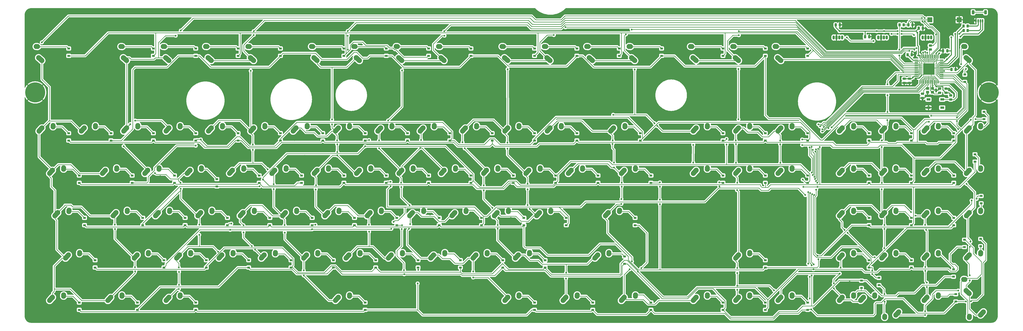
<source format=gbr>
%TF.GenerationSoftware,KiCad,Pcbnew,7.99.0-999-ge1db4e0694*%
%TF.CreationDate,2023-07-03T11:35:08-04:00*%
%TF.ProjectId,aek,61656b2e-6b69-4636-9164-5f7063625858,rev?*%
%TF.SameCoordinates,Original*%
%TF.FileFunction,Copper,L2,Bot*%
%TF.FilePolarity,Positive*%
%FSLAX46Y46*%
G04 Gerber Fmt 4.6, Leading zero omitted, Abs format (unit mm)*
G04 Created by KiCad (PCBNEW 7.99.0-999-ge1db4e0694) date 2023-07-03 11:35:08*
%MOMM*%
%LPD*%
G01*
G04 APERTURE LIST*
G04 Aperture macros list*
%AMRoundRect*
0 Rectangle with rounded corners*
0 $1 Rounding radius*
0 $2 $3 $4 $5 $6 $7 $8 $9 X,Y pos of 4 corners*
0 Add a 4 corners polygon primitive as box body*
4,1,4,$2,$3,$4,$5,$6,$7,$8,$9,$2,$3,0*
0 Add four circle primitives for the rounded corners*
1,1,$1+$1,$2,$3*
1,1,$1+$1,$4,$5*
1,1,$1+$1,$6,$7*
1,1,$1+$1,$8,$9*
0 Add four rect primitives between the rounded corners*
20,1,$1+$1,$2,$3,$4,$5,0*
20,1,$1+$1,$4,$5,$6,$7,0*
20,1,$1+$1,$6,$7,$8,$9,0*
20,1,$1+$1,$8,$9,$2,$3,0*%
%AMHorizOval*
0 Thick line with rounded ends*
0 $1 width*
0 $2 $3 position (X,Y) of the first rounded end (center of the circle)*
0 $4 $5 position (X,Y) of the second rounded end (center of the circle)*
0 Add line between two ends*
20,1,$1,$2,$3,$4,$5,0*
0 Add two circle primitives to create the rounded ends*
1,1,$1,$2,$3*
1,1,$1,$4,$5*%
G04 Aperture macros list end*
%TA.AperFunction,ComponentPad*%
%ADD10O,1.070000X1.800000*%
%TD*%
%TA.AperFunction,ComponentPad*%
%ADD11R,1.070000X1.800000*%
%TD*%
%TA.AperFunction,ComponentPad*%
%ADD12C,9.000000*%
%TD*%
%TA.AperFunction,ComponentPad*%
%ADD13HorizOval,2.250000X0.655001X0.730000X-0.655001X-0.730000X0*%
%TD*%
%TA.AperFunction,ComponentPad*%
%ADD14C,2.250000*%
%TD*%
%TA.AperFunction,ComponentPad*%
%ADD15HorizOval,2.250000X0.020000X0.290000X-0.020000X-0.290000X0*%
%TD*%
%TA.AperFunction,ComponentPad*%
%ADD16HorizOval,2.250000X-0.730000X0.655001X0.730000X-0.655001X0*%
%TD*%
%TA.AperFunction,ComponentPad*%
%ADD17HorizOval,2.250000X-0.290000X0.020000X0.290000X-0.020000X0*%
%TD*%
%TA.AperFunction,ComponentPad*%
%ADD18HorizOval,2.250000X-0.655001X-0.730000X0.655001X0.730000X0*%
%TD*%
%TA.AperFunction,ComponentPad*%
%ADD19HorizOval,2.250000X-0.020000X-0.290000X0.020000X0.290000X0*%
%TD*%
%TA.AperFunction,SMDPad,CuDef*%
%ADD20R,1.200000X0.900000*%
%TD*%
%TA.AperFunction,SMDPad,CuDef*%
%ADD21RoundRect,0.250000X0.250000X0.475000X-0.250000X0.475000X-0.250000X-0.475000X0.250000X-0.475000X0*%
%TD*%
%TA.AperFunction,SMDPad,CuDef*%
%ADD22RoundRect,0.250000X-0.450000X0.262500X-0.450000X-0.262500X0.450000X-0.262500X0.450000X0.262500X0*%
%TD*%
%TA.AperFunction,SMDPad,CuDef*%
%ADD23R,1.800000X1.100000*%
%TD*%
%TA.AperFunction,SMDPad,CuDef*%
%ADD24RoundRect,0.250000X-0.475000X0.250000X-0.475000X-0.250000X0.475000X-0.250000X0.475000X0.250000X0*%
%TD*%
%TA.AperFunction,SMDPad,CuDef*%
%ADD25RoundRect,0.250000X-0.250000X-0.475000X0.250000X-0.475000X0.250000X0.475000X-0.250000X0.475000X0*%
%TD*%
%TA.AperFunction,SMDPad,CuDef*%
%ADD26RoundRect,0.250000X0.475000X-0.250000X0.475000X0.250000X-0.475000X0.250000X-0.475000X-0.250000X0*%
%TD*%
%TA.AperFunction,SMDPad,CuDef*%
%ADD27RoundRect,0.150000X-0.150000X-0.625000X0.150000X-0.625000X0.150000X0.625000X-0.150000X0.625000X0*%
%TD*%
%TA.AperFunction,SMDPad,CuDef*%
%ADD28RoundRect,0.250000X-0.350000X-0.650000X0.350000X-0.650000X0.350000X0.650000X-0.350000X0.650000X0*%
%TD*%
%TA.AperFunction,SMDPad,CuDef*%
%ADD29RoundRect,0.250000X0.450000X-0.262500X0.450000X0.262500X-0.450000X0.262500X-0.450000X-0.262500X0*%
%TD*%
%TA.AperFunction,SMDPad,CuDef*%
%ADD30RoundRect,0.250000X0.262500X0.450000X-0.262500X0.450000X-0.262500X-0.450000X0.262500X-0.450000X0*%
%TD*%
%TA.AperFunction,SMDPad,CuDef*%
%ADD31R,1.500000X0.550000*%
%TD*%
%TA.AperFunction,SMDPad,CuDef*%
%ADD32RoundRect,0.062500X0.475000X0.062500X-0.475000X0.062500X-0.475000X-0.062500X0.475000X-0.062500X0*%
%TD*%
%TA.AperFunction,SMDPad,CuDef*%
%ADD33R,0.550000X1.500000*%
%TD*%
%TA.AperFunction,SMDPad,CuDef*%
%ADD34RoundRect,0.062500X0.062500X0.475000X-0.062500X0.475000X-0.062500X-0.475000X0.062500X-0.475000X0*%
%TD*%
%TA.AperFunction,SMDPad,CuDef*%
%ADD35R,5.200000X5.200000*%
%TD*%
%TA.AperFunction,SMDPad,CuDef*%
%ADD36R,1.400000X1.200000*%
%TD*%
%TA.AperFunction,SMDPad,CuDef*%
%ADD37RoundRect,0.250000X-0.262500X-0.450000X0.262500X-0.450000X0.262500X0.450000X-0.262500X0.450000X0*%
%TD*%
%TA.AperFunction,SMDPad,CuDef*%
%ADD38R,2.200000X2.200000*%
%TD*%
%TA.AperFunction,ViaPad*%
%ADD39C,0.800000*%
%TD*%
%TA.AperFunction,Conductor*%
%ADD40C,0.250000*%
%TD*%
%TA.AperFunction,Conductor*%
%ADD41C,0.400000*%
%TD*%
%TA.AperFunction,Conductor*%
%ADD42C,0.500000*%
%TD*%
%TA.AperFunction,Conductor*%
%ADD43C,0.800000*%
%TD*%
G04 APERTURE END LIST*
D10*
%TO.P,LED1,1,VCC*%
%TO.N,+5V*%
X385539000Y-28016000D03*
%TO.P,LED1,2,DOUT*%
%TO.N,unconnected-(LED1-DOUT-Pad2)*%
X382999000Y-28016000D03*
D11*
%TO.P,LED1,3,GND*%
%TO.N,GND*%
X384269000Y-28016000D03*
D10*
%TO.P,LED1,4,DIN*%
%TO.N,Net-(LED1-DIN)*%
X386809000Y-28016000D03*
%TD*%
%TO.P,LED2,1,VCC*%
%TO.N,+5V*%
X405539000Y-28016000D03*
%TO.P,LED2,2,DOUT*%
%TO.N,Net-(LED1-DIN)*%
X402999000Y-28016000D03*
D11*
%TO.P,LED2,3,GND*%
%TO.N,GND*%
X404269000Y-28016000D03*
D10*
%TO.P,LED2,4,DIN*%
%TO.N,Net-(LED2-DIN)*%
X406809000Y-28016000D03*
%TD*%
%TO.P,LED3,1,VCC*%
%TO.N,+5V*%
X425539000Y-28016000D03*
%TO.P,LED3,2,DOUT*%
%TO.N,Net-(LED2-DIN)*%
X422999000Y-28016000D03*
D11*
%TO.P,LED3,3,GND*%
%TO.N,GND*%
X424269000Y-28016000D03*
D10*
%TO.P,LED3,4,DIN*%
%TO.N,LEDDIN*%
X426809000Y-28016000D03*
%TD*%
D12*
%TO.P,H2,1,1*%
%TO.N,GND*%
X452698000Y-52734000D03*
%TD*%
D13*
%TO.P,SW_0,1,COL*%
%TO.N,COL5*%
X216682001Y-69437500D03*
D14*
X217337000Y-68707500D03*
D15*
%TO.P,SW_0,2,ROW*%
%TO.N,Net-(D57-A)*%
X222357000Y-67917500D03*
D14*
X222377000Y-67627500D03*
%TD*%
D13*
%TO.P,SW_1,1,COL*%
%TO.N,COL0*%
X45232001Y-69437500D03*
D14*
X45887000Y-68707500D03*
D15*
%TO.P,SW_1,2,ROW*%
%TO.N,Net-(D11-A)*%
X50907000Y-67917500D03*
D14*
X50927000Y-67627500D03*
%TD*%
D13*
%TO.P,SW_2,1,COL*%
%TO.N,COL1*%
X64282001Y-69437500D03*
D14*
X64937000Y-68707500D03*
D15*
%TO.P,SW_2,2,ROW*%
%TO.N,Net-(D13-A)*%
X69957000Y-67917500D03*
D14*
X69977000Y-67627500D03*
%TD*%
D13*
%TO.P,SW_3,1,COL*%
%TO.N,COL1*%
X83332001Y-69437500D03*
D14*
X83987000Y-68707500D03*
D15*
%TO.P,SW_3,2,ROW*%
%TO.N,Net-(D21-A)*%
X89007000Y-67917500D03*
D14*
X89027000Y-67627500D03*
%TD*%
D13*
%TO.P,SW_6,1,COL*%
%TO.N,COL3*%
X140482001Y-69437500D03*
D14*
X141137000Y-68707500D03*
D15*
%TO.P,SW_6,2,ROW*%
%TO.N,Net-(D35-A)*%
X146157000Y-67917500D03*
D14*
X146177000Y-67627500D03*
%TD*%
D13*
%TO.P,SW_7,1,COL*%
%TO.N,COL3*%
X159532001Y-69437500D03*
D14*
X160187000Y-68707500D03*
D15*
%TO.P,SW_7,2,ROW*%
%TO.N,Net-(D42-A)*%
X165207000Y-67917500D03*
D14*
X165227000Y-67627500D03*
%TD*%
D13*
%TO.P,SW_8,1,COL*%
%TO.N,COL4*%
X178582001Y-69437500D03*
D14*
X179237000Y-68707500D03*
D15*
%TO.P,SW_8,2,ROW*%
%TO.N,Net-(D46-A)*%
X184257000Y-67917500D03*
D14*
X184277000Y-67627500D03*
%TD*%
D13*
%TO.P,SW_9,1,COL*%
%TO.N,COL4*%
X197632001Y-69437500D03*
D14*
X198287000Y-68707500D03*
D15*
%TO.P,SW_9,2,ROW*%
%TO.N,Net-(D54-A)*%
X203307000Y-67917500D03*
D14*
X203327000Y-67627500D03*
%TD*%
D13*
%TO.P,SW_A1,1,COL*%
%TO.N,COL0*%
X59519501Y-107537500D03*
D14*
X60174500Y-106807500D03*
D15*
%TO.P,SW_A1,2,ROW*%
%TO.N,Net-(D9-A)*%
X65194500Y-106017500D03*
D14*
X65214500Y-105727500D03*
%TD*%
D13*
%TO.P,SW_APOS1,1,COL*%
%TO.N,COL5*%
X250019501Y-107537500D03*
D14*
X250674500Y-106807500D03*
D15*
%TO.P,SW_APOS1,2,ROW*%
%TO.N,Net-(D63-A)*%
X255694500Y-106017500D03*
D14*
X255714500Y-105727500D03*
%TD*%
D13*
%TO.P,SW_B1,1,COL*%
%TO.N,COL2*%
X145244501Y-126587500D03*
D14*
X145899500Y-125857500D03*
D15*
%TO.P,SW_B1,2,ROW*%
%TO.N,Net-(D29-A)*%
X150919500Y-125067500D03*
D14*
X150939500Y-124777500D03*
%TD*%
D13*
%TO.P,SW_BACKSP1,1,COL*%
%TO.N,COL6*%
X283357001Y-69437500D03*
D14*
X284012000Y-68707500D03*
D15*
%TO.P,SW_BACKSP1,2,ROW*%
%TO.N,Net-(D76-A)*%
X289032000Y-67917500D03*
D14*
X289052000Y-67627500D03*
%TD*%
D13*
%TO.P,SW_BKSLS1,1,COL*%
%TO.N,COL6*%
X288119501Y-88487500D03*
D14*
X288774500Y-87757500D03*
D15*
%TO.P,SW_BKSLS1,2,ROW*%
%TO.N,Net-(D70-A)*%
X293794500Y-86967500D03*
D14*
X293814500Y-86677500D03*
%TD*%
D13*
%TO.P,SW_C1,1,COL*%
%TO.N,COL1*%
X107144501Y-126587500D03*
D14*
X107799500Y-125857500D03*
D15*
%TO.P,SW_C1,2,ROW*%
%TO.N,Net-(D18-A)*%
X112819500Y-125067500D03*
D14*
X112839500Y-124777500D03*
%TD*%
D13*
%TO.P,SW_CAP1,1,COL*%
%TO.N,COL0*%
X33325751Y-107537500D03*
D14*
X33980750Y-106807500D03*
D15*
%TO.P,SW_CAP1,2,ROW*%
%TO.N,Net-(D4-A)*%
X39000750Y-106017500D03*
D14*
X39020750Y-105727500D03*
%TD*%
D13*
%TO.P,SW_COLON1,1,COL*%
%TO.N,COL5*%
X230969501Y-107537500D03*
D14*
X231624500Y-106807500D03*
D15*
%TO.P,SW_COLON1,2,ROW*%
%TO.N,Net-(D59-A)*%
X236644500Y-106017500D03*
D14*
X236664500Y-105727500D03*
%TD*%
D13*
%TO.P,SW_COMMA1,1,COL*%
%TO.N,COL4*%
X202394501Y-126587500D03*
D14*
X203049500Y-125857500D03*
D15*
%TO.P,SW_COMMA1,2,ROW*%
%TO.N,Net-(D49-A)*%
X208069500Y-125067500D03*
D14*
X208089500Y-124777500D03*
%TD*%
D13*
%TO.P,SW_D1,1,COL*%
%TO.N,COL1*%
X97619501Y-107537500D03*
D14*
X98274500Y-106807500D03*
D15*
%TO.P,SW_D1,2,ROW*%
%TO.N,Net-(D19-A)*%
X103294500Y-106017500D03*
D14*
X103314500Y-105727500D03*
%TD*%
D13*
%TO.P,SW_DEL1,1,COL*%
%TO.N,COL6*%
X320504501Y-88487500D03*
D14*
X321159500Y-87757500D03*
D15*
%TO.P,SW_DEL1,2,ROW*%
%TO.N,Net-(D74-A)*%
X326179500Y-86967500D03*
D14*
X326199500Y-86677500D03*
%TD*%
D13*
%TO.P,SW_DOWN1,1,COL*%
%TO.N,COL7*%
X339554501Y-145637500D03*
D14*
X340209500Y-144907500D03*
D15*
%TO.P,SW_DOWN1,2,ROW*%
%TO.N,Net-(D82-A)*%
X345229500Y-144117500D03*
D14*
X345249500Y-143827500D03*
%TD*%
D13*
%TO.P,SW_E1,1,COL*%
%TO.N,COL1*%
X92857001Y-88487500D03*
D14*
X93512000Y-87757500D03*
D15*
%TO.P,SW_E1,2,ROW*%
%TO.N,Net-(D20-A)*%
X98532000Y-86967500D03*
D14*
X98552000Y-86677500D03*
%TD*%
D13*
%TO.P,SW_END1,1,COL*%
%TO.N,COL7*%
X339554501Y-88487500D03*
D14*
X340209500Y-87757500D03*
D15*
%TO.P,SW_END1,2,ROW*%
%TO.N,Net-(D80-A)*%
X345229500Y-86967500D03*
D14*
X345249500Y-86677500D03*
%TD*%
D13*
%TO.P,SW_ENTER1,1,COL*%
%TO.N,COL6*%
X280975751Y-107537500D03*
D14*
X281630750Y-106807500D03*
D15*
%TO.P,SW_ENTER1,2,ROW*%
%TO.N,Net-(D71-A)*%
X286650750Y-106017500D03*
D14*
X286670750Y-105727500D03*
%TD*%
D13*
%TO.P,SW_EQ1,1,COL*%
%TO.N,COL6*%
X254782001Y-69437500D03*
D14*
X255437000Y-68707500D03*
D15*
%TO.P,SW_EQ1,2,ROW*%
%TO.N,Net-(D68-A)*%
X260457000Y-67917500D03*
D14*
X260477000Y-67627500D03*
%TD*%
D16*
%TO.P,SW_ESC1,1,COL*%
%TO.N,COL0*%
X26067000Y-37762499D03*
D14*
X25337000Y-37107500D03*
D17*
%TO.P,SW_ESC1,2,ROW*%
%TO.N,Net-(D1-A)*%
X24547000Y-32087500D03*
D14*
X24257000Y-32067500D03*
%TD*%
D16*
%TO.P,SW_F1,1,COL*%
%TO.N,COL1*%
X64167000Y-37762499D03*
D14*
X63437000Y-37107500D03*
D17*
%TO.P,SW_F1,2,ROW*%
%TO.N,Net-(D12-A)*%
X62647000Y-32087500D03*
D14*
X62357000Y-32067500D03*
%TD*%
D16*
%TO.P,SW_F2,1,COL*%
%TO.N,COL1*%
X83217000Y-37762499D03*
D14*
X82487000Y-37107500D03*
D17*
%TO.P,SW_F2,2,ROW*%
%TO.N,Net-(D22-A)*%
X81697000Y-32087500D03*
D14*
X81407000Y-32067500D03*
%TD*%
D16*
%TO.P,SW_F3,1,COL*%
%TO.N,COL2*%
X102267000Y-37762499D03*
D14*
X101537000Y-37107500D03*
D17*
%TO.P,SW_F3,2,ROW*%
%TO.N,Net-(D23-A)*%
X100747000Y-32087500D03*
D14*
X100457000Y-32067500D03*
%TD*%
D16*
%TO.P,SW_F4,1,COL*%
%TO.N,COL2*%
X121317000Y-37762499D03*
D14*
X120587000Y-37107500D03*
D17*
%TO.P,SW_F4,2,ROW*%
%TO.N,Net-(D33-A)*%
X119797000Y-32087500D03*
D14*
X119507000Y-32067500D03*
%TD*%
D16*
%TO.P,SW_F5,1,COL*%
%TO.N,COL3*%
X149892000Y-37762499D03*
D14*
X149162000Y-37107500D03*
D17*
%TO.P,SW_F5,2,ROW*%
%TO.N,Net-(D34-A)*%
X148372000Y-32087500D03*
D14*
X148082000Y-32067500D03*
%TD*%
D16*
%TO.P,SW_F6,1,COL*%
%TO.N,COL3*%
X168942000Y-37762499D03*
D14*
X168212000Y-37107500D03*
D17*
%TO.P,SW_F6,2,ROW*%
%TO.N,Net-(D44-A)*%
X167422000Y-32087500D03*
D14*
X167132000Y-32067500D03*
%TD*%
D16*
%TO.P,SW_F7,1,COL*%
%TO.N,COL4*%
X187992000Y-37762499D03*
D14*
X187262000Y-37107500D03*
D17*
%TO.P,SW_F7,2,ROW*%
%TO.N,Net-(D45-A)*%
X186472000Y-32087500D03*
D14*
X186182000Y-32067500D03*
%TD*%
D16*
%TO.P,SW_F8,1,COL*%
%TO.N,COL4*%
X207042000Y-37762499D03*
D14*
X206312000Y-37107500D03*
D17*
%TO.P,SW_F8,2,ROW*%
%TO.N,Net-(D55-A)*%
X205522000Y-32087500D03*
D14*
X205232000Y-32067500D03*
%TD*%
D16*
%TO.P,SW_F9,1,COL*%
%TO.N,COL5*%
X235617000Y-37762499D03*
D14*
X234887000Y-37107500D03*
D17*
%TO.P,SW_F9,2,ROW*%
%TO.N,Net-(D56-A)*%
X234097000Y-32087500D03*
D14*
X233807000Y-32067500D03*
%TD*%
D16*
%TO.P,SW_F10,1,COL*%
%TO.N,COL5*%
X254667000Y-37762499D03*
D14*
X253937000Y-37107500D03*
D17*
%TO.P,SW_F10,2,ROW*%
%TO.N,Net-(D66-A)*%
X253147000Y-32087500D03*
D14*
X252857000Y-32067500D03*
%TD*%
D16*
%TO.P,SW_F11,1,COL*%
%TO.N,COL6*%
X273717000Y-37762499D03*
D14*
X272987000Y-37107500D03*
D17*
%TO.P,SW_F11,2,ROW*%
%TO.N,Net-(D67-A)*%
X272197000Y-32087500D03*
D14*
X271907000Y-32067500D03*
%TD*%
D16*
%TO.P,SW_F12,1,COL*%
%TO.N,COL6*%
X292767000Y-37762499D03*
D14*
X292037000Y-37107500D03*
D17*
%TO.P,SW_F12,2,ROW*%
%TO.N,Net-(D77-A)*%
X291247000Y-32087500D03*
D14*
X290957000Y-32067500D03*
%TD*%
D13*
%TO.P,SW_F13,1,COL*%
%TO.N,COL2*%
X116669501Y-107537500D03*
D14*
X117324500Y-106807500D03*
D15*
%TO.P,SW_F13,2,ROW*%
%TO.N,Net-(D26-A)*%
X122344500Y-106017500D03*
D14*
X122364500Y-105727500D03*
%TD*%
D13*
%TO.P,SW_G1,1,COL*%
%TO.N,COL2*%
X135719501Y-107537500D03*
D14*
X136374500Y-106807500D03*
D15*
%TO.P,SW_G1,2,ROW*%
%TO.N,Net-(D30-A)*%
X141394500Y-106017500D03*
D14*
X141414500Y-105727500D03*
%TD*%
D13*
%TO.P,SW_H1,1,COL*%
%TO.N,COL3*%
X154769501Y-107537500D03*
D14*
X155424500Y-106807500D03*
D15*
%TO.P,SW_H1,2,ROW*%
%TO.N,Net-(D37-A)*%
X160444500Y-106017500D03*
D14*
X160464500Y-105727500D03*
%TD*%
D13*
%TO.P,SW_HOME1,1,COL*%
%TO.N,COL7*%
X339554501Y-69437500D03*
D14*
X340209500Y-68707500D03*
D15*
%TO.P,SW_HOME1,2,ROW*%
%TO.N,Net-(D79-A)*%
X345229500Y-67917500D03*
D14*
X345249500Y-67627500D03*
%TD*%
D13*
%TO.P,SW_I1,1,COL*%
%TO.N,COL4*%
X188107001Y-88487500D03*
D14*
X188762000Y-87757500D03*
D15*
%TO.P,SW_I1,2,ROW*%
%TO.N,Net-(D47-A)*%
X193782000Y-86967500D03*
D14*
X193802000Y-86677500D03*
%TD*%
D13*
%TO.P,SW_INS1,1,COL*%
%TO.N,COL6*%
X320504501Y-69437500D03*
D14*
X321159500Y-68707500D03*
D15*
%TO.P,SW_INS1,2,ROW*%
%TO.N,Net-(D75-A)*%
X326179500Y-67917500D03*
D14*
X326199500Y-67627500D03*
%TD*%
D13*
%TO.P,SW_J1,1,COL*%
%TO.N,COL3*%
X173819501Y-107537500D03*
D14*
X174474500Y-106807500D03*
D15*
%TO.P,SW_J1,2,ROW*%
%TO.N,Net-(D40-A)*%
X179494500Y-106017500D03*
D14*
X179514500Y-105727500D03*
%TD*%
D13*
%TO.P,SW_K1,1,COL*%
%TO.N,COL4*%
X192869501Y-107537500D03*
D14*
X193524500Y-106807500D03*
D15*
%TO.P,SW_K1,2,ROW*%
%TO.N,Net-(D48-A)*%
X198544500Y-106017500D03*
D14*
X198564500Y-105727500D03*
%TD*%
D13*
%TO.P,SW_KP0,1,COL*%
%TO.N,COL7*%
X395752001Y-145637500D03*
D14*
X396407000Y-144907500D03*
D15*
%TO.P,SW_KP0,2,ROW*%
%TO.N,Net-(D84-A)*%
X401427000Y-144117500D03*
D14*
X401447000Y-143827500D03*
%TD*%
D13*
%TO.P,SW_KP1,1,COL*%
%TO.N,COL7*%
X386227001Y-126587500D03*
D14*
X386882000Y-125857500D03*
D15*
%TO.P,SW_KP1,2,ROW*%
%TO.N,Net-(D85-A)*%
X391902000Y-125067500D03*
D14*
X391922000Y-124777500D03*
%TD*%
D13*
%TO.P,SW_KP2,1,COL*%
%TO.N,COL8*%
X405277001Y-126587500D03*
D14*
X405932000Y-125857500D03*
D15*
%TO.P,SW_KP2,2,ROW*%
%TO.N,Net-(D93-A)*%
X410952000Y-125067500D03*
D14*
X410972000Y-124777500D03*
%TD*%
D13*
%TO.P,SW_KP3,1,COL*%
%TO.N,COL8*%
X424327001Y-126587500D03*
D14*
X424982000Y-125857500D03*
D15*
%TO.P,SW_KP3,2,ROW*%
%TO.N,Net-(D95-A)*%
X430002000Y-125067500D03*
D14*
X430022000Y-124777500D03*
%TD*%
D13*
%TO.P,SW_KP4,1,COL*%
%TO.N,COL8*%
X386227001Y-107537500D03*
D14*
X386882000Y-106807500D03*
D15*
%TO.P,SW_KP4,2,ROW*%
%TO.N,Net-(D92-A)*%
X391902000Y-106017500D03*
D14*
X391922000Y-105727500D03*
%TD*%
D13*
%TO.P,SW_KP5,1,COL*%
%TO.N,COL8*%
X405277001Y-107537500D03*
D14*
X405932000Y-106807500D03*
D15*
%TO.P,SW_KP5,2,ROW*%
%TO.N,Net-(D97-A)*%
X410952000Y-106017500D03*
D14*
X410972000Y-105727500D03*
%TD*%
D13*
%TO.P,SW_KP6,1,COL*%
%TO.N,COL8*%
X424327001Y-107537500D03*
D14*
X424982000Y-106807500D03*
D15*
%TO.P,SW_KP6,2,ROW*%
%TO.N,Net-(D96-A)*%
X430002000Y-106017500D03*
D14*
X430022000Y-105727500D03*
%TD*%
D13*
%TO.P,SW_KP7,1,COL*%
%TO.N,COL8*%
X386227001Y-88487500D03*
D14*
X386882000Y-87757500D03*
D15*
%TO.P,SW_KP7,2,ROW*%
%TO.N,Net-(D91-A)*%
X391902000Y-86967500D03*
D14*
X391922000Y-86677500D03*
%TD*%
D13*
%TO.P,SW_KP8,1,COL*%
%TO.N,COL8*%
X405277001Y-88487500D03*
D14*
X405932000Y-87757500D03*
D15*
%TO.P,SW_KP8,2,ROW*%
%TO.N,Net-(D98-A)*%
X410952000Y-86967500D03*
D14*
X410972000Y-86677500D03*
%TD*%
D13*
%TO.P,SW_KP9,1,COL*%
%TO.N,COL9*%
X424327001Y-88487500D03*
D14*
X424982000Y-87757500D03*
D15*
%TO.P,SW_KP9,2,ROW*%
%TO.N,Net-(D102-A)*%
X430002000Y-86967500D03*
D14*
X430022000Y-86677500D03*
%TD*%
D13*
%TO.P,SW_KPASTR1,1,COL*%
%TO.N,COL9*%
X443377001Y-69437500D03*
D14*
X444032000Y-68707500D03*
D15*
%TO.P,SW_KPASTR1,2,ROW*%
%TO.N,Net-(D110-A)*%
X449052000Y-67917500D03*
D14*
X449072000Y-67627500D03*
%TD*%
D16*
%TO.P,SW_KPENTER1,1,COL*%
%TO.N,COL9*%
X443262000Y-142537499D03*
D14*
X442532000Y-141882500D03*
D17*
%TO.P,SW_KPENTER1,2,ROW*%
%TO.N,Net-(D104-A)*%
X441742000Y-136862500D03*
D14*
X441452000Y-136842500D03*
%TD*%
D13*
%TO.P,SW_KPEQ1,1,COL*%
%TO.N,COL8*%
X405277001Y-69437500D03*
D14*
X405932000Y-68707500D03*
D15*
%TO.P,SW_KPEQ1,2,ROW*%
%TO.N,Net-(D99-A)*%
X410952000Y-67917500D03*
D14*
X410972000Y-67627500D03*
%TD*%
D13*
%TO.P,SW_KPMINUS1,1,COL*%
%TO.N,COL9*%
X443377001Y-88487500D03*
D14*
X444032000Y-87757500D03*
D15*
%TO.P,SW_KPMINUS1,2,ROW*%
%TO.N,Net-(D109-A)*%
X449052000Y-86967500D03*
D14*
X449072000Y-86677500D03*
%TD*%
D13*
%TO.P,SW_KPPER1,1,COL*%
%TO.N,COL8*%
X424327001Y-145637500D03*
D14*
X424982000Y-144907500D03*
D15*
%TO.P,SW_KPPER1,2,ROW*%
%TO.N,Net-(D94-A)*%
X430002000Y-144117500D03*
D14*
X430022000Y-143827500D03*
%TD*%
D13*
%TO.P,SW_KPPLUS1,1,COL*%
%TO.N,COL9*%
X443377001Y-107537500D03*
D14*
X444032000Y-106807500D03*
D15*
%TO.P,SW_KPPLUS1,2,ROW*%
%TO.N,Net-(D103-A)*%
X449052000Y-106017500D03*
D14*
X449072000Y-105727500D03*
%TD*%
D13*
%TO.P,SW_L1,1,COL*%
%TO.N,COL4*%
X211919501Y-107537500D03*
D14*
X212574500Y-106807500D03*
D15*
%TO.P,SW_L1,2,ROW*%
%TO.N,Net-(D52-A)*%
X217594500Y-106017500D03*
D14*
X217614500Y-105727500D03*
%TD*%
D13*
%TO.P,SW_LALT1,1,COL*%
%TO.N,COL1*%
X83332001Y-145637500D03*
D14*
X83987000Y-144907500D03*
D15*
%TO.P,SW_LALT1,2,ROW*%
%TO.N,Net-(D17-A)*%
X89007000Y-144117500D03*
D14*
X89027000Y-143827500D03*
%TD*%
D13*
%TO.P,SW_LBRAC1,1,COL*%
%TO.N,COL5*%
X245257001Y-88487500D03*
D14*
X245912000Y-87757500D03*
D15*
%TO.P,SW_LBRAC1,2,ROW*%
%TO.N,Net-(D64-A)*%
X250932000Y-86967500D03*
D14*
X250952000Y-86677500D03*
%TD*%
D13*
%TO.P,SW_LCTR1,1,COL*%
%TO.N,COL0*%
X30944501Y-145637500D03*
D14*
X31599500Y-144907500D03*
D15*
%TO.P,SW_LCTR1,2,ROW*%
%TO.N,Net-(D6-A)*%
X36619500Y-144117500D03*
D14*
X36639500Y-143827500D03*
%TD*%
D13*
%TO.P,SW_LEFT1,1,COL*%
%TO.N,COL6*%
X320504501Y-145637500D03*
D14*
X321159500Y-144907500D03*
D15*
%TO.P,SW_LEFT1,2,ROW*%
%TO.N,Net-(D73-A)*%
X326179500Y-144117500D03*
D14*
X326199500Y-143827500D03*
%TD*%
D13*
%TO.P,SW_LMOD1,1,COL*%
%TO.N,COL0*%
X57138251Y-145637500D03*
D14*
X57793250Y-144907500D03*
D15*
%TO.P,SW_LMOD1,2,ROW*%
%TO.N,Net-(D7-A)*%
X62813250Y-144117500D03*
D14*
X62833250Y-143827500D03*
%TD*%
D13*
%TO.P,SW_LSH1,1,COL*%
%TO.N,COL0*%
X38088251Y-126587500D03*
D14*
X38743250Y-125857500D03*
D15*
%TO.P,SW_LSH1,2,ROW*%
%TO.N,Net-(D5-A)*%
X43763250Y-125067500D03*
D14*
X43783250Y-124777500D03*
%TD*%
D13*
%TO.P,SW_M1,1,COL*%
%TO.N,COL3*%
X183344501Y-126587500D03*
D14*
X183999500Y-125857500D03*
D15*
%TO.P,SW_M1,2,ROW*%
%TO.N,Net-(D39-A)*%
X189019500Y-125067500D03*
D14*
X189039500Y-124777500D03*
%TD*%
D13*
%TO.P,SW_MINUS1,1,COL*%
%TO.N,COL5*%
X235732001Y-69437500D03*
D14*
X236387000Y-68707500D03*
D15*
%TO.P,SW_MINUS1,2,ROW*%
%TO.N,Net-(D65-A)*%
X241407000Y-67917500D03*
D14*
X241427000Y-67627500D03*
%TD*%
D13*
%TO.P,SW_N1,1,COL*%
%TO.N,COL3*%
X164294501Y-126587500D03*
D14*
X164949500Y-125857500D03*
D15*
%TO.P,SW_N1,2,ROW*%
%TO.N,Net-(D38-A)*%
X169969500Y-125067500D03*
D14*
X169989500Y-124777500D03*
%TD*%
D13*
%TO.P,SW_O1,1,COL*%
%TO.N,COL4*%
X207157001Y-88487500D03*
D14*
X207812000Y-87757500D03*
D15*
%TO.P,SW_O1,2,ROW*%
%TO.N,Net-(D53-A)*%
X212832000Y-86967500D03*
D14*
X212852000Y-86677500D03*
%TD*%
D13*
%TO.P,SW_P1,1,COL*%
%TO.N,COL5*%
X226207001Y-88487500D03*
D14*
X226862000Y-87757500D03*
D15*
%TO.P,SW_P1,2,ROW*%
%TO.N,Net-(D58-A)*%
X231882000Y-86967500D03*
D14*
X231902000Y-86677500D03*
%TD*%
D16*
%TO.P,SW_PAUSE1,1,COL*%
%TO.N,COL8*%
X358489500Y-37762499D03*
D14*
X357759500Y-37107500D03*
D17*
%TO.P,SW_PAUSE1,2,ROW*%
%TO.N,Net-(D89-A)*%
X356969500Y-32087500D03*
D14*
X356679500Y-32067500D03*
%TD*%
D13*
%TO.P,SW_PERIOD1,1,COL*%
%TO.N,COL4*%
X221444501Y-126587500D03*
D14*
X222099500Y-125857500D03*
D15*
%TO.P,SW_PERIOD1,2,ROW*%
%TO.N,Net-(D51-A)*%
X227119500Y-125067500D03*
D14*
X227139500Y-124777500D03*
%TD*%
D13*
%TO.P,SW_PGDN1,1,COL*%
%TO.N,COL7*%
X358604501Y-88487500D03*
D14*
X359259500Y-87757500D03*
D15*
%TO.P,SW_PGDN1,2,ROW*%
%TO.N,Net-(D86-A)*%
X364279500Y-86967500D03*
D14*
X364299500Y-86677500D03*
%TD*%
D13*
%TO.P,SW_PGUP1,1,COL*%
%TO.N,COL7*%
X358604501Y-69437500D03*
D14*
X359259500Y-68707500D03*
D15*
%TO.P,SW_PGUP1,2,ROW*%
%TO.N,Net-(D87-A)*%
X364279500Y-67917500D03*
D14*
X364299500Y-67627500D03*
%TD*%
D16*
%TO.P,SW_POW1,1,COL*%
%TO.N,COL9*%
X443262000Y-37762499D03*
D14*
X442532000Y-37107500D03*
D17*
%TO.P,SW_POW1,2,ROW*%
%TO.N,Net-(D100-A)*%
X441742000Y-32087500D03*
D14*
X441452000Y-32067500D03*
%TD*%
D16*
%TO.P,SW_PRSC1,1,COL*%
%TO.N,COL7*%
X320389500Y-37762499D03*
D14*
X319659500Y-37107500D03*
D17*
%TO.P,SW_PRSC1,2,ROW*%
%TO.N,Net-(D78-A)*%
X318869500Y-32087500D03*
D14*
X318579500Y-32067500D03*
%TD*%
D13*
%TO.P,SW_Q1,1,COL*%
%TO.N,COL0*%
X54757001Y-88487500D03*
D14*
X55412000Y-87757500D03*
D15*
%TO.P,SW_Q1,2,ROW*%
%TO.N,Net-(D10-A)*%
X60432000Y-86967500D03*
D14*
X60452000Y-86677500D03*
%TD*%
D13*
%TO.P,SW_R1,1,COL*%
%TO.N,COL2*%
X111907001Y-88487500D03*
D14*
X112562000Y-87757500D03*
D15*
%TO.P,SW_R1,2,ROW*%
%TO.N,Net-(D25-A)*%
X117582000Y-86967500D03*
D14*
X117602000Y-86677500D03*
%TD*%
D13*
%TO.P,SW_RALT1,1,COL*%
%TO.N,COL4*%
X235732001Y-145637500D03*
D14*
X236387000Y-144907500D03*
D15*
%TO.P,SW_RALT1,2,ROW*%
%TO.N,Net-(D50-A)*%
X241407000Y-144117500D03*
D14*
X241427000Y-143827500D03*
%TD*%
D13*
%TO.P,SW_RBRAC1,1,COL*%
%TO.N,COL6*%
X264307001Y-88487500D03*
D14*
X264962000Y-87757500D03*
D15*
%TO.P,SW_RBRAC1,2,ROW*%
%TO.N,Net-(D69-A)*%
X269982000Y-86967500D03*
D14*
X270002000Y-86677500D03*
%TD*%
D13*
%TO.P,SW_RCTR1,1,COL*%
%TO.N,COL6*%
X288119501Y-145637500D03*
D14*
X288774500Y-144907500D03*
D15*
%TO.P,SW_RCTR1,2,ROW*%
%TO.N,Net-(D72-A)*%
X293794500Y-144117500D03*
D14*
X293814500Y-143827500D03*
%TD*%
D13*
%TO.P,SW_RIGHT1,1,COL*%
%TO.N,COL7*%
X358604501Y-145637500D03*
D14*
X359259500Y-144907500D03*
D15*
%TO.P,SW_RIGHT1,2,ROW*%
%TO.N,Net-(D83-A)*%
X364279500Y-144117500D03*
D14*
X364299500Y-143827500D03*
%TD*%
D13*
%TO.P,SW_RMOD1,1,COL*%
%TO.N,COL5*%
X261925751Y-145637500D03*
D14*
X262580750Y-144907500D03*
D15*
%TO.P,SW_RMOD1,2,ROW*%
%TO.N,Net-(D61-A)*%
X267600750Y-144117500D03*
D14*
X267620750Y-143827500D03*
%TD*%
D13*
%TO.P,SW_RSH1,1,COL*%
%TO.N,COL5*%
X276213251Y-126587500D03*
D14*
X276868250Y-125857500D03*
D15*
%TO.P,SW_RSH1,2,ROW*%
%TO.N,Net-(D62-A)*%
X281888250Y-125067500D03*
D14*
X281908250Y-124777500D03*
%TD*%
D13*
%TO.P,SW_S1,1,COL*%
%TO.N,COL1*%
X78569501Y-107537500D03*
D14*
X79224500Y-106807500D03*
D15*
%TO.P,SW_S1,2,ROW*%
%TO.N,Net-(D15-A)*%
X84244500Y-106017500D03*
D14*
X84264500Y-105727500D03*
%TD*%
D16*
%TO.P,SW_SCLK1,1,COL*%
%TO.N,COL7*%
X339439500Y-37762499D03*
D14*
X338709500Y-37107500D03*
D17*
%TO.P,SW_SCLK1,2,ROW*%
%TO.N,Net-(D88-A)*%
X337919500Y-32087500D03*
D14*
X337629500Y-32067500D03*
%TD*%
D13*
%TO.P,SW_SLASH1,1,COL*%
%TO.N,COL5*%
X240494501Y-126587500D03*
D14*
X241149500Y-125857500D03*
D15*
%TO.P,SW_SLASH1,2,ROW*%
%TO.N,Net-(D60-A)*%
X246169500Y-125067500D03*
D14*
X246189500Y-124777500D03*
%TD*%
D13*
%TO.P,SW_SPACE1,1,COL*%
%TO.N,COL2*%
X159532001Y-145637500D03*
D14*
X160187000Y-144907500D03*
D15*
%TO.P,SW_SPACE1,2,ROW*%
%TO.N,Net-(D28-A)*%
X165207000Y-144117500D03*
D14*
X165227000Y-143827500D03*
%TD*%
D13*
%TO.P,SW_T1,1,COL*%
%TO.N,COL2*%
X130957001Y-88487500D03*
D14*
X131612000Y-87757500D03*
D15*
%TO.P,SW_T1,2,ROW*%
%TO.N,Net-(D31-A)*%
X136632000Y-86967500D03*
D14*
X136652000Y-86677500D03*
%TD*%
D13*
%TO.P,SW_TAB1,1,COL*%
%TO.N,COL0*%
X30944501Y-88487500D03*
D14*
X31599500Y-87757500D03*
D15*
%TO.P,SW_TAB1,2,ROW*%
%TO.N,Net-(D3-A)*%
X36619500Y-86967500D03*
D14*
X36639500Y-86677500D03*
%TD*%
D13*
%TO.P,SW_TICK1,1,COL*%
%TO.N,COL0*%
X26182001Y-69437500D03*
D14*
X26837000Y-68707500D03*
D15*
%TO.P,SW_TICK1,2,ROW*%
%TO.N,Net-(D2-A)*%
X31857000Y-67917500D03*
D14*
X31877000Y-67627500D03*
%TD*%
D13*
%TO.P,SW_U1,1,COL*%
%TO.N,COL3*%
X169057001Y-88487500D03*
D14*
X169712000Y-87757500D03*
D15*
%TO.P,SW_U1,2,ROW*%
%TO.N,Net-(D41-A)*%
X174732000Y-86967500D03*
D14*
X174752000Y-86677500D03*
%TD*%
D13*
%TO.P,SW_UP1,1,COL*%
%TO.N,COL7*%
X339554501Y-126587500D03*
D14*
X340209500Y-125857500D03*
D15*
%TO.P,SW_UP1,2,ROW*%
%TO.N,Net-(D81-A)*%
X345229500Y-125067500D03*
D14*
X345249500Y-124777500D03*
%TD*%
D13*
%TO.P,SW_V1,1,COL*%
%TO.N,COL2*%
X126194501Y-126587500D03*
D14*
X126849500Y-125857500D03*
D15*
%TO.P,SW_V1,2,ROW*%
%TO.N,Net-(D27-A)*%
X131869500Y-125067500D03*
D14*
X131889500Y-124777500D03*
%TD*%
D13*
%TO.P,SW_W1,1,COL*%
%TO.N,COL1*%
X73807001Y-88487500D03*
D14*
X74462000Y-87757500D03*
D15*
%TO.P,SW_W1,2,ROW*%
%TO.N,Net-(D14-A)*%
X79482000Y-86967500D03*
D14*
X79502000Y-86677500D03*
%TD*%
D13*
%TO.P,SW_X1,1,COL*%
%TO.N,COL1*%
X88094501Y-126587500D03*
D14*
X88749500Y-125857500D03*
D15*
%TO.P,SW_X1,2,ROW*%
%TO.N,Net-(D16-A)*%
X93769500Y-125067500D03*
D14*
X93789500Y-124777500D03*
%TD*%
D13*
%TO.P,SW_Y1,1,COL*%
%TO.N,COL3*%
X150007001Y-88487500D03*
D14*
X150662000Y-87757500D03*
D15*
%TO.P,SW_Y1,2,ROW*%
%TO.N,Net-(D36-A)*%
X155682000Y-86967500D03*
D14*
X155702000Y-86677500D03*
%TD*%
D13*
%TO.P,SW_Z1,1,COL*%
%TO.N,COL0*%
X69044501Y-126587500D03*
D14*
X69699500Y-125857500D03*
D15*
%TO.P,SW_Z1,2,ROW*%
%TO.N,Net-(D8-A)*%
X74719500Y-125067500D03*
D14*
X74739500Y-124777500D03*
%TD*%
D12*
%TO.P,H1,1,1*%
%TO.N,GND*%
X23800000Y-52734000D03*
%TD*%
D13*
%TO.P,SW_4,1,COL*%
%TO.N,COL2*%
X102382001Y-69437500D03*
D14*
X103037000Y-68707500D03*
D15*
%TO.P,SW_4,2,ROW*%
%TO.N,Net-(D24-A)*%
X108057000Y-67917500D03*
D14*
X108077000Y-67627500D03*
%TD*%
D13*
%TO.P,SW_5,1,COL*%
%TO.N,COL2*%
X121432001Y-69437500D03*
D14*
X122087000Y-68707500D03*
D15*
%TO.P,SW_5,2,ROW*%
%TO.N,Net-(D32-A)*%
X127107000Y-67917500D03*
D14*
X127127000Y-67627500D03*
%TD*%
D13*
%TO.P,SW_NUMLK1,1,COL*%
%TO.N,COL8*%
X386227001Y-69437500D03*
D14*
X386882000Y-68707500D03*
D15*
%TO.P,SW_NUMLK1,2,ROW*%
%TO.N,Net-(D90-A)*%
X391902000Y-67917500D03*
D14*
X391922000Y-67627500D03*
%TD*%
D18*
%TO.P,SW_KP0X1,1,COL*%
%TO.N,COL9*%
X411586999Y-152177500D03*
D14*
X410932000Y-152907500D03*
D19*
%TO.P,SW_KP0X1,2,ROW*%
%TO.N,Net-(D43-A)*%
X405912000Y-153697500D03*
D14*
X405892000Y-153987500D03*
%TD*%
D18*
%TO.P,SW_KPENTERALT1,1,COL*%
%TO.N,COL9*%
X449686999Y-152177500D03*
D14*
X449032000Y-152907500D03*
D19*
%TO.P,SW_KPENTERALT1,2,ROW*%
%TO.N,Net-(D104-A)*%
X444012000Y-153697500D03*
D14*
X443992000Y-153987500D03*
%TD*%
D13*
%TO.P,SW_KPSLASH1,1,COL*%
%TO.N,COL9*%
X424327001Y-69437500D03*
D14*
X424982000Y-68707500D03*
D15*
%TO.P,SW_KPSLASH1,2,ROW*%
%TO.N,Net-(D101-A)*%
X430002000Y-67917500D03*
D14*
X430022000Y-67627500D03*
%TD*%
D13*
%TO.P,SW_KP0ALT1,1,COL*%
%TO.N,COL7*%
X386227001Y-145637500D03*
D14*
X386882000Y-144907500D03*
D15*
%TO.P,SW_KP0ALT1,2,ROW*%
%TO.N,Net-(D84-A)*%
X391902000Y-144117500D03*
D14*
X391922000Y-143827500D03*
%TD*%
D13*
%TO.P,SW_KPENTERX1,1,COL*%
%TO.N,COL9*%
X443377001Y-126587500D03*
D14*
X444032000Y-125857500D03*
D15*
%TO.P,SW_KPENTERX1,2,ROW*%
%TO.N,Net-(D105-A)*%
X449052000Y-125067500D03*
D14*
X449072000Y-124777500D03*
%TD*%
D20*
%TO.P,D16,1,K*%
%TO.N,ROW4*%
X100774500Y-131507500D03*
%TO.P,D16,2,A*%
%TO.N,Net-(D16-A)*%
X100774500Y-128207500D03*
%TD*%
D21*
%TO.P,C8,1*%
%TO.N,GND*%
X398968000Y-27686000D03*
%TO.P,C8,2*%
%TO.N,+5V*%
X397068000Y-27686000D03*
%TD*%
%TO.P,C9,1*%
%TO.N,GND*%
X385760000Y-22352000D03*
%TO.P,C9,2*%
%TO.N,+5V*%
X383860000Y-22352000D03*
%TD*%
%TO.P,C10,1*%
%TO.N,GND*%
X423098000Y-23876000D03*
%TO.P,C10,2*%
%TO.N,+5V*%
X421198000Y-23876000D03*
%TD*%
D22*
%TO.P,R1,1*%
%TO.N,LEDDIN*%
X426466000Y-31599500D03*
%TO.P,R1,2*%
%TO.N,Net-(U1-PF4)*%
X426466000Y-33424500D03*
%TD*%
D23*
%TO.P,SW1,1,1*%
%TO.N,GND*%
X425600000Y-59580000D03*
%TO.P,SW1,2,2*%
%TO.N,Net-(U1-~{RESET})*%
X431800000Y-55880000D03*
%TO.P,SW1,3*%
%TO.N,N/C*%
X425600000Y-55880000D03*
%TO.P,SW1,4*%
X431800000Y-59580000D03*
%TD*%
D21*
%TO.P,C1,1*%
%TO.N,+5V*%
X434086000Y-34036000D03*
%TO.P,C1,2*%
%TO.N,GND*%
X432186000Y-34036000D03*
%TD*%
D24*
%TO.P,C2,1*%
%TO.N,+5V*%
X414686750Y-46548000D03*
%TO.P,C2,2*%
%TO.N,GND*%
X414686750Y-48448000D03*
%TD*%
%TO.P,C5,1*%
%TO.N,+5V*%
X417068000Y-46548000D03*
%TO.P,C5,2*%
%TO.N,GND*%
X417068000Y-48448000D03*
%TD*%
D25*
%TO.P,C6,1*%
%TO.N,Net-(U1-UCAP)*%
X435930000Y-42418000D03*
%TO.P,C6,2*%
%TO.N,GND*%
X437830000Y-42418000D03*
%TD*%
D26*
%TO.P,C7,1*%
%TO.N,+5V*%
X433477000Y-52884500D03*
%TO.P,C7,2*%
%TO.N,GND*%
X433477000Y-50984500D03*
%TD*%
D20*
%TO.P,D1,1,K*%
%TO.N,ROW0*%
X38862000Y-36257500D03*
%TO.P,D1,2,A*%
%TO.N,Net-(D1-A)*%
X38862000Y-32957500D03*
%TD*%
%TO.P,D2,1,K*%
%TO.N,ROW1*%
X38862000Y-74357500D03*
%TO.P,D2,2,A*%
%TO.N,Net-(D2-A)*%
X38862000Y-71057500D03*
%TD*%
%TO.P,D3,1,K*%
%TO.N,ROW2*%
X43624500Y-93407500D03*
%TO.P,D3,2,A*%
%TO.N,Net-(D3-A)*%
X43624500Y-90107500D03*
%TD*%
%TO.P,D4,1,K*%
%TO.N,ROW3*%
X46005750Y-112457500D03*
%TO.P,D4,2,A*%
%TO.N,Net-(D4-A)*%
X46005750Y-109157500D03*
%TD*%
%TO.P,D5,1,K*%
%TO.N,ROW4*%
X50768250Y-131507500D03*
%TO.P,D5,2,A*%
%TO.N,Net-(D5-A)*%
X50768250Y-128207500D03*
%TD*%
%TO.P,D6,1,K*%
%TO.N,ROW5*%
X43624500Y-150557500D03*
%TO.P,D6,2,A*%
%TO.N,Net-(D6-A)*%
X43624500Y-147257500D03*
%TD*%
%TO.P,D7,1,K*%
%TO.N,ROW6*%
X69818250Y-150557500D03*
%TO.P,D7,2,A*%
%TO.N,Net-(D7-A)*%
X69818250Y-147257500D03*
%TD*%
%TO.P,D8,1,K*%
%TO.N,ROW7*%
X81724500Y-131507500D03*
%TO.P,D8,2,A*%
%TO.N,Net-(D8-A)*%
X81724500Y-128207500D03*
%TD*%
%TO.P,D9,1,K*%
%TO.N,ROW8*%
X72199500Y-112457500D03*
%TO.P,D9,2,A*%
%TO.N,Net-(D9-A)*%
X72199500Y-109157500D03*
%TD*%
%TO.P,D10,1,K*%
%TO.N,ROW9*%
X67437000Y-93407500D03*
%TO.P,D10,2,A*%
%TO.N,Net-(D10-A)*%
X67437000Y-90107500D03*
%TD*%
%TO.P,D11,1,K*%
%TO.N,ROW10*%
X57912000Y-74357500D03*
%TO.P,D11,2,A*%
%TO.N,Net-(D11-A)*%
X57912000Y-71057500D03*
%TD*%
%TO.P,D12,1,K*%
%TO.N,ROW0*%
X76962000Y-36257500D03*
%TO.P,D12,2,A*%
%TO.N,Net-(D12-A)*%
X76962000Y-32957500D03*
%TD*%
%TO.P,D13,1,K*%
%TO.N,ROW1*%
X76962000Y-74357500D03*
%TO.P,D13,2,A*%
%TO.N,Net-(D13-A)*%
X76962000Y-71057500D03*
%TD*%
%TO.P,D14,1,K*%
%TO.N,ROW2*%
X86487000Y-93407500D03*
%TO.P,D14,2,A*%
%TO.N,Net-(D14-A)*%
X86487000Y-90107500D03*
%TD*%
%TO.P,D15,1,K*%
%TO.N,ROW3*%
X91249500Y-112457500D03*
%TO.P,D15,2,A*%
%TO.N,Net-(D15-A)*%
X91249500Y-109157500D03*
%TD*%
%TO.P,D17,1,K*%
%TO.N,ROW5*%
X96012000Y-150557500D03*
%TO.P,D17,2,A*%
%TO.N,Net-(D17-A)*%
X96012000Y-147257500D03*
%TD*%
%TO.P,D18,1,K*%
%TO.N,ROW6*%
X119824500Y-131507500D03*
%TO.P,D18,2,A*%
%TO.N,Net-(D18-A)*%
X119824500Y-128207500D03*
%TD*%
%TO.P,D19,1,K*%
%TO.N,ROW7*%
X110299500Y-112457500D03*
%TO.P,D19,2,A*%
%TO.N,Net-(D19-A)*%
X110299500Y-109157500D03*
%TD*%
%TO.P,D20,1,K*%
%TO.N,ROW8*%
X105537000Y-95057500D03*
%TO.P,D20,2,A*%
%TO.N,Net-(D20-A)*%
X105537000Y-91757500D03*
%TD*%
%TO.P,D21,1,K*%
%TO.N,ROW9*%
X96012000Y-74357500D03*
%TO.P,D21,2,A*%
%TO.N,Net-(D21-A)*%
X96012000Y-71057500D03*
%TD*%
%TO.P,D22,1,K*%
%TO.N,ROW10*%
X96012000Y-36257500D03*
%TO.P,D22,2,A*%
%TO.N,Net-(D22-A)*%
X96012000Y-32957500D03*
%TD*%
%TO.P,D23,1,K*%
%TO.N,ROW0*%
X115062000Y-36257500D03*
%TO.P,D23,2,A*%
%TO.N,Net-(D23-A)*%
X115062000Y-32957500D03*
%TD*%
%TO.P,D24,1,K*%
%TO.N,ROW1*%
X115062000Y-74357500D03*
%TO.P,D24,2,A*%
%TO.N,Net-(D24-A)*%
X115062000Y-71057500D03*
%TD*%
%TO.P,D25,1,K*%
%TO.N,ROW2*%
X124587000Y-93407500D03*
%TO.P,D25,2,A*%
%TO.N,Net-(D25-A)*%
X124587000Y-90107500D03*
%TD*%
%TO.P,D26,1,K*%
%TO.N,ROW3*%
X129349500Y-112457500D03*
%TO.P,D26,2,A*%
%TO.N,Net-(D26-A)*%
X129349500Y-109157500D03*
%TD*%
%TO.P,D27,1,K*%
%TO.N,ROW4*%
X138874500Y-131507500D03*
%TO.P,D27,2,A*%
%TO.N,Net-(D27-A)*%
X138874500Y-128207500D03*
%TD*%
%TO.P,D28,1,K*%
%TO.N,ROW5*%
X172212000Y-150557500D03*
%TO.P,D28,2,A*%
%TO.N,Net-(D28-A)*%
X172212000Y-147257500D03*
%TD*%
%TO.P,D29,1,K*%
%TO.N,ROW6*%
X157924500Y-131507500D03*
%TO.P,D29,2,A*%
%TO.N,Net-(D29-A)*%
X157924500Y-128207500D03*
%TD*%
%TO.P,D30,1,K*%
%TO.N,ROW7*%
X148399500Y-112457500D03*
%TO.P,D30,2,A*%
%TO.N,Net-(D30-A)*%
X148399500Y-109157500D03*
%TD*%
%TO.P,D31,1,K*%
%TO.N,ROW8*%
X143637000Y-93407500D03*
%TO.P,D31,2,A*%
%TO.N,Net-(D31-A)*%
X143637000Y-90107500D03*
%TD*%
%TO.P,D32,1,K*%
%TO.N,ROW9*%
X134112000Y-74357500D03*
%TO.P,D32,2,A*%
%TO.N,Net-(D32-A)*%
X134112000Y-71057500D03*
%TD*%
%TO.P,D33,1,K*%
%TO.N,ROW10*%
X134112000Y-36257500D03*
%TO.P,D33,2,A*%
%TO.N,Net-(D33-A)*%
X134112000Y-32957500D03*
%TD*%
%TO.P,D34,1,K*%
%TO.N,ROW0*%
X162687000Y-36257500D03*
%TO.P,D34,2,A*%
%TO.N,Net-(D34-A)*%
X162687000Y-32957500D03*
%TD*%
%TO.P,D35,1,K*%
%TO.N,ROW1*%
X153162000Y-74357500D03*
%TO.P,D35,2,A*%
%TO.N,Net-(D35-A)*%
X153162000Y-71057500D03*
%TD*%
%TO.P,D36,1,K*%
%TO.N,ROW2*%
X162687000Y-93407500D03*
%TO.P,D36,2,A*%
%TO.N,Net-(D36-A)*%
X162687000Y-90107500D03*
%TD*%
%TO.P,D37,1,K*%
%TO.N,ROW3*%
X167449500Y-112457500D03*
%TO.P,D37,2,A*%
%TO.N,Net-(D37-A)*%
X167449500Y-109157500D03*
%TD*%
%TO.P,D38,1,K*%
%TO.N,ROW4*%
X176974500Y-131507500D03*
%TO.P,D38,2,A*%
%TO.N,Net-(D38-A)*%
X176974500Y-128207500D03*
%TD*%
%TO.P,D39,1,K*%
%TO.N,ROW5*%
X196024500Y-131507500D03*
%TO.P,D39,2,A*%
%TO.N,Net-(D39-A)*%
X196024500Y-128207500D03*
%TD*%
%TO.P,D40,1,K*%
%TO.N,ROW6*%
X186499500Y-112457500D03*
%TO.P,D40,2,A*%
%TO.N,Net-(D40-A)*%
X186499500Y-109157500D03*
%TD*%
%TO.P,D41,1,K*%
%TO.N,ROW7*%
X181737000Y-93407500D03*
%TO.P,D41,2,A*%
%TO.N,Net-(D41-A)*%
X181737000Y-90107500D03*
%TD*%
%TO.P,D42,1,K*%
%TO.N,ROW8*%
X172212000Y-74357500D03*
%TO.P,D42,2,A*%
%TO.N,Net-(D42-A)*%
X172212000Y-71057500D03*
%TD*%
%TO.P,D44,1,K*%
%TO.N,ROW10*%
X181737000Y-36257500D03*
%TO.P,D44,2,A*%
%TO.N,Net-(D44-A)*%
X181737000Y-32957500D03*
%TD*%
%TO.P,D45,1,K*%
%TO.N,ROW0*%
X200787000Y-36257500D03*
%TO.P,D45,2,A*%
%TO.N,Net-(D45-A)*%
X200787000Y-32957500D03*
%TD*%
%TO.P,D46,1,K*%
%TO.N,ROW1*%
X191262000Y-74357500D03*
%TO.P,D46,2,A*%
%TO.N,Net-(D46-A)*%
X191262000Y-71057500D03*
%TD*%
%TO.P,D47,1,K*%
%TO.N,ROW2*%
X200787000Y-93407500D03*
%TO.P,D47,2,A*%
%TO.N,Net-(D47-A)*%
X200787000Y-90107500D03*
%TD*%
%TO.P,D48,1,K*%
%TO.N,ROW3*%
X205549500Y-112457500D03*
%TO.P,D48,2,A*%
%TO.N,Net-(D48-A)*%
X205549500Y-109157500D03*
%TD*%
%TO.P,D49,1,K*%
%TO.N,ROW4*%
X215074500Y-131507500D03*
%TO.P,D49,2,A*%
%TO.N,Net-(D49-A)*%
X215074500Y-128207500D03*
%TD*%
%TO.P,D50,1,K*%
%TO.N,ROW5*%
X248412000Y-150557500D03*
%TO.P,D50,2,A*%
%TO.N,Net-(D50-A)*%
X248412000Y-147257500D03*
%TD*%
%TO.P,D51,1,K*%
%TO.N,ROW6*%
X234124500Y-131507500D03*
%TO.P,D51,2,A*%
%TO.N,Net-(D51-A)*%
X234124500Y-128207500D03*
%TD*%
%TO.P,D52,1,K*%
%TO.N,ROW7*%
X224599500Y-112457500D03*
%TO.P,D52,2,A*%
%TO.N,Net-(D52-A)*%
X224599500Y-109157500D03*
%TD*%
%TO.P,D53,1,K*%
%TO.N,ROW8*%
X219837000Y-93407500D03*
%TO.P,D53,2,A*%
%TO.N,Net-(D53-A)*%
X219837000Y-90107500D03*
%TD*%
%TO.P,D54,1,K*%
%TO.N,ROW9*%
X210312000Y-74357500D03*
%TO.P,D54,2,A*%
%TO.N,Net-(D54-A)*%
X210312000Y-71057500D03*
%TD*%
%TO.P,D55,1,K*%
%TO.N,ROW10*%
X219837000Y-36257500D03*
%TO.P,D55,2,A*%
%TO.N,Net-(D55-A)*%
X219837000Y-32957500D03*
%TD*%
%TO.P,D56,1,K*%
%TO.N,ROW0*%
X248412000Y-36257500D03*
%TO.P,D56,2,A*%
%TO.N,Net-(D56-A)*%
X248412000Y-32957500D03*
%TD*%
%TO.P,D57,1,K*%
%TO.N,ROW1*%
X229362000Y-74357500D03*
%TO.P,D57,2,A*%
%TO.N,Net-(D57-A)*%
X229362000Y-71057500D03*
%TD*%
%TO.P,D58,1,K*%
%TO.N,ROW2*%
X238887000Y-93407500D03*
%TO.P,D58,2,A*%
%TO.N,Net-(D58-A)*%
X238887000Y-90107500D03*
%TD*%
%TO.P,D59,1,K*%
%TO.N,ROW3*%
X243649500Y-112457500D03*
%TO.P,D59,2,A*%
%TO.N,Net-(D59-A)*%
X243649500Y-109157500D03*
%TD*%
%TO.P,D60,1,K*%
%TO.N,ROW4*%
X253174500Y-131507500D03*
%TO.P,D60,2,A*%
%TO.N,Net-(D60-A)*%
X253174500Y-128207500D03*
%TD*%
%TO.P,D61,1,K*%
%TO.N,ROW5*%
X274605750Y-150557500D03*
%TO.P,D61,2,A*%
%TO.N,Net-(D61-A)*%
X274605750Y-147257500D03*
%TD*%
%TO.P,D62,1,K*%
%TO.N,ROW6*%
X288893250Y-129857500D03*
%TO.P,D62,2,A*%
%TO.N,Net-(D62-A)*%
X288893250Y-126557500D03*
%TD*%
%TO.P,D63,1,K*%
%TO.N,ROW7*%
X262699500Y-112457500D03*
%TO.P,D63,2,A*%
%TO.N,Net-(D63-A)*%
X262699500Y-109157500D03*
%TD*%
%TO.P,D64,1,K*%
%TO.N,ROW8*%
X257937000Y-93407500D03*
%TO.P,D64,2,A*%
%TO.N,Net-(D64-A)*%
X257937000Y-90107500D03*
%TD*%
%TO.P,D65,1,K*%
%TO.N,ROW9*%
X248412000Y-74357500D03*
%TO.P,D65,2,A*%
%TO.N,Net-(D65-A)*%
X248412000Y-71057500D03*
%TD*%
%TO.P,D66,1,K*%
%TO.N,ROW10*%
X267462000Y-36257500D03*
%TO.P,D66,2,A*%
%TO.N,Net-(D66-A)*%
X267462000Y-32957500D03*
%TD*%
%TO.P,D67,1,K*%
%TO.N,ROW0*%
X286512000Y-36257500D03*
%TO.P,D67,2,A*%
%TO.N,Net-(D67-A)*%
X286512000Y-32957500D03*
%TD*%
%TO.P,D68,1,K*%
%TO.N,ROW1*%
X267462000Y-74357500D03*
%TO.P,D68,2,A*%
%TO.N,Net-(D68-A)*%
X267462000Y-71057500D03*
%TD*%
%TO.P,D69,1,K*%
%TO.N,ROW2*%
X276987000Y-93407500D03*
%TO.P,D69,2,A*%
%TO.N,Net-(D69-A)*%
X276987000Y-90107500D03*
%TD*%
%TO.P,D70,1,K*%
%TO.N,ROW3*%
X300799500Y-93407500D03*
%TO.P,D70,2,A*%
%TO.N,Net-(D70-A)*%
X300799500Y-90107500D03*
%TD*%
%TO.P,D71,1,K*%
%TO.N,ROW4*%
X293655750Y-112457500D03*
%TO.P,D71,2,A*%
%TO.N,Net-(D71-A)*%
X293655750Y-109157500D03*
%TD*%
%TO.P,D72,1,K*%
%TO.N,ROW5*%
X300799500Y-150557500D03*
%TO.P,D72,2,A*%
%TO.N,Net-(D72-A)*%
X300799500Y-147257500D03*
%TD*%
%TO.P,D73,1,K*%
%TO.N,ROW6*%
X333184500Y-150557500D03*
%TO.P,D73,2,A*%
%TO.N,Net-(D73-A)*%
X333184500Y-147257500D03*
%TD*%
%TO.P,D74,1,K*%
%TO.N,ROW7*%
X333184500Y-93407500D03*
%TO.P,D74,2,A*%
%TO.N,Net-(D74-A)*%
X333184500Y-90107500D03*
%TD*%
%TO.P,D75,1,K*%
%TO.N,ROW8*%
X333184500Y-74357500D03*
%TO.P,D75,2,A*%
%TO.N,Net-(D75-A)*%
X333184500Y-71057500D03*
%TD*%
%TO.P,D76,1,K*%
%TO.N,ROW9*%
X296037000Y-74357500D03*
%TO.P,D76,2,A*%
%TO.N,Net-(D76-A)*%
X296037000Y-71057500D03*
%TD*%
%TO.P,D77,1,K*%
%TO.N,ROW10*%
X305562000Y-36257500D03*
%TO.P,D77,2,A*%
%TO.N,Net-(D77-A)*%
X305562000Y-32957500D03*
%TD*%
%TO.P,D78,1,K*%
%TO.N,ROW0*%
X333184500Y-36257500D03*
%TO.P,D78,2,A*%
%TO.N,Net-(D78-A)*%
X333184500Y-32957500D03*
%TD*%
%TO.P,D79,1,K*%
%TO.N,ROW1*%
X352234500Y-74357500D03*
%TO.P,D79,2,A*%
%TO.N,Net-(D79-A)*%
X352234500Y-71057500D03*
%TD*%
%TO.P,D80,1,K*%
%TO.N,ROW2*%
X352234500Y-93407500D03*
%TO.P,D80,2,A*%
%TO.N,Net-(D80-A)*%
X352234500Y-90107500D03*
%TD*%
%TO.P,D81,1,K*%
%TO.N,ROW3*%
X352234500Y-131507500D03*
%TO.P,D81,2,A*%
%TO.N,Net-(D81-A)*%
X352234500Y-128207500D03*
%TD*%
%TO.P,D82,1,K*%
%TO.N,ROW4*%
X352234500Y-150557500D03*
%TO.P,D82,2,A*%
%TO.N,Net-(D82-A)*%
X352234500Y-147257500D03*
%TD*%
%TO.P,D83,1,K*%
%TO.N,ROW5*%
X371284500Y-150557500D03*
%TO.P,D83,2,A*%
%TO.N,Net-(D83-A)*%
X371284500Y-147257500D03*
%TD*%
%TO.P,D84,1,K*%
%TO.N,ROW6*%
X395478000Y-137416000D03*
%TO.P,D84,2,A*%
%TO.N,Net-(D84-A)*%
X395478000Y-140716000D03*
%TD*%
%TO.P,D85,1,K*%
%TO.N,ROW7*%
X398907000Y-131507500D03*
%TO.P,D85,2,A*%
%TO.N,Net-(D85-A)*%
X398907000Y-128207500D03*
%TD*%
%TO.P,D86,1,K*%
%TO.N,ROW8*%
X371284500Y-93407500D03*
%TO.P,D86,2,A*%
%TO.N,Net-(D86-A)*%
X371284500Y-90107500D03*
%TD*%
%TO.P,D87,1,K*%
%TO.N,ROW9*%
X371284500Y-74357500D03*
%TO.P,D87,2,A*%
%TO.N,Net-(D87-A)*%
X371284500Y-71057500D03*
%TD*%
%TO.P,D88,1,K*%
%TO.N,ROW10*%
X352234500Y-36257500D03*
%TO.P,D88,2,A*%
%TO.N,Net-(D88-A)*%
X352234500Y-32957500D03*
%TD*%
%TO.P,D89,1,K*%
%TO.N,ROW0*%
X371284500Y-36257500D03*
%TO.P,D89,2,A*%
%TO.N,Net-(D89-A)*%
X371284500Y-32957500D03*
%TD*%
%TO.P,D90,1,K*%
%TO.N,ROW1*%
X398907000Y-74357500D03*
%TO.P,D90,2,A*%
%TO.N,Net-(D90-A)*%
X398907000Y-71057500D03*
%TD*%
%TO.P,D91,1,K*%
%TO.N,ROW2*%
X398907000Y-93407500D03*
%TO.P,D91,2,A*%
%TO.N,Net-(D91-A)*%
X398907000Y-90107500D03*
%TD*%
%TO.P,D92,1,K*%
%TO.N,ROW3*%
X398907000Y-112457500D03*
%TO.P,D92,2,A*%
%TO.N,Net-(D92-A)*%
X398907000Y-109157500D03*
%TD*%
%TO.P,D93,1,K*%
%TO.N,ROW4*%
X417957000Y-131507500D03*
%TO.P,D93,2,A*%
%TO.N,Net-(D93-A)*%
X417957000Y-128207500D03*
%TD*%
%TO.P,D94,1,K*%
%TO.N,ROW5*%
X437896000Y-146810000D03*
%TO.P,D94,2,A*%
%TO.N,Net-(D94-A)*%
X437896000Y-143510000D03*
%TD*%
%TO.P,D95,1,K*%
%TO.N,ROW6*%
X436880000Y-135636000D03*
%TO.P,D95,2,A*%
%TO.N,Net-(D95-A)*%
X436880000Y-132336000D03*
%TD*%
%TO.P,D96,1,K*%
%TO.N,ROW7*%
X437007000Y-112457500D03*
%TO.P,D96,2,A*%
%TO.N,Net-(D96-A)*%
X437007000Y-109157500D03*
%TD*%
%TO.P,D97,1,K*%
%TO.N,ROW8*%
X417957000Y-112457500D03*
%TO.P,D97,2,A*%
%TO.N,Net-(D97-A)*%
X417957000Y-109157500D03*
%TD*%
%TO.P,D99,1,K*%
%TO.N,ROW10*%
X417957000Y-74357500D03*
%TO.P,D99,2,A*%
%TO.N,Net-(D99-A)*%
X417957000Y-71057500D03*
%TD*%
%TO.P,D100,1,K*%
%TO.N,ROW10*%
X441960000Y-48006000D03*
%TO.P,D100,2,A*%
%TO.N,Net-(D100-A)*%
X441960000Y-44706000D03*
%TD*%
%TO.P,D101,1,K*%
%TO.N,ROW1*%
X437007000Y-74357500D03*
%TO.P,D101,2,A*%
%TO.N,Net-(D101-A)*%
X437007000Y-71057500D03*
%TD*%
%TO.P,D102,1,K*%
%TO.N,ROW2*%
X437007000Y-93407500D03*
%TO.P,D102,2,A*%
%TO.N,Net-(D102-A)*%
X437007000Y-90107500D03*
%TD*%
%TO.P,D103,1,K*%
%TO.N,ROW3*%
X449326000Y-99314000D03*
%TO.P,D103,2,A*%
%TO.N,Net-(D103-A)*%
X449326000Y-102614000D03*
%TD*%
%TO.P,D104,1,K*%
%TO.N,ROW4*%
X441832000Y-122300000D03*
%TO.P,D104,2,A*%
%TO.N,Net-(D104-A)*%
X441832000Y-119000000D03*
%TD*%
%TO.P,D109,1,K*%
%TO.N,ROW8*%
X446532000Y-83882500D03*
%TO.P,D109,2,A*%
%TO.N,Net-(D109-A)*%
X446532000Y-80582500D03*
%TD*%
%TO.P,D110,1,K*%
%TO.N,ROW9*%
X450596000Y-64768000D03*
%TO.P,D110,2,A*%
%TO.N,Net-(D110-A)*%
X450596000Y-61468000D03*
%TD*%
D27*
%TO.P,J1,1,Pin_1*%
%TO.N,GND*%
X446975750Y-20550750D03*
%TO.P,J1,2,Pin_2*%
%TO.N,D+*%
X447975750Y-20550750D03*
%TO.P,J1,3,Pin_3*%
%TO.N,D-*%
X448975750Y-20550750D03*
%TO.P,J1,4,Pin_4*%
%TO.N,+5V*%
X449975750Y-20550750D03*
D28*
%TO.P,J1,MP,MountPin*%
%TO.N,unconnected-(J1-MountPin-PadMP)*%
X445675750Y-16675750D03*
X451275750Y-16675750D03*
%TD*%
D29*
%TO.P,R3,1*%
%TO.N,Net-(U1-~{RESET})*%
X435610000Y-55927000D03*
%TO.P,R3,2*%
%TO.N,+5V*%
X435610000Y-54102000D03*
%TD*%
D30*
%TO.P,R4,1*%
%TO.N,GND*%
X418084000Y-35814000D03*
%TO.P,R4,2*%
%TO.N,Net-(U1-~{HWB}{slash}PE2)*%
X416259000Y-35814000D03*
%TD*%
D31*
%TO.P,U1,1,PE6*%
%TO.N,unconnected-(U1-PE6-Pad1)*%
X431552000Y-38253250D03*
D32*
X429189500Y-39753250D03*
D31*
%TO.P,U1,2,UVCC*%
%TO.N,+5V*%
X431552000Y-39053250D03*
D32*
X429189500Y-40253250D03*
D31*
%TO.P,U1,3,D-*%
%TO.N,Net-(U1-D-)*%
X431552000Y-39853250D03*
D32*
X429189500Y-40753250D03*
D31*
%TO.P,U1,4,D+*%
%TO.N,Net-(U1-D+)*%
X431552000Y-40653250D03*
D32*
X429189500Y-41253250D03*
D31*
%TO.P,U1,5,UGND*%
%TO.N,GND*%
X431552000Y-41453250D03*
D32*
X429189500Y-41753250D03*
D31*
%TO.P,U1,6,UCAP*%
%TO.N,Net-(U1-UCAP)*%
X431552000Y-42253250D03*
D32*
X429189500Y-42253250D03*
D31*
%TO.P,U1,7,VBUS*%
%TO.N,+5V*%
X431552000Y-43053250D03*
D32*
X429189500Y-42753250D03*
D31*
%TO.P,U1,8,PB0*%
%TO.N,COL9*%
X431552000Y-43853250D03*
D32*
X429189500Y-43253250D03*
D31*
%TO.P,U1,9,PB1*%
%TO.N,ROW10*%
X431552000Y-44653250D03*
D32*
X429189500Y-43753250D03*
D31*
%TO.P,U1,10,PB2*%
%TO.N,ROW9*%
X431552000Y-45453250D03*
D32*
X429189500Y-44253250D03*
D31*
%TO.P,U1,11,PB3*%
%TO.N,ROW1*%
X431552000Y-46253250D03*
D32*
X429189500Y-44753250D03*
D33*
%TO.P,U1,12,PB7*%
%TO.N,ROW2*%
X429852000Y-47953250D03*
D34*
X428352000Y-45590750D03*
D33*
%TO.P,U1,13,~{RESET}*%
%TO.N,Net-(U1-~{RESET})*%
X429052000Y-47953250D03*
D34*
X427852000Y-45590750D03*
D33*
%TO.P,U1,14,VCC*%
%TO.N,+5V*%
X428252000Y-47953250D03*
D34*
X427352000Y-45590750D03*
D33*
%TO.P,U1,15,GND*%
%TO.N,GND*%
X427452000Y-47953250D03*
D34*
X426852000Y-45590750D03*
D33*
%TO.P,U1,16,XTAL2*%
%TO.N,Net-(U1-XTAL2)*%
X426652000Y-47953250D03*
D34*
X426352000Y-45590750D03*
D33*
%TO.P,U1,17,XTAL1*%
%TO.N,Net-(U1-XTAL1)*%
X425852000Y-47953250D03*
D34*
X425852000Y-45590750D03*
%TO.P,U1,18,PD0*%
%TO.N,ROW8*%
X425352000Y-45590750D03*
D33*
X425052000Y-47953250D03*
D34*
%TO.P,U1,19,PD1*%
%TO.N,ROW3*%
X424852000Y-45590750D03*
D33*
X424252000Y-47953250D03*
D34*
%TO.P,U1,20,PD2*%
%TO.N,ROW7*%
X424352000Y-45590750D03*
D33*
X423452000Y-47953250D03*
D34*
%TO.P,U1,21,PD3*%
%TO.N,ROW4*%
X423852000Y-45590750D03*
D33*
X422652000Y-47953250D03*
D34*
%TO.P,U1,22,PD5*%
%TO.N,ROW6*%
X423352000Y-45590750D03*
D33*
X421852000Y-47953250D03*
D32*
%TO.P,U1,23,GND*%
%TO.N,GND*%
X422514500Y-44753250D03*
D31*
X420152000Y-46253250D03*
D32*
%TO.P,U1,24,AVCC*%
%TO.N,+5V*%
X422514500Y-44253250D03*
D31*
X420152000Y-45453250D03*
D32*
%TO.P,U1,25,PD4*%
%TO.N,ROW5*%
X422514500Y-43753250D03*
D31*
X420152000Y-44653250D03*
D32*
%TO.P,U1,26,PD6*%
%TO.N,COL8*%
X422514500Y-43253250D03*
D31*
X420152000Y-43853250D03*
D32*
%TO.P,U1,27,PD7*%
%TO.N,ROW0*%
X422514500Y-42753250D03*
D31*
X420152000Y-43053250D03*
D32*
%TO.P,U1,28,PB4*%
%TO.N,COL7*%
X422514500Y-42253250D03*
D31*
X420152000Y-42253250D03*
D32*
%TO.P,U1,29,PB5*%
%TO.N,COL6*%
X422514500Y-41753250D03*
D31*
X420152000Y-41453250D03*
D32*
%TO.P,U1,30,PB6*%
%TO.N,COL5*%
X422514500Y-41253250D03*
D31*
X420152000Y-40653250D03*
D32*
%TO.P,U1,31,PC6*%
%TO.N,BUZIN*%
X422514500Y-40753250D03*
D31*
X420152000Y-39853250D03*
D32*
%TO.P,U1,32,PC7*%
%TO.N,unconnected-(U1-PC7-Pad32)*%
X422514500Y-40253250D03*
D31*
X420152000Y-39053250D03*
D32*
%TO.P,U1,33,~{HWB}/PE2*%
%TO.N,Net-(U1-~{HWB}{slash}PE2)*%
X422514500Y-39753250D03*
D31*
X420152000Y-38253250D03*
D34*
%TO.P,U1,34,VCC*%
%TO.N,+5V*%
X423352000Y-38915750D03*
D33*
X421852000Y-36553250D03*
D34*
%TO.P,U1,35,GND*%
%TO.N,GND*%
X423852000Y-38915750D03*
D33*
X422652000Y-36553250D03*
D34*
%TO.P,U1,36,PF7*%
%TO.N,COL4*%
X424352000Y-38915750D03*
D33*
X423452000Y-36553250D03*
D34*
%TO.P,U1,37,PF6*%
%TO.N,COL3*%
X424852000Y-38915750D03*
D33*
X424252000Y-36553250D03*
D34*
%TO.P,U1,38,PF5*%
%TO.N,COL2*%
X425352000Y-38915750D03*
D33*
X425052000Y-36553250D03*
D34*
%TO.P,U1,39,PF4*%
%TO.N,Net-(U1-PF4)*%
X425852000Y-38915750D03*
D33*
X425852000Y-36553250D03*
%TO.P,U1,40,PF1*%
%TO.N,COL1*%
X426652000Y-36553250D03*
D34*
X426352000Y-38915750D03*
D33*
%TO.P,U1,41,PF0*%
%TO.N,COL0*%
X427452000Y-36553250D03*
D34*
X426852000Y-38915750D03*
D33*
%TO.P,U1,42,AREF*%
%TO.N,unconnected-(U1-AREF-Pad42)*%
X428252000Y-36553250D03*
D34*
X427352000Y-38915750D03*
D33*
%TO.P,U1,43,GND*%
%TO.N,GND*%
X429052000Y-36553250D03*
D34*
X427852000Y-38915750D03*
D33*
%TO.P,U1,44,AVCC*%
%TO.N,+5V*%
X429852000Y-36553250D03*
D34*
X428352000Y-38915750D03*
D35*
%TO.P,U1,45,GND*%
%TO.N,GND*%
X425852000Y-42253250D03*
%TD*%
D36*
%TO.P,Y1,1,1*%
%TO.N,Net-(U1-XTAL1)*%
X425239500Y-50928250D03*
%TO.P,Y1,2,2*%
%TO.N,GND*%
X427439500Y-50928250D03*
%TO.P,Y1,3,3*%
%TO.N,Net-(U1-XTAL2)*%
X427439500Y-52628250D03*
%TO.P,Y1,4,4*%
%TO.N,GND*%
X425239500Y-52628250D03*
%TD*%
D24*
%TO.P,C3,1*%
%TO.N,Net-(U1-XTAL1)*%
X422910000Y-53340000D03*
%TO.P,C3,2*%
%TO.N,GND*%
X422910000Y-55240000D03*
%TD*%
D26*
%TO.P,C4,1*%
%TO.N,Net-(U1-XTAL2)*%
X430614500Y-52884500D03*
%TO.P,C4,2*%
%TO.N,GND*%
X430614500Y-50984500D03*
%TD*%
D20*
%TO.P,D98,1,K*%
%TO.N,ROW9*%
X417957000Y-93407500D03*
%TO.P,D98,2,A*%
%TO.N,Net-(D98-A)*%
X417957000Y-90107500D03*
%TD*%
%TO.P,D105,1,K*%
%TO.N,ROW5*%
X449072000Y-118618000D03*
%TO.P,D105,2,A*%
%TO.N,Net-(D105-A)*%
X449072000Y-121918000D03*
%TD*%
D25*
%TO.P,C11,1*%
%TO.N,Net-(BUZ1-Pad1)*%
X416560000Y-22352000D03*
%TO.P,C11,2*%
%TO.N,GND*%
X418460000Y-22352000D03*
%TD*%
D37*
%TO.P,R5,1*%
%TO.N,Net-(U1-D-)*%
X441452000Y-24892000D03*
%TO.P,R5,2*%
%TO.N,D-*%
X443277000Y-24892000D03*
%TD*%
%TO.P,R2,1*%
%TO.N,Net-(U1-D+)*%
X441405000Y-22860000D03*
%TO.P,R2,2*%
%TO.N,D+*%
X443230000Y-22860000D03*
%TD*%
D20*
%TO.P,D43,1,K*%
%TO.N,ROW7*%
X403352000Y-136146000D03*
%TO.P,D43,2,A*%
%TO.N,Net-(D43-A)*%
X403352000Y-139446000D03*
%TD*%
D37*
%TO.P,R6,1*%
%TO.N,BUZIN*%
X412599500Y-22352000D03*
%TO.P,R6,2*%
%TO.N,Net-(BUZ1-Pad1)*%
X414424500Y-22352000D03*
%TD*%
D38*
%TO.P,BUZ1,1*%
%TO.N,Net-(BUZ1-Pad1)*%
X426216000Y-20066000D03*
%TO.P,BUZ1,2*%
%TO.N,GND*%
X439416000Y-20066000D03*
%TD*%
D39*
%TO.N,GND*%
X382016000Y-73660000D03*
X206756000Y-105918000D03*
X95504000Y-98552000D03*
X394716000Y-107950000D03*
X416306000Y-149860000D03*
X242062000Y-105410000D03*
X196088000Y-39878000D03*
X157988000Y-118364000D03*
X139192000Y-88646000D03*
X428900000Y-51600000D03*
X109220000Y-39624000D03*
X123190000Y-86614000D03*
X367538000Y-69850000D03*
X435500000Y-41000000D03*
X377952000Y-107442000D03*
X225298000Y-69850000D03*
X400812000Y-57912000D03*
X241808000Y-99568000D03*
X110490000Y-70104000D03*
X170434000Y-31242000D03*
X86614000Y-108204000D03*
X177800000Y-34036000D03*
X201422000Y-107696000D03*
X388874000Y-78486000D03*
X251206000Y-131064000D03*
X214376000Y-148844000D03*
X302006000Y-72390000D03*
X157734000Y-39116000D03*
X320040000Y-50292000D03*
X309372000Y-98806000D03*
X158750000Y-35814000D03*
X237744000Y-109220000D03*
X419500000Y-35200000D03*
X136144000Y-98298000D03*
X73406000Y-35560000D03*
X319532000Y-27940000D03*
X71120000Y-39624000D03*
X324358000Y-80518000D03*
X280670000Y-143002000D03*
X66040000Y-50292000D03*
X418592000Y-119634000D03*
X226314000Y-24130000D03*
X236474000Y-117602000D03*
X444500000Y-53086000D03*
X274574000Y-77216000D03*
X102108000Y-117602000D03*
X293116000Y-114808000D03*
X189992000Y-115824000D03*
X263398000Y-48768000D03*
X399034000Y-105918000D03*
X412496000Y-70104000D03*
X145034000Y-81280000D03*
X56642000Y-127762000D03*
X349250000Y-73660000D03*
X137160000Y-23368000D03*
X146304000Y-85090000D03*
X352298000Y-68072000D03*
X203200000Y-79756000D03*
X427482000Y-136398000D03*
X44704000Y-136398000D03*
X115570000Y-21336000D03*
X90170000Y-103632000D03*
X413766000Y-127254000D03*
X376936000Y-149860000D03*
X427990000Y-98298000D03*
X367284000Y-34036000D03*
X227076000Y-146812000D03*
X409194000Y-78994000D03*
X227838000Y-112268000D03*
X80010000Y-90424000D03*
X280416000Y-28702000D03*
X347726000Y-69342000D03*
X235712000Y-89154000D03*
X121666000Y-117094000D03*
X149352000Y-69596000D03*
X200914000Y-143510000D03*
X300482000Y-143764000D03*
X105410000Y-80264000D03*
X172720000Y-68326000D03*
X281686000Y-39878000D03*
X337058000Y-78232000D03*
X280924000Y-89408000D03*
X394716000Y-135128000D03*
X420370000Y-109474000D03*
X395224000Y-23368000D03*
X188722000Y-23622000D03*
X361696000Y-79756000D03*
X416306000Y-29210000D03*
X193040000Y-68326000D03*
X69850000Y-78740000D03*
X154686000Y-98044000D03*
X312928000Y-135128000D03*
X183388000Y-50800000D03*
X279908000Y-97282000D03*
X432308000Y-70358000D03*
X343662000Y-107950000D03*
X295402000Y-125476000D03*
X138430000Y-29464000D03*
X165354000Y-82296000D03*
X448564000Y-142494000D03*
X423400000Y-59700000D03*
X293116000Y-97790000D03*
X367792000Y-136398000D03*
X224536000Y-116840000D03*
X234442000Y-106934000D03*
X422910000Y-55240000D03*
X192024000Y-123952000D03*
X346202000Y-52578000D03*
X432308000Y-88900000D03*
X142494000Y-147320000D03*
X294640000Y-137160000D03*
X329946000Y-108458000D03*
X375920000Y-138938000D03*
X152908000Y-67818000D03*
X143256000Y-78994000D03*
X294894000Y-65278000D03*
X433324000Y-146050000D03*
X87884000Y-79756000D03*
X125476000Y-107696000D03*
X183642000Y-79248000D03*
X243840000Y-39624000D03*
X220726000Y-108204000D03*
X196088000Y-105410000D03*
X342646000Y-79502000D03*
X162052000Y-86106000D03*
X414020000Y-107950000D03*
X73406000Y-53340000D03*
X432186000Y-34036000D03*
X169672000Y-99060000D03*
X394462000Y-127000000D03*
X217932000Y-50800000D03*
X277114000Y-68326000D03*
X199898000Y-117602000D03*
X395224000Y-26416000D03*
X309880000Y-88646000D03*
X129794000Y-136652000D03*
X413766000Y-66802000D03*
X269494000Y-132080000D03*
X394716000Y-70104000D03*
X256286000Y-131572000D03*
X150876000Y-51308000D03*
X427990000Y-78486000D03*
X147066000Y-73914000D03*
X409194000Y-98806000D03*
X232918000Y-98298000D03*
X249682000Y-127000000D03*
X421899511Y-34664191D03*
X387604000Y-118872000D03*
X415036000Y-37846000D03*
X114554000Y-67056000D03*
X192532000Y-98044000D03*
X359918000Y-135128000D03*
X211582000Y-97536000D03*
X93980000Y-135382000D03*
X408432000Y-116332000D03*
X215138000Y-123190000D03*
X189230000Y-145034000D03*
X435000000Y-51300000D03*
X356616000Y-50038000D03*
X201930000Y-131826000D03*
X416814000Y-145542000D03*
X299212000Y-112268000D03*
X437642000Y-81534000D03*
X332486000Y-39624000D03*
X45974000Y-141732000D03*
X263906000Y-127762000D03*
X312928000Y-108458000D03*
X222250000Y-78994000D03*
X205994000Y-69596000D03*
X140462000Y-74168000D03*
X270002000Y-108458000D03*
X177800000Y-117602000D03*
X418846000Y-64770000D03*
X108458000Y-27686000D03*
X353314000Y-141478000D03*
X440944000Y-124714000D03*
X455000000Y-21400000D03*
X114554000Y-98044000D03*
X294386000Y-27940000D03*
X186944000Y-69596000D03*
X166116000Y-78740000D03*
X409194000Y-135382000D03*
X195834000Y-29210000D03*
X433070000Y-67310000D03*
X379222000Y-129286000D03*
X202946000Y-110490000D03*
X300990000Y-125222000D03*
X392430000Y-116332000D03*
X276860000Y-72136000D03*
X65024000Y-117602000D03*
X224790000Y-29464000D03*
X395224000Y-89154000D03*
X390144000Y-137922000D03*
X427482000Y-116586000D03*
X95504000Y-119380000D03*
X165862000Y-71120000D03*
X96012000Y-127254000D03*
X421640000Y-86614000D03*
X423000000Y-56900000D03*
X409702000Y-46990000D03*
X309372000Y-78994000D03*
X185420000Y-100330000D03*
%TO.N,+5V*%
X405638000Y-25146000D03*
X413512000Y-25146000D03*
X432700000Y-43100000D03*
X402336000Y-25146000D03*
X429149495Y-50070954D03*
X420624000Y-25842000D03*
X435864000Y-27940000D03*
X385572000Y-25146000D03*
X430470654Y-35120652D03*
X439928000Y-27686000D03*
X433900000Y-37800000D03*
X421000000Y-36100000D03*
X411734000Y-25146000D03*
X418652625Y-45952625D03*
%TO.N,ROW1*%
X426800000Y-63200000D03*
X425800000Y-65900000D03*
%TO.N,ROW2*%
X382000000Y-68500000D03*
X376700000Y-77300000D03*
%TO.N,ROW4*%
X296418000Y-131782000D03*
X374325980Y-90700000D03*
X373547051Y-78500000D03*
X373300000Y-98500000D03*
X373882501Y-132282501D03*
X294894000Y-133350000D03*
X374013357Y-130094063D03*
X378491278Y-68291278D03*
%TO.N,ROW5*%
X442505500Y-146800000D03*
X372098083Y-77445572D03*
X195834000Y-138684000D03*
X371506018Y-97553009D03*
X444716500Y-146700000D03*
X372200000Y-145400000D03*
X372200000Y-135700000D03*
X196088000Y-132588000D03*
X376100000Y-67100000D03*
X371500000Y-129800000D03*
X373151960Y-88800000D03*
X372872000Y-150368000D03*
%TO.N,ROW6*%
X376887701Y-67987701D03*
X372400000Y-98000000D03*
X373100000Y-130500000D03*
X373601480Y-89864837D03*
X188700000Y-114200000D03*
X188786500Y-112457500D03*
X189700000Y-132700000D03*
X373100000Y-135100000D03*
X189807000Y-134493000D03*
X373097531Y-77178500D03*
%TO.N,ROW7*%
X183642000Y-94996000D03*
X400300000Y-132879500D03*
X112014000Y-111760000D03*
X377900000Y-69300000D03*
X185000000Y-111000000D03*
X148336000Y-114300000D03*
X331600000Y-95000000D03*
X183642000Y-92964000D03*
X149860000Y-112268000D03*
X374775500Y-79308186D03*
X374546531Y-91707287D03*
X370200000Y-98900000D03*
X111506000Y-114554000D03*
X331500000Y-93200000D03*
X400300000Y-134400000D03*
X374218688Y-98893723D03*
X184000000Y-114100000D03*
%TO.N,ROW8*%
X369316000Y-95250000D03*
X375666000Y-95250000D03*
X375600000Y-93400000D03*
X126238000Y-91948000D03*
X334772000Y-76200000D03*
X172212000Y-76962000D03*
X380633735Y-68833735D03*
X124714000Y-94996000D03*
X173990000Y-74168000D03*
X334772000Y-73660000D03*
X376000000Y-78100000D03*
X369062000Y-91948000D03*
%TO.N,ROW9*%
X368808000Y-73914000D03*
X438404000Y-65596000D03*
X444722250Y-64992250D03*
X98298000Y-73914000D03*
X96012000Y-76708000D03*
X438404000Y-64008000D03*
X368808000Y-76454000D03*
X446786000Y-64770000D03*
%TO.N,Net-(D43-A)*%
X405800000Y-143500000D03*
X405900000Y-146900000D03*
%TO.N,Net-(D100-A)*%
X442468000Y-42164000D03*
X440300000Y-40000000D03*
%TO.N,COL5*%
X246198500Y-105101500D03*
X262580750Y-136419250D03*
X225552000Y-94548000D03*
X225552000Y-96848000D03*
X216027000Y-75173000D03*
X262636000Y-133858000D03*
X229508500Y-104691500D03*
X236300000Y-42300000D03*
X236200000Y-75300000D03*
X245300000Y-96300000D03*
X245300000Y-103400000D03*
X231805599Y-113994401D03*
X236200000Y-78000000D03*
X257086000Y-26886000D03*
X231805599Y-112394401D03*
X245300000Y-93763500D03*
X217002250Y-77897750D03*
X262320498Y-23368000D03*
%TO.N,COL0*%
X59600000Y-112200000D03*
X423926000Y-19304000D03*
X423926000Y-20828000D03*
X59700000Y-114200000D03*
X68800000Y-133200000D03*
X68700000Y-131400000D03*
X26800000Y-30200000D03*
%TO.N,COL1*%
X88500000Y-133500000D03*
X66600000Y-67000000D03*
X87008241Y-27208241D03*
X63600000Y-76900000D03*
X89300000Y-96100000D03*
X97600000Y-112200000D03*
X77700000Y-89000000D03*
X106093200Y-124393200D03*
X89300000Y-24900000D03*
X89200000Y-93351901D03*
X68800000Y-65400000D03*
X88400000Y-131500000D03*
X88500000Y-139300000D03*
X97600000Y-116800000D03*
X422910000Y-20828000D03*
X422656000Y-19304000D03*
X88400000Y-141200000D03*
%TO.N,COL2*%
X131100000Y-96200000D03*
X131100000Y-94000000D03*
X120777000Y-43023000D03*
X117500000Y-112500000D03*
X136100000Y-115800000D03*
X121700000Y-76200000D03*
X122100000Y-26900000D03*
X425046248Y-34837709D03*
X117505599Y-115705599D03*
X144600000Y-135090500D03*
X121300000Y-121900000D03*
X128392250Y-87307750D03*
X121700000Y-78500000D03*
X420200000Y-32800000D03*
X136000000Y-112400000D03*
X122100000Y-25183500D03*
X122700000Y-123406500D03*
X144600000Y-132800000D03*
%TO.N,COL3*%
X157353000Y-67147000D03*
X164400000Y-27200000D03*
X419323126Y-33524500D03*
X174000000Y-115400000D03*
X173900000Y-112200000D03*
X150000000Y-96400000D03*
X159600000Y-74300000D03*
X159700000Y-76100000D03*
X159700000Y-81100000D03*
X150100000Y-94525500D03*
X164459951Y-33459951D03*
X159700000Y-79539500D03*
X164400000Y-25100000D03*
X157353000Y-64947000D03*
X424112211Y-34481930D03*
%TO.N,COL4*%
X178500000Y-74300000D03*
X188500000Y-95300000D03*
X192500000Y-112000000D03*
X178500000Y-77900000D03*
X207800000Y-25183500D03*
X188400000Y-93400000D03*
X197400000Y-74100000D03*
X220800000Y-133300000D03*
X192000000Y-114000000D03*
X417000960Y-33974020D03*
X220800000Y-136000000D03*
X197000000Y-77700000D03*
X182572250Y-65372250D03*
X188800000Y-42800000D03*
X423164000Y-34798000D03*
X207900000Y-27200000D03*
X192200000Y-103500000D03*
%TO.N,COL6*%
X293497000Y-42403000D03*
X287600000Y-95100000D03*
X287600000Y-93400000D03*
X284200000Y-86500000D03*
X287500000Y-100700000D03*
X291200000Y-132300000D03*
X283600000Y-74300000D03*
X319800000Y-84300000D03*
X319827923Y-76327923D03*
X283800000Y-62800000D03*
X284194234Y-84294234D03*
X292100000Y-24400000D03*
X303609549Y-67809549D03*
X287500000Y-102900000D03*
X292229158Y-128770842D03*
X289500000Y-26632500D03*
X302400000Y-66600000D03*
X283500000Y-75900000D03*
%TO.N,COL7*%
X359000000Y-84400000D03*
X358900000Y-74408001D03*
X339600000Y-134000000D03*
X339000000Y-76000000D03*
X339600000Y-139737500D03*
X338900000Y-74300000D03*
X339500000Y-96700000D03*
X339000000Y-84400000D03*
X383032000Y-140868000D03*
X340169500Y-42230500D03*
X340169500Y-64830500D03*
X339600000Y-141500000D03*
X385718750Y-134219250D03*
X339600000Y-131700000D03*
X339600000Y-93400000D03*
X358900000Y-76100000D03*
X383032000Y-138668000D03*
X386100000Y-131558001D03*
X340300000Y-27000000D03*
X340300000Y-25183500D03*
X356126000Y-141774000D03*
%TO.N,COL8*%
X404600000Y-74300000D03*
X424200000Y-131300000D03*
X424200000Y-133000000D03*
X424900000Y-140300000D03*
X405800000Y-114100000D03*
X419800000Y-108200000D03*
X387900000Y-114600000D03*
X405800000Y-112400000D03*
X401400000Y-126900000D03*
X407200000Y-54000000D03*
X424500000Y-114500000D03*
X424900000Y-138300000D03*
X407200000Y-49100000D03*
X404600000Y-96300000D03*
X404608795Y-93408795D03*
X407200000Y-61500000D03*
X424100000Y-112300000D03*
X417800000Y-106600000D03*
X407100000Y-65200000D03*
X404600000Y-77300000D03*
X405759450Y-122859450D03*
X389200000Y-115900000D03*
%TO.N,COL9*%
X439000000Y-141900000D03*
X444241701Y-122178299D03*
X442722000Y-93878000D03*
X439000000Y-69200000D03*
X444500000Y-119888000D03*
X444200000Y-135000000D03*
X424100000Y-151200000D03*
X444200000Y-137300000D03*
X424107500Y-152907500D03*
%TO.N,ROW3*%
X375100000Y-96500000D03*
X377800000Y-70300000D03*
X445008000Y-101346000D03*
X304800000Y-101000000D03*
X374996051Y-92600000D03*
X447294000Y-100584000D03*
X375666000Y-126238000D03*
X375028675Y-78335652D03*
X304800000Y-93218000D03*
X376100000Y-127800000D03*
X304800000Y-103000000D03*
X304800000Y-95100000D03*
%TO.N,LEDDIN*%
X429006000Y-26670000D03*
%TO.N,BUZIN*%
X412496000Y-33504000D03*
X412496000Y-36104000D03*
%TO.N,Net-(LED1-DIN)*%
X400884000Y-29616000D03*
X388919000Y-27981000D03*
%TO.N,Net-(LED2-DIN)*%
X408984000Y-26416000D03*
X419100000Y-26924000D03*
X411734000Y-26416000D03*
X413512000Y-26416000D03*
%TO.N,Net-(U1-D-)*%
X439420000Y-26416000D03*
X437642000Y-26416000D03*
%TD*%
D40*
%TO.N,GND*%
X422652000Y-37252000D02*
X423453730Y-38053730D01*
X429189500Y-41753250D02*
X426352000Y-41753250D01*
D41*
X428900000Y-51600000D02*
X428105250Y-51594000D01*
D40*
X426852000Y-46452000D02*
X426855254Y-46452000D01*
X427852000Y-38329188D02*
X427852000Y-38915750D01*
D41*
X425239500Y-52628250D02*
X425239500Y-53660500D01*
X428105250Y-51594000D02*
X427439500Y-50928250D01*
D40*
X429189500Y-41753250D02*
X430446750Y-41753250D01*
X430446750Y-41753250D02*
X430746750Y-41453250D01*
X425852000Y-42253250D02*
X423376520Y-44728730D01*
D42*
X418886000Y-35814000D02*
X419500000Y-35200000D01*
D41*
X422652000Y-36553250D02*
X422652000Y-35416680D01*
D40*
X427452000Y-47048746D02*
X427452000Y-47953250D01*
D41*
X423660000Y-55240000D02*
X422910000Y-55240000D01*
D40*
X423852000Y-38915750D02*
X423852000Y-40253250D01*
D42*
X437830000Y-41230000D02*
X437600000Y-41000000D01*
X437600000Y-41000000D02*
X435500000Y-41000000D01*
D40*
X426855254Y-46452000D02*
X427452000Y-47048746D01*
D41*
X430022000Y-34036000D02*
X432186000Y-34036000D01*
D40*
X426852000Y-45590750D02*
X426852000Y-43253250D01*
D41*
X425239500Y-53660500D02*
X423660000Y-55240000D01*
D42*
X422514500Y-45140750D02*
X422514500Y-44827770D01*
D41*
X429052000Y-36553250D02*
X429052000Y-35006000D01*
D40*
X423852000Y-38252000D02*
X423852000Y-38915750D01*
D41*
X422652000Y-35416680D02*
X421899511Y-34664191D01*
D43*
X414686750Y-48448000D02*
X417068000Y-48448000D01*
D40*
X422652000Y-36553250D02*
X422652000Y-37252000D01*
D41*
X435000000Y-51300000D02*
X433792500Y-51300000D01*
D40*
X422514500Y-44753250D02*
X423146750Y-44753250D01*
X428507957Y-37627761D02*
X428507957Y-37727760D01*
D42*
X431552000Y-41453250D02*
X435046750Y-41453250D01*
D40*
X429052000Y-36553250D02*
X429052000Y-37553250D01*
X429052000Y-37553250D02*
X428977489Y-37627761D01*
D41*
X427452000Y-47953250D02*
X427452000Y-50915750D01*
D40*
X426852000Y-45590750D02*
X426852000Y-46452000D01*
D42*
X420152000Y-46253250D02*
X421402000Y-46253250D01*
X417957250Y-48448000D02*
X417068000Y-48448000D01*
X435046750Y-41453250D02*
X435500000Y-41000000D01*
D40*
X430746750Y-41453250D02*
X431552000Y-41453250D01*
D41*
X430005000Y-51594000D02*
X430614500Y-50984500D01*
D40*
X422910000Y-56810000D02*
X423000000Y-56900000D01*
X423653730Y-38053730D02*
X423852000Y-38252000D01*
X428127458Y-38053730D02*
X427852000Y-38329188D01*
D43*
X422910000Y-55240000D02*
X422910000Y-56810000D01*
D42*
X420152000Y-46253250D02*
X417957250Y-48448000D01*
D40*
X428181987Y-38053730D02*
X428127458Y-38053730D01*
D41*
X446491000Y-20066000D02*
X446975750Y-20550750D01*
X429006000Y-51594000D02*
X428900000Y-51600000D01*
D40*
X428977489Y-37627761D02*
X428507957Y-37627761D01*
D42*
X437830000Y-42418000D02*
X437830000Y-41230000D01*
D43*
X425600000Y-59580000D02*
X423520000Y-59580000D01*
D41*
X429006000Y-51594000D02*
X430005000Y-51594000D01*
D40*
X423376520Y-44728730D02*
X423146750Y-44728730D01*
X427852000Y-38915750D02*
X427852000Y-40253250D01*
D41*
X439416000Y-20066000D02*
X446491000Y-20066000D01*
D40*
X423453730Y-38053730D02*
X423653730Y-38053730D01*
D41*
X429052000Y-35006000D02*
X430022000Y-34036000D01*
D42*
X418084000Y-35814000D02*
X418886000Y-35814000D01*
D40*
X423520000Y-59580000D02*
X423400000Y-59700000D01*
D42*
X421402000Y-46253250D02*
X422514500Y-45140750D01*
D40*
X428507957Y-37727760D02*
X428181987Y-38053730D01*
%TO.N,+5V*%
X430646750Y-39053250D02*
X430051520Y-39648480D01*
X428352000Y-38915750D02*
X429852000Y-37415750D01*
D41*
X397002000Y-25146000D02*
X402336000Y-25146000D01*
D40*
X429967935Y-40067935D02*
X430035871Y-40000000D01*
D41*
X418057250Y-46548000D02*
X414686750Y-46548000D01*
X435864000Y-35814000D02*
X435864000Y-27940000D01*
X431552000Y-43053250D02*
X432746750Y-43053250D01*
D40*
X429189500Y-40253250D02*
X429782621Y-40253250D01*
D41*
X428252000Y-48953250D02*
X429049375Y-49750625D01*
D40*
X430051520Y-39648480D02*
X430051520Y-39751520D01*
D41*
X402336000Y-25146000D02*
X411734000Y-25146000D01*
X428252000Y-47953250D02*
X428252000Y-48953250D01*
X431385960Y-50038000D02*
X431338980Y-50084980D01*
X433477000Y-52884500D02*
X434900500Y-52884500D01*
D40*
X421718186Y-44253250D02*
X421676031Y-44295405D01*
D41*
X420624000Y-25842000D02*
X419928000Y-25146000D01*
X397068000Y-27686000D02*
X397068000Y-25212000D01*
X421100000Y-32000000D02*
X420624000Y-31524000D01*
D40*
X421852000Y-37415750D02*
X421852000Y-36553250D01*
D41*
X413512000Y-25146000D02*
X419928000Y-25146000D01*
X429852000Y-35739306D02*
X430470654Y-35120652D01*
X432624750Y-39053250D02*
X431552000Y-39053250D01*
X421198000Y-23876000D02*
X419928000Y-25146000D01*
X441198000Y-26416000D02*
X447962986Y-26416000D01*
X441198000Y-26416000D02*
X439928000Y-27686000D01*
D40*
X421231115Y-45374135D02*
X421231115Y-45031114D01*
D41*
X429049375Y-49750625D02*
X429383730Y-50084980D01*
X421000000Y-36100000D02*
X421000000Y-35901250D01*
X432054000Y-50038000D02*
X431385960Y-50038000D01*
X397068000Y-25212000D02*
X397002000Y-25146000D01*
X420624000Y-25908000D02*
X420624000Y-25842000D01*
D40*
X429967935Y-40061377D02*
X430035871Y-39993441D01*
D41*
X429383730Y-50084980D02*
X431338980Y-50084980D01*
X435309000Y-53293000D02*
X435309000Y-53848000D01*
D40*
X422514500Y-44253250D02*
X421718186Y-44253250D01*
X429782621Y-40253250D02*
X429967935Y-40067935D01*
D41*
X383860000Y-22352000D02*
X383860000Y-23434000D01*
D40*
X427352000Y-46313029D02*
X428252000Y-47213030D01*
X428252000Y-47213030D02*
X428252000Y-47953250D01*
D41*
X434086000Y-34036000D02*
X435864000Y-34036000D01*
X433900000Y-37800000D02*
X432624750Y-39053250D01*
X385572000Y-25146000D02*
X397002000Y-25146000D01*
X434900500Y-52884500D02*
X435309000Y-53293000D01*
D40*
X421676031Y-44295405D02*
X421676031Y-44505157D01*
D41*
X420152000Y-45453250D02*
X419152000Y-45453250D01*
D40*
X430035871Y-40000000D02*
X430035871Y-39993441D01*
D41*
X433376500Y-52884500D02*
X432054000Y-51562000D01*
D40*
X420152000Y-45453250D02*
X421152000Y-45453250D01*
D41*
X419152000Y-45453250D02*
X418652625Y-45952625D01*
X429852000Y-36553250D02*
X429852000Y-35739306D01*
X449975750Y-24403236D02*
X449975750Y-20550750D01*
X431338980Y-50084980D02*
X431753020Y-50084980D01*
D40*
X430051520Y-39751520D02*
X430051520Y-39883544D01*
X430553250Y-42753250D02*
X430800000Y-43000000D01*
X427352000Y-45590750D02*
X427352000Y-46313029D01*
D41*
X421100000Y-35801250D02*
X421100000Y-32000000D01*
X432054000Y-51562000D02*
X432054000Y-50038000D01*
X421100000Y-35801250D02*
X421852000Y-36553250D01*
D40*
X423352000Y-38915750D02*
X421852000Y-37415750D01*
X429189500Y-42753250D02*
X430553250Y-42753250D01*
D41*
X421000000Y-35901250D02*
X421100000Y-35801250D01*
D40*
X421152000Y-45453250D02*
X421231115Y-45374135D01*
X431552000Y-39053250D02*
X430646750Y-39053250D01*
D41*
X420624000Y-31524000D02*
X420624000Y-25908000D01*
D40*
X429852000Y-37415750D02*
X429852000Y-36553250D01*
D41*
X447962986Y-26416000D02*
X449975750Y-24403236D01*
X435864000Y-35814000D02*
X433900000Y-37800000D01*
X418652625Y-45952625D02*
X418057250Y-46548000D01*
X383860000Y-23434000D02*
X385572000Y-25146000D01*
D40*
X421231115Y-45031114D02*
X421652480Y-44609749D01*
%TO.N,Net-(U1-XTAL1)*%
X423418000Y-52832000D02*
X422910000Y-53340000D01*
X424289500Y-50928250D02*
X423418000Y-51799750D01*
X425239500Y-49565750D02*
X425239500Y-50928250D01*
X425852000Y-48953250D02*
X425239500Y-49565750D01*
X425852000Y-47953250D02*
X425852000Y-48953250D01*
X423418000Y-51799750D02*
X423418000Y-52832000D01*
X425239500Y-50928250D02*
X424289500Y-50928250D01*
X425852000Y-45590750D02*
X425852000Y-47953250D01*
%TO.N,ROW0*%
X422514500Y-42753250D02*
X421246750Y-42753250D01*
X421246750Y-42753250D02*
X420946750Y-43053250D01*
X334109501Y-26062499D02*
X334264000Y-25908000D01*
X334109501Y-35332499D02*
X334109501Y-26062499D01*
X248412000Y-36257500D02*
X249936000Y-34733500D01*
X163612001Y-35332499D02*
X163612001Y-25944001D01*
X172565989Y-31657491D02*
X182071993Y-31657491D01*
X77978000Y-25908000D02*
X56642000Y-25908000D01*
X420946750Y-43053250D02*
X420152000Y-43053250D01*
X163576000Y-25908000D02*
X115824000Y-25908000D01*
X56642000Y-25908000D02*
X46292500Y-36257500D01*
X171011999Y-30103501D02*
X172565989Y-31657491D01*
X166991797Y-30103501D02*
X171011999Y-30103501D01*
X115824000Y-25908000D02*
X77978000Y-25908000D01*
X420152000Y-43053250D02*
X414401250Y-43053250D01*
X115987001Y-35332499D02*
X115987001Y-26071001D01*
X287274000Y-25908000D02*
X249936000Y-25908000D01*
X185485999Y-33517501D02*
X186131941Y-33517501D01*
X286512000Y-36257500D02*
X287437001Y-35332499D01*
X377184000Y-37084000D02*
X408432000Y-37084000D01*
X77978000Y-35241500D02*
X77978000Y-25908000D01*
X163612001Y-25944001D02*
X163576000Y-25908000D01*
X46292500Y-36257500D02*
X38862000Y-36257500D01*
X189540841Y-36926401D02*
X200118099Y-36926401D01*
X184734498Y-32766000D02*
X185485999Y-33517501D01*
X373850000Y-33750000D02*
X366008000Y-25908000D01*
X183180502Y-32766000D02*
X184734498Y-32766000D01*
X377184000Y-37084000D02*
X373850000Y-33750000D01*
X371342500Y-36257500D02*
X373850000Y-33750000D01*
X334264000Y-25908000D02*
X287274000Y-25908000D01*
X162687000Y-36257500D02*
X165644104Y-33300396D01*
X186131941Y-33517501D02*
X189540841Y-36926401D01*
X165644104Y-33300396D02*
X165644104Y-31451194D01*
X249936000Y-25908000D02*
X163576000Y-25908000D01*
X333184500Y-36257500D02*
X334109501Y-35332499D01*
X115987001Y-26071001D02*
X115824000Y-25908000D01*
X287437001Y-26071001D02*
X287274000Y-25908000D01*
X200118099Y-36926401D02*
X200787000Y-36257500D01*
X249936000Y-34733500D02*
X249936000Y-25908000D01*
X182071993Y-31657491D02*
X183180502Y-32766000D01*
X414401250Y-43053250D02*
X408432000Y-37084000D01*
X334264000Y-25908000D02*
X366008000Y-25908000D01*
X76962000Y-36257500D02*
X77978000Y-35241500D01*
X165644104Y-31451194D02*
X166991797Y-30103501D01*
X115062000Y-36257500D02*
X115987001Y-35332499D01*
X287437001Y-35332499D02*
X287437001Y-26071001D01*
%TO.N,Net-(U1-XTAL2)*%
X430114562Y-53384438D02*
X430614500Y-52884500D01*
X426414499Y-51788251D02*
X427254498Y-52628250D01*
X428195688Y-53384438D02*
X430114562Y-53384438D01*
X427439500Y-52628250D02*
X428195688Y-53384438D01*
X426652000Y-49830748D02*
X426414499Y-50068249D01*
X426652000Y-47953250D02*
X426652000Y-49830748D01*
X426800000Y-47200000D02*
X426800000Y-47805250D01*
X426352000Y-46752000D02*
X426800000Y-47200000D01*
X426414499Y-50068249D02*
X426414499Y-51788251D01*
X426352000Y-45590750D02*
X426352000Y-46752000D01*
%TO.N,ROW1*%
X353009501Y-75132501D02*
X382532501Y-75132501D01*
X229489000Y-75819000D02*
X230632000Y-76962000D01*
X383950000Y-76550000D02*
X398050000Y-76550000D01*
X39637001Y-75132501D02*
X76186999Y-75132501D01*
X430677978Y-46253250D02*
X436653250Y-46253250D01*
X425000000Y-75800000D02*
X429600000Y-75800000D01*
X250571000Y-75819000D02*
X266000500Y-75819000D01*
X407400000Y-75700000D02*
X410965002Y-75700000D01*
X97738501Y-75132501D02*
X100076000Y-77470000D01*
X268237001Y-75132501D02*
X351459499Y-75132501D01*
X382532501Y-75132501D02*
X383950000Y-76550000D01*
X266000500Y-75819000D02*
X267462000Y-74357500D01*
X430236250Y-45811522D02*
X430677978Y-46253250D01*
X429600000Y-75800000D02*
X430267499Y-75132501D01*
X228346000Y-76962000D02*
X229489000Y-75819000D01*
X430236250Y-45800000D02*
X430236250Y-45811522D01*
X249428000Y-76962000D02*
X250571000Y-75819000D01*
X76962000Y-74357500D02*
X77737001Y-75132501D01*
X115062000Y-74357500D02*
X113856500Y-74357500D01*
X398907000Y-74357500D02*
X399682001Y-75132501D01*
X191262000Y-74357500D02*
X192037001Y-75132501D01*
X441750480Y-59749520D02*
X438300000Y-63200000D01*
X230632000Y-76962000D02*
X249428000Y-76962000D01*
X229362000Y-75692000D02*
X229489000Y-75819000D01*
X152386999Y-75132501D02*
X134671499Y-75132501D01*
X430267499Y-75132501D02*
X436231999Y-75132501D01*
X436653250Y-46253250D02*
X441750480Y-51350480D01*
X398050000Y-76550000D02*
X398907000Y-75693000D01*
X420572501Y-75132501D02*
X420572501Y-69927499D01*
X420572501Y-69927499D02*
X424600000Y-65900000D01*
X429189500Y-44753250D02*
X430236250Y-45800000D01*
X192037001Y-75132501D02*
X212038501Y-75132501D01*
X352234500Y-74357500D02*
X353009501Y-75132501D01*
X398907000Y-75693000D02*
X398907000Y-74357500D01*
X411532501Y-75132501D02*
X420572501Y-75132501D01*
X420572501Y-75132501D02*
X424332501Y-75132501D01*
X399682001Y-75132501D02*
X406832501Y-75132501D01*
X229362000Y-74357500D02*
X229362000Y-75692000D01*
X212038501Y-75132501D02*
X213868000Y-76962000D01*
X153162000Y-74357500D02*
X153937001Y-75132501D01*
X134671499Y-75132501D02*
X132207000Y-77597000D01*
X436231999Y-75132501D02*
X437007000Y-74357500D01*
X77737001Y-75132501D02*
X97738501Y-75132501D01*
X113856500Y-74357500D02*
X110744000Y-77470000D01*
X213868000Y-76962000D02*
X228346000Y-76962000D01*
X153937001Y-75132501D02*
X190486999Y-75132501D01*
X190486999Y-75132501D02*
X191262000Y-74357500D01*
X441750480Y-51350480D02*
X441750480Y-59749520D01*
X424332501Y-75132501D02*
X425000000Y-75800000D01*
X351459499Y-75132501D02*
X352234500Y-74357500D01*
X410965002Y-75700000D02*
X411532501Y-75132501D01*
X38862000Y-74357500D02*
X39637001Y-75132501D01*
X438300000Y-63200000D02*
X426800000Y-63200000D01*
X115062000Y-74357500D02*
X116521500Y-74357500D01*
X116521500Y-74357500D02*
X119761000Y-77597000D01*
X76186999Y-75132501D02*
X76962000Y-74357500D01*
X132207000Y-77597000D02*
X119761000Y-77597000D01*
X267462000Y-74357500D02*
X268237001Y-75132501D01*
X424600000Y-65900000D02*
X425800000Y-65900000D01*
X153162000Y-74357500D02*
X152386999Y-75132501D01*
X406832501Y-75132501D02*
X407400000Y-75700000D01*
X110744000Y-77470000D02*
X100076000Y-77470000D01*
%TO.N,Net-(U1-UCAP)*%
X429189500Y-42253250D02*
X431552000Y-42253250D01*
X434311500Y-42418000D02*
X434146750Y-42253250D01*
X435930000Y-42418000D02*
X434311500Y-42418000D01*
X434146750Y-42253250D02*
X431552000Y-42253250D01*
%TO.N,ROW2*%
X376733499Y-94182501D02*
X398131999Y-94182501D01*
X350774000Y-95504000D02*
X352298000Y-95504000D01*
X238887000Y-93407500D02*
X240602500Y-95123000D01*
X429852000Y-47953250D02*
X437553250Y-47953250D01*
X162687000Y-93407500D02*
X163462001Y-94182501D01*
X257861499Y-94182501D02*
X276211999Y-94182501D01*
X429852000Y-47090750D02*
X429852000Y-47953250D01*
X222606998Y-96012000D02*
X234442000Y-96012000D01*
X200011999Y-94182501D02*
X200787000Y-93407500D01*
X388200000Y-62300000D02*
X382000000Y-68500000D01*
X43624500Y-93407500D02*
X44399501Y-94182501D01*
X277762001Y-94182501D02*
X350063499Y-94182501D01*
X44399501Y-94182501D02*
X85711999Y-94182501D01*
X354635499Y-94182501D02*
X376733499Y-94182501D01*
X350063499Y-94182501D02*
X350063499Y-94793499D01*
X240602500Y-95123000D02*
X256921000Y-95123000D01*
X428352000Y-45590750D02*
X429852000Y-47090750D01*
X436231999Y-94182501D02*
X437007000Y-93407500D01*
X399682001Y-94182501D02*
X436231999Y-94182501D01*
X85711999Y-94182501D02*
X86487000Y-93407500D01*
X124587000Y-93407500D02*
X125362001Y-94182501D01*
X201562001Y-94182501D02*
X220777499Y-94182501D01*
X220777499Y-94182501D02*
X222606998Y-96012000D01*
X123918099Y-94076401D02*
X124587000Y-93407500D01*
X126238000Y-95250000D02*
X160844500Y-95250000D01*
X234442000Y-96012000D02*
X237046500Y-93407500D01*
X376733499Y-77333499D02*
X376700000Y-77300000D01*
X437553250Y-47953250D02*
X441300960Y-51700960D01*
X353314000Y-95504000D02*
X354635499Y-94182501D01*
X398131999Y-94182501D02*
X398907000Y-93407500D01*
X376733499Y-94182501D02*
X376733499Y-77333499D01*
X86487000Y-93407500D02*
X87155901Y-94076401D01*
X352298000Y-95504000D02*
X353314000Y-95504000D01*
X350063499Y-94793499D02*
X350774000Y-95504000D01*
X352349499Y-95452501D02*
X352298000Y-95504000D01*
X125362001Y-94374001D02*
X126238000Y-95250000D01*
X276211999Y-94182501D02*
X276987000Y-93407500D01*
X352349499Y-93522499D02*
X352349499Y-95452501D01*
X441300960Y-59563322D02*
X438564282Y-62300000D01*
X163462001Y-94182501D02*
X200011999Y-94182501D01*
X160844500Y-95250000D02*
X162687000Y-93407500D01*
X200787000Y-93407500D02*
X201562001Y-94182501D01*
X398907000Y-93407500D02*
X399682001Y-94182501D01*
X256921000Y-95123000D02*
X257861499Y-94182501D01*
X276987000Y-93407500D02*
X277762001Y-94182501D01*
X438564282Y-62300000D02*
X388200000Y-62300000D01*
X87155901Y-94076401D02*
X123918099Y-94076401D01*
X237046500Y-93407500D02*
X238887000Y-93407500D01*
X441300960Y-51700960D02*
X441300960Y-59563322D01*
X125362001Y-94182501D02*
X125362001Y-94374001D01*
%TO.N,Net-(D1-A)*%
X24837000Y-32107500D02*
X38012000Y-32107500D01*
X38012000Y-32107500D02*
X38862000Y-32957500D01*
%TO.N,Net-(D2-A)*%
X31837000Y-68207500D02*
X36012000Y-68207500D01*
X36012000Y-68207500D02*
X38862000Y-71057500D01*
%TO.N,ROW4*%
X158849011Y-130732989D02*
X161466022Y-133350000D01*
X100774500Y-131507500D02*
X100774500Y-130736498D01*
X139799501Y-130582499D02*
X138874500Y-131507500D01*
X422652000Y-47079228D02*
X422652000Y-47953250D01*
X234149011Y-129832989D02*
X236708502Y-132392480D01*
X134984002Y-122682000D02*
X139799501Y-127497499D01*
X138874500Y-131507500D02*
X139635500Y-131507500D01*
X417957000Y-131507500D02*
X418625901Y-132176401D01*
X179070000Y-133604000D02*
X215011000Y-133604000D01*
X234099989Y-129832989D02*
X234149011Y-129832989D01*
X287020000Y-134620000D02*
X287274000Y-134366000D01*
X373882501Y-132282501D02*
X374193499Y-132282501D01*
X288798000Y-128270000D02*
X290068000Y-128270000D01*
X296418000Y-131782000D02*
X299000000Y-129200000D01*
X215900000Y-134366000D02*
X229362000Y-134366000D01*
X175132000Y-133350000D02*
X176974500Y-131507500D01*
X347726000Y-140462000D02*
X353314000Y-146050000D01*
X437388000Y-130048000D02*
X436372000Y-130048000D01*
X379735718Y-67435718D02*
X379346838Y-67435718D01*
X156999989Y-130732989D02*
X158849011Y-130732989D01*
X438658000Y-132334000D02*
X438658000Y-131318000D01*
X178689500Y-133222500D02*
X178689500Y-133223500D01*
X153874978Y-133858000D02*
X156999989Y-130732989D01*
X294894000Y-133350000D02*
X306324000Y-144780000D01*
X139635500Y-131507500D02*
X141986000Y-133858000D01*
X50768250Y-131507500D02*
X51543251Y-132282501D01*
X435356000Y-125476000D02*
X438532000Y-122300000D01*
X51543251Y-132282501D02*
X99999499Y-132282501D01*
X215074500Y-131507500D02*
X215074500Y-133540500D01*
X299000000Y-116000000D02*
X295457500Y-112457500D01*
X402487002Y-133604000D02*
X403808501Y-132282501D01*
X438658000Y-131318000D02*
X437388000Y-130048000D01*
X379735718Y-67435718D02*
X396021915Y-51149520D01*
X423185543Y-46878739D02*
X422852489Y-46878739D01*
X367081499Y-132282501D02*
X353314000Y-146050000D01*
X139799501Y-127497499D02*
X139799501Y-130582499D01*
X215011000Y-133604000D02*
X215074500Y-133540500D01*
X372949011Y-129049011D02*
X372968305Y-129049011D01*
X306324000Y-144780000D02*
X317246000Y-144780000D01*
X100774500Y-130736498D02*
X108828998Y-122682000D01*
X422652000Y-48972598D02*
X422652000Y-47953250D01*
X374325980Y-90700000D02*
X374325980Y-80211285D01*
X176974500Y-131507500D02*
X178689500Y-133222500D01*
X436372000Y-130048000D02*
X435356000Y-129032000D01*
X294894000Y-133096000D02*
X294894000Y-133350000D01*
X178689500Y-133223500D02*
X179070000Y-133604000D01*
X397002000Y-133604000D02*
X402487002Y-133604000D01*
X215074500Y-133540500D02*
X215900000Y-134366000D01*
X253174500Y-131762500D02*
X256032000Y-134620000D01*
X434497599Y-132176401D02*
X435431709Y-133110511D01*
X435431709Y-133110511D02*
X437881489Y-133110511D01*
X353314000Y-149478000D02*
X353314000Y-146050000D01*
X422852489Y-46878739D02*
X422652000Y-47079228D01*
X299000000Y-129200000D02*
X299000000Y-116000000D01*
X287274000Y-134366000D02*
X287274000Y-129794000D01*
X367081499Y-132282501D02*
X373882501Y-132282501D01*
X418625901Y-132176401D02*
X434497599Y-132176401D01*
X234022011Y-129705989D02*
X234149011Y-129832989D01*
X252289520Y-132392480D02*
X253174500Y-131507500D01*
X403808501Y-132282501D02*
X417181999Y-132282501D01*
X373547051Y-79432356D02*
X374325980Y-80211285D01*
X372968305Y-129049011D02*
X374013357Y-130094063D01*
X435356000Y-129032000D02*
X435356000Y-125476000D01*
X290068000Y-128270000D02*
X294894000Y-133096000D01*
X229362000Y-134366000D02*
X234022011Y-129705989D01*
X423852000Y-45590750D02*
X423852000Y-46212282D01*
X373547051Y-78500000D02*
X373547051Y-79432356D01*
X288798000Y-128270000D02*
X287274000Y-129794000D01*
X317246000Y-144780000D02*
X321564000Y-140462000D01*
X437881489Y-133110511D02*
X438658000Y-132334000D01*
X420475078Y-51149520D02*
X422652000Y-48972598D01*
X395680501Y-132282501D02*
X397002000Y-133604000D01*
X352234500Y-150557500D02*
X353314000Y-149478000D01*
X372949011Y-98850989D02*
X372949011Y-129049011D01*
X321564000Y-140462000D02*
X347726000Y-140462000D01*
X417181999Y-132282501D02*
X417957000Y-131507500D01*
X99999499Y-132282501D02*
X100774500Y-131507500D01*
X423852000Y-46212282D02*
X423185543Y-46878739D01*
X372900000Y-98900000D02*
X373300000Y-98500000D01*
X141986000Y-133858000D02*
X153874978Y-133858000D01*
X108828998Y-122682000D02*
X134984002Y-122682000D01*
X236708502Y-132392480D02*
X252289520Y-132392480D01*
X161466022Y-133350000D02*
X175132000Y-133350000D01*
X256032000Y-134620000D02*
X287020000Y-134620000D01*
X295457500Y-112457500D02*
X293655750Y-112457500D01*
X441832000Y-122300000D02*
X438532000Y-122300000D01*
X396021915Y-51149520D02*
X420475078Y-51149520D01*
X379346838Y-67435718D02*
X378491278Y-68291278D01*
X374193499Y-132282501D02*
X395680501Y-132282501D01*
%TO.N,Net-(D3-A)*%
X36599500Y-87257500D02*
X40774500Y-87257500D01*
X40774500Y-87257500D02*
X43624500Y-90107500D01*
%TO.N,ROW5*%
X368618500Y-150557500D02*
X367030000Y-152146000D01*
X422514500Y-43753250D02*
X421582468Y-43753250D01*
X376100000Y-67100000D02*
X377600000Y-67100000D01*
X402082000Y-147320000D02*
X404368000Y-147320000D01*
X449072000Y-118618000D02*
X451358000Y-120904000D01*
X375666000Y-153162000D02*
X400812000Y-153162000D01*
X379700000Y-66200000D02*
X378500000Y-66200000D01*
X432687000Y-152019000D02*
X437896000Y-146810000D01*
X372098083Y-77445572D02*
X372098083Y-80992311D01*
X377600000Y-67100000D02*
X378500000Y-66200000D01*
X172212000Y-150557500D02*
X195769500Y-150557500D01*
X421226511Y-44400000D02*
X420973261Y-44653250D01*
X247206500Y-150557500D02*
X244856000Y-152908000D01*
X404368000Y-147320000D02*
X406146000Y-145542000D01*
X372200000Y-135700000D02*
X372200000Y-145400000D01*
X445200000Y-146216500D02*
X444716500Y-146700000D01*
X372098083Y-80992311D02*
X373426940Y-82321168D01*
X450100000Y-129400000D02*
X450100000Y-143600000D01*
X447500000Y-146200000D02*
X445200000Y-146200000D01*
X439928000Y-146812000D02*
X442493500Y-146812000D01*
X274605750Y-150653750D02*
X276606000Y-152654000D01*
X401574000Y-147828000D02*
X402082000Y-147320000D01*
X451358000Y-128142000D02*
X450100000Y-129400000D01*
X96012000Y-150557500D02*
X96680901Y-151226401D01*
X300799500Y-150557500D02*
X302388000Y-152146000D01*
X95236999Y-151332501D02*
X96012000Y-150557500D01*
X420751000Y-152019000D02*
X414274000Y-145542000D01*
X442493500Y-146812000D02*
X442505500Y-146800000D01*
X371506018Y-124393982D02*
X371500000Y-124400000D01*
X371284500Y-150557500D02*
X368618500Y-150557500D01*
X409400000Y-50100000D02*
X411946750Y-47553250D01*
X411946750Y-47553250D02*
X411946750Y-44653250D01*
X273936849Y-151226401D02*
X274605750Y-150557500D01*
X43624500Y-150557500D02*
X44399501Y-151332501D01*
X336550000Y-154686000D02*
X355854000Y-154686000D01*
X437896000Y-146810000D02*
X439926000Y-146810000D01*
X372872000Y-150368000D02*
X371474000Y-150368000D01*
X373151960Y-88800000D02*
X373426940Y-88525020D01*
X248412000Y-150557500D02*
X249080901Y-151226401D01*
X400812000Y-153162000D02*
X401574000Y-152400000D01*
X248412000Y-150557500D02*
X247206500Y-150557500D01*
X451358000Y-120904000D02*
X451358000Y-128142000D01*
X379700000Y-66200000D02*
X395800000Y-50100000D01*
X406146000Y-145542000D02*
X414274000Y-145542000D01*
X395800000Y-50100000D02*
X409400000Y-50100000D01*
X171543099Y-151226401D02*
X172212000Y-150557500D01*
X302388000Y-152146000D02*
X334010000Y-152146000D01*
X276606000Y-152654000D02*
X298703000Y-152654000D01*
X373426940Y-88525020D02*
X373426940Y-82321168D01*
X96680901Y-151226401D02*
X171543099Y-151226401D01*
X44399501Y-151332501D02*
X95236999Y-151332501D01*
X195834000Y-138684000D02*
X195834000Y-150622000D01*
X298703000Y-152654000D02*
X300799500Y-150557500D01*
X196024500Y-131507500D02*
X196024500Y-132524500D01*
X372872000Y-150368000D02*
X375666000Y-153162000D01*
X401574000Y-152400000D02*
X401574000Y-147828000D01*
X420751000Y-152019000D02*
X432687000Y-152019000D01*
X450100000Y-143600000D02*
X447500000Y-146200000D01*
X196024500Y-132524500D02*
X196088000Y-132588000D01*
X195769500Y-150557500D02*
X198120000Y-152908000D01*
X334010000Y-152146000D02*
X336550000Y-154686000D01*
X355854000Y-154686000D02*
X358394000Y-152146000D01*
X249080901Y-151226401D02*
X273936849Y-151226401D01*
X411946750Y-44653250D02*
X420152000Y-44653250D01*
X358394000Y-152146000D02*
X367030000Y-152146000D01*
X420973261Y-44653250D02*
X420152000Y-44653250D01*
X445200000Y-146200000D02*
X445200000Y-146216500D01*
X421226511Y-44109207D02*
X421226511Y-44400000D01*
X421582468Y-43753250D02*
X421226511Y-44109207D01*
X371500000Y-129800000D02*
X371500000Y-124400000D01*
X371506018Y-97553009D02*
X371506018Y-124393982D01*
X198120000Y-152908000D02*
X244856000Y-152908000D01*
X439926000Y-146810000D02*
X439928000Y-146812000D01*
%TO.N,Net-(D4-A)*%
X38980750Y-106307500D02*
X43155750Y-106307500D01*
X43155750Y-106307500D02*
X46005750Y-109157500D01*
%TO.N,ROW6*%
X436880000Y-135636000D02*
X432878500Y-135636000D01*
X155066000Y-134366000D02*
X157924500Y-131507500D01*
X157924500Y-131507500D02*
X158939500Y-131507500D01*
X372822540Y-77453491D02*
X373097531Y-77178500D01*
X372822540Y-80321060D02*
X373876460Y-81374980D01*
X188700000Y-121500000D02*
X188700000Y-121600000D01*
X377308635Y-67566767D02*
X378333233Y-67566767D01*
X321876480Y-140911520D02*
X328676000Y-140911520D01*
X287782000Y-134493717D02*
X287782000Y-130810000D01*
X141478000Y-134366000D02*
X155066000Y-134366000D01*
X373888000Y-148844000D02*
X385534511Y-137197489D01*
X423352000Y-45590750D02*
X421852000Y-47090750D01*
X317246000Y-145542000D02*
X321876480Y-140911520D01*
X286893717Y-135382000D02*
X287782000Y-134493717D01*
X330128001Y-142363521D02*
X330128001Y-142565999D01*
X358445499Y-151332501D02*
X355854000Y-153924000D01*
X106245594Y-140208000D02*
X80010000Y-140208000D01*
X373601480Y-89864837D02*
X373876460Y-89589857D01*
X120599501Y-132282501D02*
X139394501Y-132282501D01*
X230504000Y-135128000D02*
X234124500Y-131507500D01*
X158939500Y-131507500D02*
X161925000Y-134493000D01*
X373876460Y-89589857D02*
X373876460Y-81374980D01*
X336551000Y-153924000D02*
X333184500Y-150557500D01*
X410972000Y-144272000D02*
X404622000Y-144272000D01*
X334109501Y-146547499D02*
X334109501Y-149632499D01*
X395835718Y-50700000D02*
X379735717Y-66800000D01*
X404622000Y-144272000D02*
X397766000Y-137416000D01*
X372944000Y-148844000D02*
X369062000Y-148844000D01*
X373100000Y-130500000D02*
X373100000Y-130200000D01*
X373100000Y-130200000D02*
X372224500Y-129324500D01*
X290131500Y-129857500D02*
X305562000Y-145288000D01*
X369062000Y-148844000D02*
X366573499Y-151332501D01*
X253238000Y-132842000D02*
X255778000Y-135382000D01*
X328676000Y-140911520D02*
X330128001Y-142363521D01*
X334109501Y-149632499D02*
X333184500Y-150557500D01*
X429068500Y-139446000D02*
X422910000Y-139446000D01*
X161925000Y-134493000D02*
X189807000Y-134493000D01*
X421852000Y-48748000D02*
X419900000Y-50700000D01*
X422910000Y-139446000D02*
X419354000Y-143002000D01*
X432878500Y-135636000D02*
X429068500Y-139446000D01*
X305562000Y-145542000D02*
X317246000Y-145542000D01*
X188700000Y-121600000D02*
X188700000Y-121800000D01*
X186500000Y-126300000D02*
X189700000Y-129500000D01*
X305562000Y-145288000D02*
X305562000Y-145542000D01*
X69818250Y-150399750D02*
X80010000Y-140208000D01*
X372822540Y-80321060D02*
X372822540Y-77453491D01*
X119824500Y-131507500D02*
X114946094Y-131507500D01*
X379735717Y-66800000D02*
X379100000Y-66800000D01*
X419900000Y-50700000D02*
X395835718Y-50700000D01*
X377308635Y-67566767D02*
X376887701Y-67987701D01*
X372224500Y-98175500D02*
X372400000Y-98000000D01*
X419354000Y-143002000D02*
X412242000Y-143002000D01*
X186499500Y-112457500D02*
X188786500Y-112457500D01*
X355854000Y-153924000D02*
X336551000Y-153924000D01*
X379100000Y-66800000D02*
X378333233Y-67566767D01*
X397766000Y-137416000D02*
X395478000Y-137416000D01*
X188700000Y-114200000D02*
X188700000Y-121500000D01*
X373100000Y-148688000D02*
X372944000Y-148844000D01*
X372944000Y-148844000D02*
X373888000Y-148844000D01*
X139394501Y-132282501D02*
X141478000Y-134366000D01*
X188700000Y-121800000D02*
X186500000Y-124000000D01*
X215900000Y-135128000D02*
X230504000Y-135128000D01*
X234124500Y-131507500D02*
X235459000Y-132842000D01*
X119824500Y-131507500D02*
X120599501Y-132282501D01*
X395259489Y-137197489D02*
X385534511Y-137197489D01*
X412242000Y-143002000D02*
X410972000Y-144272000D01*
X421852000Y-47953250D02*
X421852000Y-48810000D01*
X373100000Y-135100000D02*
X373100000Y-148688000D01*
X215265000Y-134493000D02*
X215900000Y-135128000D01*
X189807000Y-134493000D02*
X215265000Y-134493000D01*
X189700000Y-129500000D02*
X189700000Y-132700000D01*
X287782000Y-130810000D02*
X288734500Y-129857500D01*
X235459000Y-132842000D02*
X253238000Y-132842000D01*
X255778000Y-135382000D02*
X286893717Y-135382000D01*
X186500000Y-124000000D02*
X186500000Y-126300000D01*
X288893250Y-129857500D02*
X290131500Y-129857500D01*
X372224500Y-129324500D02*
X372224500Y-98175500D01*
X330128001Y-142565999D02*
X334109501Y-146547499D01*
X421852000Y-47090750D02*
X421852000Y-47953250D01*
X114946094Y-131507500D02*
X106245594Y-140208000D01*
X366573499Y-151332501D02*
X358445499Y-151332501D01*
%TO.N,Net-(D5-A)*%
X43743250Y-125357500D02*
X47918250Y-125357500D01*
X47918250Y-125357500D02*
X50768250Y-128207500D01*
%TO.N,ROW7*%
X420498497Y-51761819D02*
X423130158Y-49130158D01*
X435781989Y-113682511D02*
X415960987Y-113682511D01*
X111506000Y-114554000D02*
X148082000Y-114554000D01*
X82649501Y-129811497D02*
X97906998Y-114554000D01*
X398907000Y-130736498D02*
X398907000Y-131507500D01*
X353600000Y-96800000D02*
X354600000Y-95800000D01*
X398907000Y-131507500D02*
X400253499Y-131507500D01*
X148336000Y-114300000D02*
X183800000Y-114300000D01*
X400304000Y-132875500D02*
X400300000Y-132879500D01*
X263624501Y-108447499D02*
X263624501Y-111532499D01*
X423130158Y-49130158D02*
X423130158Y-48969842D01*
X423452000Y-47248000D02*
X423452000Y-47953250D01*
X182255499Y-104277499D02*
X182255499Y-96382501D01*
X349358000Y-95758000D02*
X350400000Y-96800000D01*
X386588000Y-122174000D02*
X394508502Y-122174000D01*
X259454501Y-104277499D02*
X263624501Y-108447499D01*
X374775500Y-79308186D02*
X375050480Y-79583166D01*
X97906998Y-114554000D02*
X111506000Y-114554000D01*
X182255499Y-104277499D02*
X190177499Y-104277499D01*
X325000501Y-101973499D02*
X331216000Y-95758000D01*
X190177499Y-107178523D02*
X190177499Y-104277499D01*
X225524501Y-108447499D02*
X225524501Y-111532499D01*
X331742000Y-95758000D02*
X331742000Y-95142000D01*
X331500000Y-93200000D02*
X332977000Y-93200000D01*
X183642000Y-92964000D02*
X182180500Y-92964000D01*
X437007000Y-112457500D02*
X435781989Y-113682511D01*
X374006277Y-98893723D02*
X373800000Y-99100000D01*
X373800000Y-125526002D02*
X375236999Y-126963001D01*
X373800000Y-99100000D02*
X373800000Y-125526002D01*
X331742000Y-95142000D02*
X331600000Y-95000000D01*
X394508502Y-122174000D02*
X399832001Y-127497499D01*
X182180500Y-92964000D02*
X181737000Y-93407500D01*
X400253499Y-131507500D02*
X400304000Y-131558001D01*
X350400000Y-96800000D02*
X353600000Y-96800000D01*
X381798999Y-126963001D02*
X386588000Y-122174000D01*
X112014000Y-111760000D02*
X110997000Y-111760000D01*
X225524501Y-111532499D02*
X224599500Y-112457500D01*
X367100000Y-95800000D02*
X370200000Y-98900000D01*
X271406501Y-101973499D02*
X325000501Y-101973499D01*
X227086501Y-108447499D02*
X231256501Y-104277499D01*
X148082000Y-114554000D02*
X148336000Y-114300000D01*
X375050480Y-79583166D02*
X375050480Y-91203338D01*
X424352000Y-45590750D02*
X424352000Y-46348000D01*
X221354501Y-104277499D02*
X225524501Y-108447499D01*
X399832001Y-127497499D02*
X399832001Y-129811497D01*
X374218688Y-98893723D02*
X374006277Y-98893723D01*
X185000000Y-111000000D02*
X185600000Y-110400000D01*
X183800000Y-114300000D02*
X184000000Y-114100000D01*
X375050480Y-91203338D02*
X374546531Y-91707287D01*
X400304000Y-131558001D02*
X400304000Y-132875500D01*
X424352000Y-46348000D02*
X423452000Y-47248000D01*
X225524501Y-108447499D02*
X227086501Y-108447499D01*
X378507154Y-69300000D02*
X377900000Y-69300000D01*
X182255499Y-96382501D02*
X183642000Y-94996000D01*
X110997000Y-111760000D02*
X110299500Y-112457500D01*
X400300000Y-134400000D02*
X402046000Y-136146000D01*
X375236999Y-126963001D02*
X381798999Y-126963001D01*
X398907000Y-130736498D02*
X415960987Y-113682511D01*
X190177499Y-104277499D02*
X221354501Y-104277499D01*
X269102501Y-104277499D02*
X271406501Y-101973499D01*
X185600000Y-110400000D02*
X186956022Y-110400000D01*
X263624501Y-111532499D02*
X262699500Y-112457500D01*
X231256501Y-104277499D02*
X269102501Y-104277499D01*
X420498497Y-51761819D02*
X396045334Y-51761819D01*
X378507154Y-69300000D02*
X396045334Y-51761819D01*
X402046000Y-136146000D02*
X403352000Y-136146000D01*
X354600000Y-95800000D02*
X367100000Y-95800000D01*
X423130158Y-48969842D02*
X423452000Y-48648000D01*
X331216000Y-95758000D02*
X349358000Y-95758000D01*
X81724500Y-131507500D02*
X82649501Y-130582499D01*
X149860000Y-112268000D02*
X148589000Y-112268000D01*
X82649501Y-130582499D02*
X82649501Y-129811497D01*
X186956022Y-110400000D02*
X190177499Y-107178523D01*
%TO.N,Net-(D6-A)*%
X40774500Y-144407500D02*
X43624500Y-147257500D01*
X36599500Y-144407500D02*
X40774500Y-144407500D01*
%TO.N,ROW8*%
X369316000Y-95250000D02*
X419100000Y-95250000D01*
X446532000Y-88453502D02*
X439735502Y-95250000D01*
X105537000Y-95057500D02*
X124652500Y-95057500D01*
X371284500Y-93407500D02*
X370521500Y-93407500D01*
X126238000Y-91037951D02*
X137011951Y-80264000D01*
X258862001Y-89397499D02*
X259090501Y-89397499D01*
X220762001Y-92419999D02*
X220762001Y-89397499D01*
X257937000Y-93407500D02*
X258862001Y-92482499D01*
X425052000Y-48953250D02*
X421344391Y-52660859D01*
X380633735Y-68444855D02*
X380633735Y-68833735D01*
X264688000Y-83800000D02*
X282045002Y-83800000D01*
X233934000Y-95504000D02*
X223846002Y-95504000D01*
X334074500Y-74357500D02*
X334772000Y-73660000D01*
X418882001Y-95467999D02*
X419100000Y-95250000D01*
X380633735Y-68444855D02*
X396417730Y-52660859D01*
X168910000Y-80264000D02*
X172212000Y-76962000D01*
X240107011Y-92632989D02*
X236805011Y-92632989D01*
X425052000Y-47953250D02*
X425052000Y-48953250D01*
X140462000Y-94742000D02*
X129032000Y-94742000D01*
X372209501Y-89397499D02*
X372209501Y-92482499D01*
X141796500Y-93407500D02*
X140462000Y-94742000D01*
X418882001Y-95467999D02*
X418882001Y-111532499D01*
X72199500Y-112457500D02*
X72199500Y-111686498D01*
X334772000Y-76200000D02*
X334772000Y-85090000D01*
X368039501Y-85227499D02*
X372209501Y-89397499D01*
X126238000Y-91948000D02*
X126238000Y-91037951D01*
X88828498Y-95057500D02*
X105537000Y-95057500D01*
X283472501Y-85227499D02*
X368039501Y-85227499D01*
X282045002Y-83800000D02*
X283472501Y-85227499D01*
X256856500Y-94488000D02*
X241962022Y-94488000D01*
X439735502Y-95250000D02*
X419100000Y-95250000D01*
X208326502Y-76962000D02*
X220762001Y-89397499D01*
X72199500Y-111686498D02*
X88828498Y-95057500D01*
X334772000Y-85090000D02*
X334909499Y-85227499D01*
X137011951Y-80264000D02*
X168910000Y-80264000D01*
X259090501Y-89397499D02*
X264688000Y-83800000D01*
X372209501Y-92482499D02*
X371284500Y-93407500D01*
X223846002Y-95504000D02*
X220762001Y-92419999D01*
X219837000Y-93407500D02*
X220762001Y-92482499D01*
X376000000Y-78100000D02*
X376000000Y-93000000D01*
X124652500Y-95057500D02*
X124714000Y-94996000D01*
X258862001Y-92482499D02*
X258862001Y-89397499D01*
X172212000Y-76962000D02*
X208326502Y-76962000D01*
X143637000Y-93407500D02*
X141796500Y-93407500D01*
X425352000Y-45590750D02*
X425352000Y-46948000D01*
X446532000Y-83882500D02*
X446532000Y-88453502D01*
X418882001Y-111532499D02*
X417957000Y-112457500D01*
X173990000Y-74168000D02*
X172401500Y-74168000D01*
X241962022Y-94488000D02*
X240107011Y-92632989D01*
X129032000Y-94742000D02*
X126238000Y-91948000D01*
X220762001Y-92482499D02*
X220762001Y-92419999D01*
X425052000Y-47953250D02*
X425052000Y-47248000D01*
X425052000Y-47248000D02*
X425352000Y-46948000D01*
X257937000Y-93407500D02*
X256856500Y-94488000D01*
X370521500Y-93407500D02*
X369062000Y-91948000D01*
X376000000Y-93000000D02*
X375600000Y-93400000D01*
X236805011Y-92632989D02*
X233934000Y-95504000D01*
X421344391Y-52660859D02*
X396417730Y-52660859D01*
X333184500Y-74357500D02*
X334074500Y-74357500D01*
%TO.N,Net-(D7-A)*%
X66968250Y-144407500D02*
X69818250Y-147257500D01*
X62793250Y-144407500D02*
X66968250Y-144407500D01*
%TO.N,ROW9*%
X437932001Y-75067501D02*
X437932001Y-71782499D01*
X230286511Y-73582989D02*
X231259761Y-74556239D01*
X231259761Y-74556239D02*
X231274239Y-74556239D01*
X77530600Y-86544698D02*
X87367298Y-76708000D01*
X87367298Y-76708000D02*
X96012000Y-76708000D01*
X210312000Y-74357500D02*
X212279500Y-74357500D01*
X134112000Y-73586498D02*
X134112000Y-74357500D01*
X77530600Y-87756926D02*
X77530600Y-86544698D01*
X96455500Y-73914000D02*
X96012000Y-74357500D01*
X368808000Y-73914000D02*
X370841000Y-73914000D01*
X211237001Y-70347499D02*
X207067001Y-66177499D01*
X442200000Y-60212000D02*
X438404000Y-64008000D01*
X74643099Y-92870573D02*
X74643099Y-90644427D01*
X403954000Y-76454000D02*
X413454000Y-76454000D01*
X225820478Y-76200000D02*
X228437489Y-73582989D01*
X258124999Y-63873499D02*
X248412000Y-73586498D01*
X246569500Y-76200000D02*
X248412000Y-74357500D01*
X296037000Y-74357500D02*
X304217001Y-66177499D01*
X110236000Y-76962000D02*
X114554000Y-72644000D01*
X413454000Y-76454000D02*
X419232500Y-82232500D01*
X430767002Y-82232500D02*
X437932001Y-75067501D01*
X438404000Y-65596000D02*
X438404000Y-67564000D01*
X98298000Y-74168000D02*
X101092000Y-76962000D01*
X248412000Y-73586498D02*
X248412000Y-74357500D01*
X141520999Y-66177499D02*
X134112000Y-73586498D01*
X372209501Y-73432499D02*
X372209501Y-70347499D01*
X419036500Y-92328000D02*
X419036500Y-82232500D01*
X436853250Y-45453250D02*
X442200000Y-50800000D01*
X431552000Y-45453250D02*
X436853250Y-45453250D01*
X67437000Y-93407500D02*
X74106172Y-93407500D01*
X74106172Y-93407500D02*
X74643099Y-92870573D01*
X430477489Y-45200000D02*
X430730739Y-45453250D01*
X446788000Y-64768000D02*
X446786000Y-64770000D01*
X429817532Y-44253250D02*
X430477489Y-44913207D01*
X212279500Y-74357500D02*
X214122000Y-76200000D01*
X370841000Y-73914000D02*
X371284500Y-74357500D01*
X437932001Y-71782499D02*
X440277250Y-69437250D01*
X381554000Y-76454000D02*
X382550000Y-77450000D01*
X296962001Y-73432499D02*
X296962001Y-70347499D01*
X442200000Y-50800000D02*
X442200000Y-60212000D01*
X372209501Y-70347499D02*
X368039501Y-66177499D01*
X429189500Y-44253250D02*
X429817532Y-44253250D01*
X98298000Y-73914000D02*
X98298000Y-74168000D01*
X444722250Y-64992250D02*
X440277250Y-69437250D01*
X382550000Y-77450000D02*
X402958000Y-77450000D01*
X368808000Y-76454000D02*
X381554000Y-76454000D01*
X101092000Y-76962000D02*
X110236000Y-76962000D01*
X232918000Y-76200000D02*
X246569500Y-76200000D01*
X438404000Y-67564000D02*
X440277250Y-69437250D01*
X231274239Y-74556239D02*
X232918000Y-76200000D01*
X304217001Y-66177499D02*
X368039501Y-66177499D01*
X74643099Y-90644427D02*
X77530600Y-87756926D01*
X417957000Y-93407500D02*
X419036500Y-92328000D01*
X214122000Y-76200000D02*
X225820478Y-76200000D01*
X228437489Y-73582989D02*
X230286511Y-73582989D01*
X296962001Y-70347499D02*
X290488001Y-63873499D01*
X115824000Y-72644000D02*
X120142000Y-76962000D01*
X131507500Y-76962000D02*
X134112000Y-74357500D01*
X402958000Y-77450000D02*
X403954000Y-76454000D01*
X211237001Y-70347499D02*
X211237001Y-73432499D01*
X207067001Y-66177499D02*
X141520999Y-66177499D01*
X430477489Y-44913207D02*
X430477489Y-45200000D01*
X120142000Y-76962000D02*
X131507500Y-76962000D01*
X114554000Y-72644000D02*
X115824000Y-72644000D01*
X371284500Y-74357500D02*
X372209501Y-73432499D01*
X290488001Y-63873499D02*
X258124999Y-63873499D01*
X419232500Y-82232500D02*
X430767002Y-82232500D01*
X450596000Y-64768000D02*
X446788000Y-64768000D01*
X430730739Y-45453250D02*
X431552000Y-45453250D01*
X98298000Y-73914000D02*
X96455500Y-73914000D01*
X211237001Y-73432499D02*
X210312000Y-74357500D01*
%TO.N,Net-(D8-A)*%
X78874500Y-125357500D02*
X81724500Y-128207500D01*
X74699500Y-125357500D02*
X78874500Y-125357500D01*
%TO.N,ROW10*%
X430432141Y-44232141D02*
X430853250Y-44653250D01*
X270043451Y-36257500D02*
X275123461Y-41337510D01*
X418628001Y-69378001D02*
X413450000Y-64200000D01*
X102805510Y-41337510D02*
X129031990Y-41337510D01*
X173300000Y-37300000D02*
X171000000Y-37300000D01*
X311357500Y-36257500D02*
X315987501Y-40887501D01*
X440606000Y-48006000D02*
X437453739Y-44853739D01*
X377100000Y-74100000D02*
X367516000Y-64516000D01*
X152700000Y-37900000D02*
X149900000Y-35100000D01*
X275123461Y-41337510D02*
X300481990Y-41337510D01*
X441960000Y-48006000D02*
X440606000Y-48006000D01*
X430117532Y-43753250D02*
X430432141Y-44067859D01*
X149900000Y-35100000D02*
X135269500Y-35100000D01*
X135269500Y-35100000D02*
X134112000Y-36257500D01*
X164000000Y-37900000D02*
X152700000Y-37900000D01*
X437453739Y-44853739D02*
X431752489Y-44853739D01*
X96012000Y-36257500D02*
X88200551Y-36257500D01*
X236573452Y-40887501D02*
X262831999Y-40887501D01*
X386410000Y-65710000D02*
X384860000Y-67260000D01*
X419421999Y-69378001D02*
X423967500Y-64832500D01*
X418882001Y-73432499D02*
X417957000Y-74357500D01*
X384840000Y-67260000D02*
X378000000Y-74100000D01*
X305562000Y-36257500D02*
X311357500Y-36257500D01*
X387900000Y-64200000D02*
X386410000Y-65690000D01*
X96012000Y-36257500D02*
X97725500Y-36257500D01*
X57912000Y-74357500D02*
X62483002Y-74357500D01*
X378000000Y-74100000D02*
X377100000Y-74100000D01*
X189398461Y-41337510D02*
X214756990Y-41337510D01*
X88200551Y-36257500D02*
X83120541Y-41337510D01*
X430432141Y-44232141D02*
X430432141Y-44067859D01*
X386410000Y-65690000D02*
X386410000Y-65710000D01*
X300481990Y-41337510D02*
X305562000Y-36257500D01*
X418882001Y-69378001D02*
X418628001Y-69378001D01*
X352234500Y-62928500D02*
X352234500Y-36257500D01*
X167200000Y-34700000D02*
X164000000Y-37900000D01*
X442900000Y-48946000D02*
X442900000Y-60865000D01*
X129031990Y-41337510D02*
X134112000Y-36257500D01*
X429189500Y-43753250D02*
X430117532Y-43753250D01*
X367516000Y-64516000D02*
X353822000Y-64516000D01*
X68769510Y-41337510D02*
X67658251Y-42448769D01*
X219837000Y-36257500D02*
X231943451Y-36257500D01*
X67658251Y-42448769D02*
X67658251Y-69182251D01*
X97725500Y-36257500D02*
X102805510Y-41337510D01*
X418882001Y-69378001D02*
X418882001Y-73432499D01*
X168400000Y-34700000D02*
X167200000Y-34700000D01*
X214756990Y-41337510D02*
X219837000Y-36257500D01*
X83120541Y-41337510D02*
X68769510Y-41337510D01*
X347604499Y-40887501D02*
X352234500Y-36257500D01*
X267462000Y-36257500D02*
X270043451Y-36257500D01*
X384860000Y-67260000D02*
X384840000Y-67260000D01*
X315987501Y-40887501D02*
X347604499Y-40887501D01*
X413450000Y-64200000D02*
X387900000Y-64200000D01*
X181737000Y-36257500D02*
X184318451Y-36257500D01*
X184318451Y-36257500D02*
X189398461Y-41337510D01*
X438932500Y-64832500D02*
X423967500Y-64832500D01*
X353822000Y-64516000D02*
X352234500Y-62928500D01*
X441960000Y-48006000D02*
X442900000Y-48946000D01*
X418882001Y-69378001D02*
X419421999Y-69378001D01*
X174342500Y-36257500D02*
X173300000Y-37300000D01*
X171000000Y-37300000D02*
X168400000Y-34700000D01*
X262831999Y-40887501D02*
X267462000Y-36257500D01*
X442900000Y-60865000D02*
X438932500Y-64832500D01*
X430853250Y-44653250D02*
X431552000Y-44653250D01*
X181737000Y-36257500D02*
X174342500Y-36257500D01*
X62483002Y-74357500D02*
X67658251Y-69182251D01*
X231943451Y-36257500D02*
X236573452Y-40887501D01*
%TO.N,Net-(D9-A)*%
X69349500Y-106307500D02*
X72199500Y-109157500D01*
X65174500Y-106307500D02*
X69349500Y-106307500D01*
%TO.N,Net-(D10-A)*%
X60412000Y-87257500D02*
X64587000Y-87257500D01*
X64587000Y-87257500D02*
X67437000Y-90107500D01*
%TO.N,Net-(D11-A)*%
X55062000Y-68207500D02*
X57912000Y-71057500D01*
X50887000Y-68207500D02*
X55062000Y-68207500D01*
%TO.N,Net-(D12-A)*%
X76112000Y-32107500D02*
X76962000Y-32957500D01*
X62937000Y-32107500D02*
X76112000Y-32107500D01*
%TO.N,Net-(D13-A)*%
X74112000Y-68207500D02*
X76962000Y-71057500D01*
X69937000Y-68207500D02*
X74112000Y-68207500D01*
%TO.N,Net-(D14-A)*%
X83637000Y-87257500D02*
X86487000Y-90107500D01*
X79462000Y-87257500D02*
X83637000Y-87257500D01*
%TO.N,Net-(D15-A)*%
X88399500Y-106307500D02*
X91249500Y-109157500D01*
X84224500Y-106307500D02*
X88399500Y-106307500D01*
%TO.N,Net-(D16-A)*%
X93749500Y-125357500D02*
X97924500Y-125357500D01*
X97924500Y-125357500D02*
X100774500Y-128207500D01*
%TO.N,Net-(D17-A)*%
X93162000Y-144407500D02*
X96012000Y-147257500D01*
X88987000Y-144407500D02*
X93162000Y-144407500D01*
%TO.N,Net-(D18-A)*%
X112799500Y-125357500D02*
X116974500Y-125357500D01*
X116974500Y-125357500D02*
X119824500Y-128207500D01*
%TO.N,Net-(D19-A)*%
X107449500Y-106307500D02*
X110299500Y-109157500D01*
X103274500Y-106307500D02*
X107449500Y-106307500D01*
%TO.N,Net-(D20-A)*%
X98512000Y-87257500D02*
X101037000Y-87257500D01*
X101037000Y-87257500D02*
X105537000Y-91757500D01*
%TO.N,Net-(D21-A)*%
X93162000Y-68207500D02*
X96012000Y-71057500D01*
X88987000Y-68207500D02*
X93162000Y-68207500D01*
%TO.N,Net-(D22-A)*%
X81987000Y-32107500D02*
X95162000Y-32107500D01*
X95162000Y-32107500D02*
X96012000Y-32957500D01*
%TO.N,Net-(D23-A)*%
X114212000Y-32107500D02*
X115062000Y-32957500D01*
X101037000Y-32107500D02*
X114212000Y-32107500D01*
%TO.N,Net-(D24-A)*%
X108037000Y-68207500D02*
X112212000Y-68207500D01*
X112212000Y-68207500D02*
X115062000Y-71057500D01*
%TO.N,Net-(D25-A)*%
X117562000Y-87257500D02*
X121737000Y-87257500D01*
X121737000Y-87257500D02*
X124587000Y-90107500D01*
%TO.N,Net-(D26-A)*%
X122324500Y-106307500D02*
X126499500Y-106307500D01*
X126499500Y-106307500D02*
X129349500Y-109157500D01*
%TO.N,Net-(D27-A)*%
X131849500Y-125357500D02*
X136024500Y-125357500D01*
X136024500Y-125357500D02*
X138874500Y-128207500D01*
%TO.N,Net-(D28-A)*%
X165187000Y-144407500D02*
X169362000Y-144407500D01*
X169362000Y-144407500D02*
X172212000Y-147257500D01*
%TO.N,Net-(D29-A)*%
X155074500Y-125357500D02*
X157924500Y-128207500D01*
X150899500Y-125357500D02*
X155074500Y-125357500D01*
%TO.N,Net-(D30-A)*%
X145549500Y-106307500D02*
X148399500Y-109157500D01*
X141374500Y-106307500D02*
X145549500Y-106307500D01*
%TO.N,Net-(D31-A)*%
X140787000Y-87257500D02*
X143637000Y-90107500D01*
X136612000Y-87257500D02*
X140787000Y-87257500D01*
%TO.N,Net-(D32-A)*%
X131262000Y-68207500D02*
X134112000Y-71057500D01*
X127087000Y-68207500D02*
X131262000Y-68207500D01*
%TO.N,Net-(D33-A)*%
X133262000Y-32107500D02*
X134112000Y-32957500D01*
X120087000Y-32107500D02*
X133262000Y-32107500D01*
%TO.N,Net-(D34-A)*%
X148662000Y-32107500D02*
X161837000Y-32107500D01*
X161837000Y-32107500D02*
X162687000Y-32957500D01*
%TO.N,Net-(D35-A)*%
X150312000Y-68207500D02*
X153162000Y-71057500D01*
X146137000Y-68207500D02*
X150312000Y-68207500D01*
%TO.N,Net-(D36-A)*%
X155662000Y-87257500D02*
X159837000Y-87257500D01*
X159837000Y-87257500D02*
X162687000Y-90107500D01*
%TO.N,Net-(D37-A)*%
X160424500Y-106307500D02*
X164599500Y-106307500D01*
X164599500Y-106307500D02*
X167449500Y-109157500D01*
%TO.N,Net-(D38-A)*%
X169949500Y-125357500D02*
X174124500Y-125357500D01*
X174124500Y-125357500D02*
X176974500Y-128207500D01*
%TO.N,Net-(D39-A)*%
X193174500Y-125357500D02*
X196024500Y-128207500D01*
X188999500Y-125357500D02*
X193174500Y-125357500D01*
%TO.N,Net-(D40-A)*%
X179474500Y-106307500D02*
X183649500Y-106307500D01*
X183649500Y-106307500D02*
X186499500Y-109157500D01*
%TO.N,Net-(D41-A)*%
X174712000Y-87257500D02*
X178887000Y-87257500D01*
X178887000Y-87257500D02*
X181737000Y-90107500D01*
%TO.N,Net-(D42-A)*%
X165187000Y-68207500D02*
X169362000Y-68207500D01*
X169362000Y-68207500D02*
X172212000Y-71057500D01*
%TO.N,Net-(D43-A)*%
X405900000Y-147700000D02*
X405600000Y-148000000D01*
X405638000Y-141224000D02*
X403860000Y-139446000D01*
X405900000Y-146900000D02*
X405900000Y-147700000D01*
X403860000Y-139446000D02*
X403352000Y-139446000D01*
X405638000Y-141224000D02*
X405638000Y-143338000D01*
X405600000Y-148000000D02*
X405600000Y-153075500D01*
X405638000Y-143338000D02*
X405800000Y-143500000D01*
%TO.N,Net-(D44-A)*%
X167712000Y-32107500D02*
X180887000Y-32107500D01*
X180887000Y-32107500D02*
X181737000Y-32957500D01*
%TO.N,Net-(D45-A)*%
X186762000Y-32107500D02*
X199937000Y-32107500D01*
X199937000Y-32107500D02*
X200787000Y-32957500D01*
%TO.N,Net-(D46-A)*%
X184237000Y-68207500D02*
X188412000Y-68207500D01*
X188412000Y-68207500D02*
X191262000Y-71057500D01*
%TO.N,Net-(D47-A)*%
X197937000Y-87257500D02*
X200787000Y-90107500D01*
X193762000Y-87257500D02*
X197937000Y-87257500D01*
%TO.N,Net-(D48-A)*%
X198524500Y-106307500D02*
X202699500Y-106307500D01*
X202699500Y-106307500D02*
X205549500Y-109157500D01*
%TO.N,Net-(D49-A)*%
X212224500Y-125357500D02*
X215074500Y-128207500D01*
X208049500Y-125357500D02*
X212224500Y-125357500D01*
%TO.N,Net-(D50-A)*%
X245562000Y-144407500D02*
X248412000Y-147257500D01*
X241387000Y-144407500D02*
X245562000Y-144407500D01*
%TO.N,Net-(D51-A)*%
X227099500Y-125357500D02*
X231274500Y-125357500D01*
X231274500Y-125357500D02*
X234124500Y-128207500D01*
%TO.N,Net-(D52-A)*%
X221169500Y-105727500D02*
X224599500Y-109157500D01*
X217614500Y-105727500D02*
X221169500Y-105727500D01*
%TO.N,Net-(D53-A)*%
X212812000Y-87257500D02*
X216987000Y-87257500D01*
X216987000Y-87257500D02*
X219837000Y-90107500D01*
%TO.N,Net-(D54-A)*%
X207462000Y-68207500D02*
X210312000Y-71057500D01*
X203287000Y-68207500D02*
X207462000Y-68207500D01*
%TO.N,Net-(D55-A)*%
X218987000Y-32107500D02*
X219837000Y-32957500D01*
X205812000Y-32107500D02*
X218987000Y-32107500D01*
%TO.N,Net-(D56-A)*%
X234387000Y-32107500D02*
X247562000Y-32107500D01*
X247562000Y-32107500D02*
X248412000Y-32957500D01*
%TO.N,Net-(D57-A)*%
X226512000Y-68207500D02*
X229362000Y-71057500D01*
X222337000Y-68207500D02*
X226512000Y-68207500D01*
%TO.N,Net-(D58-A)*%
X236037000Y-87257500D02*
X238887000Y-90107500D01*
X231862000Y-87257500D02*
X236037000Y-87257500D01*
%TO.N,Net-(D59-A)*%
X236624500Y-106307500D02*
X240799500Y-106307500D01*
X240799500Y-106307500D02*
X243649500Y-109157500D01*
%TO.N,Net-(D60-A)*%
X250324500Y-125357500D02*
X253174500Y-128207500D01*
X246149500Y-125357500D02*
X250324500Y-125357500D01*
%TO.N,Net-(D61-A)*%
X271755750Y-144407500D02*
X274605750Y-147257500D01*
X267580750Y-144407500D02*
X271755750Y-144407500D01*
%TO.N,Net-(D62-A)*%
X281868250Y-125357500D02*
X287693250Y-125357500D01*
X287693250Y-125357500D02*
X288893250Y-126557500D01*
%TO.N,Net-(D63-A)*%
X259849500Y-106307500D02*
X262699500Y-109157500D01*
X255674500Y-106307500D02*
X259849500Y-106307500D01*
%TO.N,Net-(D64-A)*%
X255087000Y-87257500D02*
X257937000Y-90107500D01*
X250912000Y-87257500D02*
X255087000Y-87257500D01*
%TO.N,Net-(D65-A)*%
X245562000Y-68207500D02*
X248412000Y-71057500D01*
X241387000Y-68207500D02*
X245562000Y-68207500D01*
%TO.N,Net-(D66-A)*%
X266612000Y-32107500D02*
X267462000Y-32957500D01*
X253437000Y-32107500D02*
X266612000Y-32107500D01*
%TO.N,Net-(D67-A)*%
X272487000Y-32107500D02*
X285662000Y-32107500D01*
X285662000Y-32107500D02*
X286512000Y-32957500D01*
%TO.N,Net-(D68-A)*%
X264612000Y-68207500D02*
X267462000Y-71057500D01*
X260437000Y-68207500D02*
X264612000Y-68207500D01*
%TO.N,Net-(D69-A)*%
X274137000Y-87257500D02*
X276987000Y-90107500D01*
X269962000Y-87257500D02*
X274137000Y-87257500D01*
%TO.N,Net-(D70-A)*%
X293774500Y-87257500D02*
X297949500Y-87257500D01*
X297949500Y-87257500D02*
X300799500Y-90107500D01*
%TO.N,Net-(D71-A)*%
X286630750Y-106307500D02*
X290805750Y-106307500D01*
X290805750Y-106307500D02*
X293655750Y-109157500D01*
%TO.N,Net-(D72-A)*%
X297369500Y-143827500D02*
X300799500Y-147257500D01*
X293814500Y-143827500D02*
X297369500Y-143827500D01*
%TO.N,Net-(D73-A)*%
X330334500Y-144407500D02*
X333184500Y-147257500D01*
X326159500Y-144407500D02*
X330334500Y-144407500D01*
%TO.N,Net-(D74-A)*%
X330334500Y-87257500D02*
X333184500Y-90107500D01*
X326159500Y-87257500D02*
X330334500Y-87257500D01*
%TO.N,Net-(D75-A)*%
X326159500Y-68207500D02*
X330334500Y-68207500D01*
X330334500Y-68207500D02*
X333184500Y-71057500D01*
%TO.N,Net-(D76-A)*%
X293187000Y-68207500D02*
X296037000Y-71057500D01*
X289012000Y-68207500D02*
X293187000Y-68207500D01*
%TO.N,Net-(D77-A)*%
X304712000Y-32107500D02*
X305562000Y-32957500D01*
X291537000Y-32107500D02*
X304712000Y-32107500D01*
%TO.N,Net-(D78-A)*%
X319159500Y-32107500D02*
X332334500Y-32107500D01*
X332334500Y-32107500D02*
X333184500Y-32957500D01*
%TO.N,Net-(D79-A)*%
X345209500Y-68207500D02*
X349384500Y-68207500D01*
X349384500Y-68207500D02*
X352234500Y-71057500D01*
%TO.N,Net-(D80-A)*%
X345209500Y-87257500D02*
X349384500Y-87257500D01*
X349384500Y-87257500D02*
X352234500Y-90107500D01*
%TO.N,Net-(D81-A)*%
X345209500Y-125357500D02*
X349384500Y-125357500D01*
X349384500Y-125357500D02*
X352234500Y-128207500D01*
%TO.N,Net-(D82-A)*%
X345209500Y-144407500D02*
X349384500Y-144407500D01*
X349384500Y-144407500D02*
X352234500Y-147257500D01*
%TO.N,Net-(D83-A)*%
X364259500Y-144407500D02*
X368434500Y-144407500D01*
X368434500Y-144407500D02*
X371284500Y-147257500D01*
%TO.N,Net-(D84-A)*%
X397256000Y-141986000D02*
X399677500Y-144407500D01*
X395478000Y-141986000D02*
X397256000Y-141986000D01*
X395352000Y-140716000D02*
X395352000Y-141860000D01*
X391922000Y-143827500D02*
X393763500Y-141986000D01*
X399677500Y-144407500D02*
X401407000Y-144407500D01*
X393763500Y-141986000D02*
X395478000Y-141986000D01*
X395352000Y-141860000D02*
X395478000Y-141986000D01*
%TO.N,Net-(D85-A)*%
X396057000Y-125357500D02*
X398907000Y-128207500D01*
X391882000Y-125357500D02*
X396057000Y-125357500D01*
%TO.N,Net-(D86-A)*%
X364259500Y-87257500D02*
X368434500Y-87257500D01*
X368434500Y-87257500D02*
X371284500Y-90107500D01*
%TO.N,Net-(D87-A)*%
X368434500Y-68207500D02*
X371284500Y-71057500D01*
X364259500Y-68207500D02*
X368434500Y-68207500D01*
%TO.N,Net-(D88-A)*%
X338209500Y-32107500D02*
X351384500Y-32107500D01*
X351384500Y-32107500D02*
X352234500Y-32957500D01*
%TO.N,Net-(D89-A)*%
X357259500Y-32107500D02*
X370434500Y-32107500D01*
X370434500Y-32107500D02*
X371284500Y-32957500D01*
%TO.N,Net-(D90-A)*%
X391882000Y-68207500D02*
X396057000Y-68207500D01*
X396057000Y-68207500D02*
X398907000Y-71057500D01*
%TO.N,Net-(D91-A)*%
X396057000Y-87257500D02*
X398907000Y-90107500D01*
X391882000Y-87257500D02*
X396057000Y-87257500D01*
%TO.N,Net-(D92-A)*%
X396057000Y-106307500D02*
X398907000Y-109157500D01*
X391882000Y-106307500D02*
X396057000Y-106307500D01*
%TO.N,Net-(D93-A)*%
X415107000Y-125357500D02*
X417957000Y-128207500D01*
X410932000Y-125357500D02*
X415107000Y-125357500D01*
%TO.N,Net-(D94-A)*%
X435054500Y-143510000D02*
X437896000Y-143510000D01*
X429982000Y-144407500D02*
X434157000Y-144407500D01*
X434157000Y-144407500D02*
X435054500Y-143510000D01*
%TO.N,Net-(D95-A)*%
X430665500Y-125357500D02*
X436880000Y-131572000D01*
X436880000Y-131572000D02*
X436880000Y-132336000D01*
%TO.N,Net-(D96-A)*%
X434157000Y-106307500D02*
X437007000Y-109157500D01*
X429982000Y-106307500D02*
X434157000Y-106307500D01*
%TO.N,Net-(D97-A)*%
X410932000Y-106307500D02*
X415107000Y-106307500D01*
X415107000Y-106307500D02*
X417957000Y-109157500D01*
%TO.N,Net-(D98-A)*%
X410932000Y-87257500D02*
X415107000Y-87257500D01*
X415107000Y-87257500D02*
X417957000Y-90107500D01*
%TO.N,Net-(D99-A)*%
X415107000Y-68207500D02*
X417957000Y-71057500D01*
X410932000Y-68207500D02*
X415107000Y-68207500D01*
%TO.N,Net-(D100-A)*%
X440327000Y-33192500D02*
X441452000Y-32067500D01*
X440327000Y-40023000D02*
X440327000Y-33192500D01*
X441960000Y-44706000D02*
X441960000Y-42672000D01*
X441960000Y-42672000D02*
X442468000Y-42164000D01*
%TO.N,Net-(D101-A)*%
X434157000Y-68207500D02*
X437007000Y-71057500D01*
X429982000Y-68207500D02*
X434157000Y-68207500D01*
%TO.N,Net-(D102-A)*%
X434157000Y-87257500D02*
X437007000Y-90107500D01*
X429982000Y-87257500D02*
X434157000Y-87257500D01*
D41*
%TO.N,D+*%
X443230000Y-22860000D02*
X447548000Y-22860000D01*
X447975750Y-20550750D02*
X447975750Y-22432250D01*
X447548000Y-22860000D02*
X447975750Y-22432250D01*
%TO.N,D-*%
X448975750Y-20550750D02*
X448975750Y-24287750D01*
X448975750Y-24287750D02*
X448371500Y-24892000D01*
X448371500Y-24892000D02*
X443277000Y-24892000D01*
D40*
%TO.N,COL5*%
X225552000Y-100735000D02*
X229508500Y-104691500D01*
X420152000Y-40653250D02*
X421056502Y-40653250D01*
X231624500Y-106807500D02*
X233217000Y-108400000D01*
X366522000Y-23368000D02*
X262320498Y-23368000D01*
X272110776Y-130000000D02*
X274793276Y-127317500D01*
X217337000Y-68707500D02*
X220944500Y-65100000D01*
X251800000Y-130000000D02*
X272110776Y-130000000D01*
X421056502Y-40653250D02*
X421656502Y-41253250D01*
X250800000Y-34100000D02*
X250929500Y-34100000D01*
X225552000Y-96848000D02*
X225552000Y-100735000D01*
X233217000Y-108400000D02*
X240000000Y-108400000D01*
X245300000Y-91100000D02*
X245300000Y-93763500D01*
X236300000Y-42300000D02*
X236347000Y-68897500D01*
X250800000Y-30200000D02*
X250800000Y-34100000D01*
X245600000Y-110700000D02*
X248032500Y-108267500D01*
X216027000Y-70167500D02*
X216027000Y-75173000D01*
X236347000Y-38417500D02*
X255397000Y-38417500D01*
X248032500Y-108267500D02*
X249364500Y-108267500D01*
X245300000Y-96300000D02*
X245300000Y-103400000D01*
X243957500Y-125857500D02*
X246400000Y-128300000D01*
X236200000Y-80815500D02*
X244602000Y-89217500D01*
X240000000Y-108400000D02*
X242300000Y-110700000D01*
X244602000Y-90402000D02*
X245300000Y-91100000D01*
X262636000Y-133858000D02*
X262636000Y-130036000D01*
X231805599Y-119283599D02*
X239839500Y-127317500D01*
X235077000Y-70167500D02*
X235077000Y-71277000D01*
X244602000Y-89217500D02*
X244602000Y-90402000D01*
X235077000Y-71277000D02*
X235077000Y-71377000D01*
X417646051Y-40578250D02*
X420077000Y-40578250D01*
X217002250Y-77897750D02*
X226862000Y-87757500D01*
X236200000Y-72500000D02*
X236200000Y-75300000D01*
X257086000Y-26886000D02*
X254114000Y-26886000D01*
X421656502Y-41253250D02*
X422514500Y-41253250D01*
X250100000Y-128300000D02*
X251800000Y-130000000D01*
X417621300Y-40603001D02*
X414188619Y-40603001D01*
X246400000Y-128300000D02*
X250100000Y-128300000D01*
X246198500Y-105101500D02*
X249364500Y-108267500D01*
X231805599Y-113994401D02*
X231805599Y-119283599D01*
X414188619Y-40603001D02*
X409261599Y-35675981D01*
X254114000Y-26886000D02*
X250800000Y-30200000D01*
X241149500Y-125857500D02*
X243957500Y-125857500D01*
X225552000Y-89217500D02*
X225552000Y-94548000D01*
X230314500Y-108902500D02*
X231805599Y-110393599D01*
X236200000Y-78000000D02*
X236200000Y-80815500D01*
X409261599Y-35675981D02*
X378829981Y-35675981D01*
X262580750Y-144907500D02*
X262580750Y-136419250D01*
X231805599Y-110393599D02*
X231805599Y-112394401D01*
X230009500Y-65100000D02*
X235077000Y-70167500D01*
X242300000Y-110700000D02*
X245600000Y-110700000D01*
X378829981Y-35675981D02*
X366522000Y-23368000D01*
X250929500Y-34100000D02*
X253937000Y-37107500D01*
X235077000Y-71377000D02*
X236200000Y-72500000D01*
X220944500Y-65100000D02*
X230009500Y-65100000D01*
%TO.N,COL0*%
X26797000Y-46863000D02*
X26797000Y-38417500D01*
X35882500Y-127317500D02*
X32350000Y-130850000D01*
X38800498Y-18288000D02*
X26800000Y-30200000D01*
X28976250Y-66568250D02*
X26837000Y-68707500D01*
X426907957Y-37627761D02*
X427072239Y-37627761D01*
X29944500Y-65600000D02*
X30226000Y-65318500D01*
X423926000Y-20828000D02*
X426212000Y-23114000D01*
X34157000Y-85200000D02*
X31599500Y-87757500D01*
X32600000Y-141200000D02*
X32350000Y-140950000D01*
X37100000Y-103688250D02*
X33980750Y-106807500D01*
X33500000Y-110300000D02*
X33500000Y-123384250D01*
X262128000Y-18288000D02*
X260350000Y-20066000D01*
X48567500Y-108267500D02*
X44577989Y-104277989D01*
X32670750Y-109470750D02*
X33500000Y-110300000D01*
X262128000Y-18288000D02*
X422910000Y-18288000D01*
X58864500Y-108267500D02*
X59600000Y-109003000D01*
X32670750Y-108267500D02*
X32670750Y-109470750D01*
X30226000Y-65318500D02*
X30226000Y-50292000D01*
X59700000Y-114200000D02*
X59700000Y-118628000D01*
X68700000Y-131400000D02*
X68700000Y-127628000D01*
X427228000Y-23114000D02*
X430180031Y-26066031D01*
X33500000Y-123384250D02*
X37433250Y-127317500D01*
X31428000Y-65600000D02*
X40009500Y-65600000D01*
X248920000Y-20066000D02*
X247142000Y-18288000D01*
X39800000Y-85200000D02*
X34157000Y-85200000D01*
X29944500Y-65600000D02*
X28976250Y-66568250D01*
X422910000Y-18288000D02*
X423926000Y-19304000D01*
X56483250Y-146367500D02*
X44767500Y-146367500D01*
X427072239Y-37627761D02*
X427452000Y-37248000D01*
X427452000Y-35499727D02*
X427452000Y-36553250D01*
X31599500Y-143000500D02*
X31599500Y-144907500D01*
X59700000Y-118628000D02*
X68389500Y-127317500D01*
X40009500Y-65600000D02*
X44577000Y-70167500D01*
X32350000Y-130850000D02*
X32350000Y-142250000D01*
X426212000Y-23114000D02*
X427228000Y-23114000D01*
X57793250Y-144907500D02*
X68800000Y-133900750D01*
X260350000Y-20066000D02*
X248920000Y-20066000D01*
X44577989Y-104277989D02*
X40777989Y-104277989D01*
X427452000Y-37248000D02*
X427452000Y-36553250D01*
X32670750Y-108267500D02*
X32670750Y-96770750D01*
X58864500Y-108267500D02*
X48567500Y-108267500D01*
X30289500Y-89217500D02*
X30289500Y-90589500D01*
X32670750Y-96770750D02*
X31050000Y-95150000D01*
X426852000Y-37683718D02*
X426852000Y-38915750D01*
X32350000Y-142250000D02*
X31599500Y-143000500D01*
X68800000Y-133900750D02*
X68800000Y-133200000D01*
X37433250Y-127317500D02*
X35882500Y-127317500D01*
X247142000Y-18288000D02*
X38800498Y-18288000D01*
X430180031Y-26066031D02*
X430180031Y-32771696D01*
X30226000Y-50292000D02*
X26797000Y-46863000D01*
X54102000Y-89217500D02*
X43817500Y-89217500D01*
X30289500Y-90589500D02*
X31050000Y-91350000D01*
X25527000Y-70167500D02*
X25527000Y-81685000D01*
X31050000Y-91350000D02*
X31050000Y-95150000D01*
X25527000Y-81685000D02*
X31599500Y-87757500D01*
X40777989Y-104277989D02*
X39900000Y-103400000D01*
X31428000Y-65600000D02*
X29944500Y-65600000D01*
X37100000Y-103400000D02*
X37100000Y-103688250D01*
X39600000Y-141200000D02*
X32600000Y-141200000D01*
X43817500Y-89217500D02*
X39800000Y-85200000D01*
X39900000Y-103400000D02*
X37100000Y-103400000D01*
X430180031Y-32771696D02*
X427452000Y-35499727D01*
X44767500Y-146367500D02*
X39600000Y-141200000D01*
X426907957Y-37627761D02*
X426852000Y-37683718D01*
X59600000Y-109003000D02*
X59600000Y-112200000D01*
%TO.N,COL1*%
X92507000Y-122100000D02*
X103800000Y-122100000D01*
X429730511Y-32585498D02*
X426652000Y-35664009D01*
X87439500Y-128639500D02*
X88400000Y-129600000D01*
X88749500Y-125857500D02*
X92507000Y-122100000D01*
X426652000Y-36553250D02*
X426652000Y-35628000D01*
X64937000Y-68663000D02*
X66600000Y-67000000D01*
X78300000Y-89600000D02*
X82600000Y-89600000D01*
X87008241Y-27208241D02*
X82391759Y-27208241D01*
X89300000Y-96100000D02*
X89300000Y-100603000D01*
X80679500Y-65400000D02*
X83987000Y-68707500D01*
X77892500Y-37107500D02*
X79307500Y-37107500D01*
X260350000Y-21082000D02*
X262128000Y-19304000D01*
X88200000Y-91700000D02*
X88200000Y-92351901D01*
X89300000Y-100603000D02*
X96964500Y-108267500D01*
X87439500Y-128439500D02*
X87439500Y-128639500D01*
X68800000Y-65400000D02*
X80679500Y-65400000D01*
X429730511Y-26369897D02*
X429730511Y-32585498D01*
X248158000Y-21082000D02*
X260350000Y-21082000D01*
X88200000Y-91700000D02*
X84800000Y-91700000D01*
X89300000Y-24900000D02*
X94934498Y-19304000D01*
X90682500Y-89217500D02*
X88200000Y-91700000D01*
X97600000Y-116800000D02*
X97600000Y-122000000D01*
X66207500Y-37107500D02*
X66900000Y-37800000D01*
X94934498Y-19304000D02*
X246380000Y-19304000D01*
X262128000Y-19304000D02*
X422656000Y-19304000D01*
X88200000Y-92351901D02*
X89200000Y-93351901D01*
X82391759Y-27208241D02*
X79307500Y-30292500D01*
X79307500Y-30292500D02*
X79307500Y-37107500D01*
X426352000Y-37548000D02*
X426652000Y-37248000D01*
X426652000Y-37248000D02*
X426652000Y-36553250D01*
X426352000Y-38915750D02*
X426352000Y-37548000D01*
X422910000Y-20836614D02*
X425695386Y-23622000D01*
X63627000Y-76922500D02*
X74462000Y-87757500D01*
X64937000Y-38457500D02*
X64937000Y-68707500D01*
X84700000Y-91700000D02*
X82600000Y-89600000D01*
X77200000Y-37800000D02*
X77892500Y-37107500D01*
X84800000Y-91700000D02*
X84700000Y-91700000D01*
X425695386Y-23622000D02*
X426982614Y-23622000D01*
X88400000Y-141200000D02*
X87694500Y-141200000D01*
X246380000Y-19304000D02*
X248158000Y-21082000D01*
X422910000Y-20828000D02*
X422910000Y-20836614D01*
X426982614Y-23622000D02*
X429730511Y-26369897D01*
X79307500Y-37107500D02*
X82487000Y-37107500D01*
X97600000Y-108903000D02*
X97600000Y-112200000D01*
X88500000Y-133500000D02*
X88500000Y-139300000D01*
X78300000Y-89600000D02*
X77700000Y-89000000D01*
X103800000Y-122100000D02*
X106093200Y-124393200D01*
X66900000Y-37800000D02*
X77200000Y-37800000D01*
X79224500Y-106807500D02*
X89300000Y-96732000D01*
X92202000Y-89217500D02*
X90682500Y-89217500D01*
X63437000Y-37107500D02*
X66207500Y-37107500D01*
X88400000Y-129600000D02*
X88400000Y-131500000D01*
X87694500Y-141200000D02*
X83987000Y-144907500D01*
X87439500Y-127317500D02*
X87439500Y-128439500D01*
%TO.N,COL2*%
X144600000Y-132800000D02*
X144600000Y-127328000D01*
X425352000Y-37750480D02*
X425352000Y-38915750D01*
X136100000Y-118828000D02*
X144589500Y-127317500D01*
X135064500Y-108267500D02*
X130567500Y-108267500D01*
X125151000Y-125857500D02*
X122700000Y-123406500D01*
X126963500Y-20320000D02*
X122100000Y-25183500D01*
X365633718Y-20320000D02*
X379641139Y-34327421D01*
X425052000Y-37349520D02*
X425402480Y-37700000D01*
X379641139Y-34327421D02*
X412966579Y-34327421D01*
X121300000Y-121900000D02*
X117505599Y-118105599D01*
X122100000Y-26900000D02*
X117600000Y-31400000D01*
X425052000Y-36553250D02*
X425052000Y-37349520D01*
X262128000Y-20320000D02*
X365633718Y-20320000D01*
X125900000Y-103600000D02*
X120532000Y-103600000D01*
X131100000Y-104303000D02*
X135064500Y-108267500D01*
X136000000Y-110000000D02*
X136000000Y-112400000D01*
X117505599Y-118105599D02*
X117505599Y-115705599D01*
X121700000Y-72000000D02*
X121700000Y-76200000D01*
X260350000Y-22098000D02*
X262128000Y-20320000D01*
X131100000Y-90015500D02*
X131100000Y-94000000D01*
X126963500Y-20320000D02*
X245618000Y-20320000D01*
X247396000Y-22098000D02*
X260350000Y-22098000D01*
X125684500Y-84600000D02*
X128392250Y-87307750D01*
X117600000Y-31400000D02*
X117600000Y-34120500D01*
X155877000Y-146367500D02*
X144600000Y-135090500D01*
X131000000Y-89915500D02*
X131100000Y-90015500D01*
X425402480Y-37700000D02*
X425352000Y-37750480D01*
X121700000Y-78500000D02*
X121700000Y-84400000D01*
X121700000Y-84400000D02*
X121900000Y-84600000D01*
X131100000Y-96200000D02*
X131100000Y-104303000D01*
X121900000Y-84600000D02*
X125684500Y-84600000D01*
X103037000Y-68707500D02*
X106400000Y-65344500D01*
X120777000Y-71077000D02*
X121700000Y-72000000D01*
X245618000Y-20320000D02*
X247396000Y-22098000D01*
X136100000Y-115800000D02*
X136100000Y-118828000D01*
X126849500Y-125857500D02*
X125151000Y-125857500D01*
X116044500Y-65344500D02*
X120777000Y-70077000D01*
X425052000Y-34843461D02*
X425046248Y-34837709D01*
X115719500Y-84600000D02*
X121900000Y-84600000D01*
X116014500Y-111014500D02*
X117500000Y-112500000D01*
X130567500Y-108267500D02*
X125900000Y-103600000D01*
X102997000Y-38417500D02*
X122047000Y-38417500D01*
X158877000Y-146367500D02*
X155877000Y-146367500D01*
X425052000Y-36553250D02*
X425052000Y-34843461D01*
X120532000Y-103600000D02*
X117324500Y-106807500D01*
X106400000Y-65344500D02*
X116044500Y-65344500D01*
X120777000Y-70167500D02*
X120777000Y-43023000D01*
X116014500Y-109214500D02*
X116014500Y-111014500D01*
X117600000Y-34120500D02*
X120587000Y-37107500D01*
X112562000Y-87757500D02*
X115719500Y-84600000D01*
X414494000Y-32800000D02*
X412966579Y-34327421D01*
X420200000Y-32800000D02*
X414494000Y-32800000D01*
X135064500Y-109064500D02*
X136000000Y-110000000D01*
%TO.N,COL3*%
X150900000Y-72400000D02*
X149300000Y-70800000D01*
X245364000Y-21336000D02*
X247142000Y-23114000D01*
X247142000Y-23114000D02*
X260350000Y-23114000D01*
X158632000Y-103600000D02*
X155424500Y-106807500D01*
X157353000Y-64947000D02*
X157353000Y-41453000D01*
X262128000Y-21336000D02*
X366014000Y-21336000D01*
X158877000Y-70167500D02*
X157232500Y-70167500D01*
X174000000Y-121900000D02*
X173800000Y-122100000D01*
X182689500Y-127317500D02*
X180917500Y-127317500D01*
X149300000Y-70800000D02*
X145500000Y-70800000D01*
X424252000Y-34621719D02*
X424112211Y-34481930D01*
X424900000Y-37900000D02*
X424852000Y-37948000D01*
X164400000Y-103600000D02*
X158632000Y-103600000D01*
X157353000Y-41453000D02*
X157300000Y-41400000D01*
X150622000Y-38417500D02*
X150622000Y-39822000D01*
X424252000Y-37252000D02*
X424900000Y-37900000D01*
X163919500Y-41400000D02*
X168212000Y-37107500D01*
X424252000Y-36553250D02*
X424252000Y-37252000D01*
X168164000Y-21336000D02*
X245364000Y-21336000D01*
X173800000Y-122100000D02*
X168707000Y-122100000D01*
X414704362Y-33249520D02*
X413176941Y-34776941D01*
X379454941Y-34776941D02*
X413176941Y-34776941D01*
X164400000Y-33400000D02*
X164459951Y-33459951D01*
X157469500Y-81100000D02*
X149352000Y-89217500D01*
X152200000Y-41400000D02*
X157300000Y-41400000D01*
X260350000Y-23114000D02*
X262128000Y-21336000D01*
X157232500Y-70167500D02*
X155000000Y-72400000D01*
X149352000Y-89217500D02*
X149352000Y-90252000D01*
X424252000Y-36553250D02*
X424252000Y-34621719D01*
X419048146Y-33249520D02*
X414704362Y-33249520D01*
X175700000Y-122100000D02*
X173800000Y-122100000D01*
X157353000Y-68643500D02*
X158877000Y-70167500D01*
X424852000Y-37948000D02*
X424852000Y-38915750D01*
X164400000Y-27200000D02*
X164400000Y-33400000D01*
X157300000Y-41400000D02*
X163919500Y-41400000D01*
X149352000Y-90252000D02*
X150100000Y-91000000D01*
X174000000Y-115400000D02*
X174000000Y-121900000D01*
X150100000Y-91000000D02*
X150100000Y-94525500D01*
X145500000Y-70800000D02*
X143407500Y-68707500D01*
X158877000Y-71377000D02*
X159600000Y-72100000D01*
X168707000Y-122100000D02*
X164949500Y-125857500D01*
X157353000Y-67147000D02*
X157353000Y-68643500D01*
X173164500Y-108267500D02*
X173900000Y-109003000D01*
X168164000Y-21336000D02*
X164400000Y-25100000D01*
X159700000Y-81100000D02*
X157469500Y-81100000D01*
X150000000Y-104153000D02*
X154114500Y-108267500D01*
X159700000Y-81100000D02*
X167817500Y-89217500D01*
X180917500Y-127317500D02*
X175700000Y-122100000D01*
X173900000Y-109003000D02*
X173900000Y-112200000D01*
X150622000Y-39822000D02*
X152200000Y-41400000D01*
X155000000Y-72400000D02*
X150900000Y-72400000D01*
X143407500Y-68707500D02*
X141137000Y-68707500D01*
X419323126Y-33524500D02*
X419048146Y-33249520D01*
X158877000Y-70167500D02*
X158877000Y-71377000D01*
X159600000Y-72100000D02*
X159600000Y-74300000D01*
X169067500Y-108267500D02*
X164400000Y-103600000D01*
X173164500Y-108267500D02*
X169067500Y-108267500D01*
X159700000Y-76100000D02*
X159700000Y-79539500D01*
X366014000Y-21336000D02*
X379454941Y-34776941D01*
X150000000Y-96400000D02*
X150000000Y-104153000D01*
%TO.N,COL4*%
X191200000Y-121300000D02*
X191200000Y-114800000D01*
X210631500Y-22352000D02*
X207800000Y-25183500D01*
X207000000Y-127500000D02*
X205357500Y-125857500D01*
X208000000Y-110800000D02*
X205507978Y-110800000D01*
X197600000Y-108500000D02*
X195907500Y-106807500D01*
X188400000Y-91200000D02*
X188400000Y-93400000D01*
X423452000Y-36553250D02*
X423452000Y-35086000D01*
X207900000Y-27200000D02*
X206700000Y-27200000D01*
X187452000Y-90252000D02*
X188400000Y-91200000D01*
X197400000Y-74100000D02*
X197400000Y-70590500D01*
X187452000Y-86852000D02*
X178500000Y-77900000D01*
X260350000Y-24130000D02*
X262128000Y-22352000D01*
X188500000Y-99800000D02*
X192200000Y-103500000D01*
X423652489Y-36753739D02*
X423652489Y-37452489D01*
X413473539Y-35226461D02*
X414725980Y-33974020D01*
X188800000Y-59144500D02*
X182572250Y-65372250D01*
X203207978Y-108500000D02*
X197600000Y-108500000D01*
X187452000Y-90052000D02*
X187452000Y-90252000D01*
X197217500Y-127317500D02*
X191200000Y-121300000D01*
X206700000Y-27200000D02*
X202900000Y-31000000D01*
X220789500Y-127317500D02*
X218582500Y-127317500D01*
X423827761Y-37627761D02*
X423652489Y-37452489D01*
X262128000Y-22352000D02*
X366141718Y-22352000D01*
X216300000Y-129600000D02*
X212600000Y-129600000D01*
X245110000Y-22352000D02*
X246888000Y-24130000D01*
X423452000Y-36553250D02*
X423652489Y-36753739D01*
X197754500Y-77700000D02*
X197000000Y-77700000D01*
X178500000Y-74300000D02*
X178500000Y-70740500D01*
X202900000Y-33695500D02*
X206312000Y-37107500D01*
X210500000Y-127500000D02*
X207000000Y-127500000D01*
X208000000Y-110800000D02*
X210532500Y-108267500D01*
X220800000Y-133300000D02*
X220800000Y-127328000D01*
X379016179Y-35226461D02*
X413591539Y-35226461D01*
X205357500Y-125857500D02*
X203049500Y-125857500D01*
X210631500Y-22352000D02*
X245110000Y-22352000D01*
X218582500Y-127317500D02*
X216300000Y-129600000D01*
X207812000Y-87757500D02*
X197754500Y-77700000D01*
X246888000Y-24130000D02*
X260350000Y-24130000D01*
X414725980Y-33974020D02*
X417000960Y-33974020D01*
X188762000Y-87757500D02*
X188762000Y-85938000D01*
X188500000Y-95300000D02*
X188500000Y-99800000D01*
X423452000Y-35086000D02*
X423164000Y-34798000D01*
X366141718Y-22352000D02*
X379016179Y-35226461D01*
X192500000Y-112000000D02*
X192500000Y-108553000D01*
X423900000Y-37627761D02*
X424352000Y-38079761D01*
X424352000Y-38079761D02*
X424352000Y-38915750D01*
X188722000Y-38417500D02*
X207772000Y-38417500D01*
X202900000Y-31000000D02*
X202900000Y-33695500D01*
X195907500Y-106807500D02*
X193524500Y-106807500D01*
X212600000Y-129600000D02*
X210500000Y-127500000D01*
X191200000Y-114800000D02*
X192000000Y-114000000D01*
X236387000Y-144907500D02*
X227479500Y-136000000D01*
X201739500Y-127317500D02*
X197217500Y-127317500D01*
X187452000Y-89217500D02*
X187452000Y-86852000D01*
X188800000Y-42800000D02*
X188800000Y-59144500D01*
X205507978Y-110800000D02*
X203207978Y-108500000D01*
X188762000Y-85938000D02*
X197000000Y-77700000D01*
X227479500Y-136000000D02*
X220800000Y-136000000D01*
X423900000Y-37627761D02*
X423827761Y-37627761D01*
%TO.N,COL6*%
X283500000Y-75900000D02*
X283500000Y-77800000D01*
X264962000Y-87757500D02*
X267919500Y-84800000D01*
X293497000Y-42403000D02*
X293497000Y-62697000D01*
X282702000Y-71302000D02*
X283600000Y-72200000D01*
X298600000Y-62800000D02*
X302400000Y-66600000D01*
X299404498Y-24384000D02*
X292116000Y-24384000D01*
X283500000Y-77800000D02*
X284198215Y-78498215D01*
X289761894Y-145894894D02*
X297378872Y-145894894D01*
X420152000Y-41453250D02*
X421220784Y-41453250D01*
X287430875Y-102969125D02*
X287500000Y-102900000D01*
X319849500Y-70167500D02*
X305967500Y-70167500D01*
X283600000Y-72200000D02*
X283600000Y-74300000D01*
X299516000Y-24384000D02*
X299500000Y-24400000D01*
X267919500Y-84800000D02*
X281300000Y-84800000D01*
X280320750Y-109520750D02*
X281300000Y-110500000D01*
X421220784Y-41453250D02*
X421520784Y-41753250D01*
X284194234Y-84294234D02*
X284198215Y-78498215D01*
X255437000Y-68707500D02*
X258644500Y-65500000D01*
X304228500Y-146367500D02*
X319849500Y-146367500D01*
X299515989Y-148032011D02*
X302563989Y-148032011D01*
X269724614Y-65500000D02*
X274392114Y-70167500D01*
X281300000Y-84800000D02*
X283000000Y-86500000D01*
X288774500Y-144907500D02*
X289761894Y-145894894D01*
X274392114Y-70167500D02*
X282702000Y-70167500D01*
X289367500Y-26632500D02*
X289500000Y-26632500D01*
X287600000Y-100600000D02*
X287500000Y-100700000D01*
X292229158Y-126880158D02*
X292229158Y-128770842D01*
X299404498Y-24384000D02*
X299516000Y-24384000D01*
X288774500Y-134725500D02*
X291200000Y-132300000D01*
X319827923Y-76327923D02*
X319800000Y-84300000D01*
X421520784Y-41753250D02*
X422514500Y-41753250D01*
X281300000Y-110500000D02*
X281300000Y-115951000D01*
X274447000Y-38417500D02*
X293497000Y-38417500D01*
X292037000Y-37107500D02*
X288800000Y-33870500D01*
X288774500Y-144907500D02*
X288774500Y-134725500D01*
X366776000Y-24384000D02*
X378517990Y-36125990D01*
X285469125Y-102969125D02*
X287430875Y-102969125D01*
X285469125Y-102969125D02*
X281630750Y-106807500D01*
X281300000Y-115951000D02*
X292229158Y-126880158D01*
X305967500Y-70167500D02*
X303609549Y-67809549D01*
X378517990Y-36125990D02*
X408939999Y-36125990D01*
X299516000Y-24384000D02*
X366776000Y-24384000D01*
X280320750Y-108267500D02*
X280320750Y-109520750D01*
X293497000Y-62697000D02*
X293600000Y-62800000D01*
X283800000Y-62800000D02*
X298600000Y-62800000D01*
X284200000Y-86500000D02*
X286917500Y-89217500D01*
X283000000Y-86500000D02*
X284200000Y-86500000D01*
X408939999Y-36125990D02*
X414267259Y-41453250D01*
X288800000Y-33870500D02*
X288800000Y-27200000D01*
X302563989Y-148032011D02*
X304228500Y-146367500D01*
X258644500Y-65500000D02*
X269724614Y-65500000D01*
X287600000Y-89353000D02*
X287600000Y-93400000D01*
X287600000Y-95100000D02*
X287600000Y-100600000D01*
X288800000Y-27200000D02*
X289367500Y-26632500D01*
X292116000Y-24384000D02*
X292100000Y-24400000D01*
X414267259Y-41453250D02*
X420152000Y-41453250D01*
X297378872Y-145894894D02*
X299515989Y-148032011D01*
%TO.N,COL7*%
X339500000Y-96700000D02*
X340209500Y-97409500D01*
X383032000Y-138668000D02*
X383032000Y-136906000D01*
X385889500Y-146050000D02*
X390906000Y-146050000D01*
X353700000Y-72700000D02*
X356232500Y-70167500D01*
X338899500Y-89217500D02*
X338899500Y-90399500D01*
X383032000Y-136906000D02*
X385718750Y-134219250D01*
X344400000Y-70600000D02*
X348800000Y-70600000D01*
X340209500Y-97409500D02*
X340209500Y-125857500D01*
X377698000Y-36576000D02*
X408753599Y-36576000D01*
X366522000Y-25400000D02*
X340516500Y-25400000D01*
X420152000Y-42253250D02*
X422514500Y-42253250D01*
X340516500Y-25400000D02*
X340300000Y-25183500D01*
X366152136Y-134219250D02*
X359259500Y-141111886D01*
X338899500Y-127317500D02*
X338899500Y-128599500D01*
X358900000Y-72000000D02*
X358900000Y-74408001D01*
X338899500Y-128599500D02*
X339600000Y-129300000D01*
X339600000Y-129300000D02*
X339600000Y-131700000D01*
X390906000Y-146050000D02*
X391668000Y-146812000D01*
X339600000Y-141500000D02*
X339600000Y-145667000D01*
X358900000Y-76100000D02*
X358900000Y-84300000D01*
X358900000Y-84300000D02*
X359000000Y-84400000D01*
X348800000Y-70600000D02*
X350900000Y-72700000D01*
X357949500Y-71049500D02*
X358900000Y-72000000D01*
X342507500Y-68707500D02*
X344400000Y-70600000D01*
X391668000Y-146812000D02*
X394652500Y-146812000D01*
X339000000Y-76000000D02*
X339000000Y-84400000D01*
X386882000Y-144907500D02*
X383032000Y-141057500D01*
X366522000Y-25400000D02*
X377698000Y-36576000D01*
X338899500Y-70167500D02*
X338899500Y-74299500D01*
X350900000Y-72700000D02*
X353700000Y-72700000D01*
X335200000Y-29500000D02*
X335200000Y-33598000D01*
X408753599Y-36576000D02*
X414430848Y-42253250D01*
X386200000Y-127945500D02*
X386200000Y-131458001D01*
X420152000Y-42253250D02*
X414430848Y-42253250D01*
X386200000Y-131458001D02*
X386100000Y-131558001D01*
X354089500Y-139737500D02*
X356126000Y-141774000D01*
X337700000Y-27000000D02*
X335200000Y-29500000D01*
X339600000Y-139737500D02*
X354089500Y-139737500D01*
X383032000Y-141057500D02*
X383032000Y-140868000D01*
X338899500Y-74299500D02*
X338900000Y-74300000D01*
X335200000Y-33598000D02*
X338709500Y-37107500D01*
X339600000Y-91100000D02*
X339600000Y-93400000D01*
X359259500Y-141111886D02*
X359259500Y-144907500D01*
X340209500Y-68707500D02*
X342507500Y-68707500D01*
X340300000Y-27000000D02*
X337700000Y-27000000D01*
X338899500Y-90399500D02*
X339600000Y-91100000D01*
X339600000Y-134000000D02*
X339600000Y-139737500D01*
X356232500Y-70167500D02*
X357949500Y-70167500D01*
X321119500Y-38417500D02*
X340169500Y-38417500D01*
X385718750Y-134219250D02*
X366152136Y-134219250D01*
X340169500Y-42230500D02*
X340169500Y-64830500D01*
%TO.N,COL8*%
X421446750Y-43253250D02*
X422514500Y-43253250D01*
X407100000Y-65200000D02*
X407100000Y-67539500D01*
X424100000Y-112300000D02*
X424100000Y-108695500D01*
X400200000Y-126900000D02*
X401400000Y-126900000D01*
X407209500Y-47509500D02*
X410865750Y-43853250D01*
X404767500Y-108267500D02*
X405800000Y-109300000D01*
X389200000Y-115900000D02*
X400200000Y-126900000D01*
X424200000Y-137600000D02*
X424200000Y-133000000D01*
X404622000Y-108267500D02*
X399954500Y-103600000D01*
X423672000Y-108267500D02*
X419867500Y-108267500D01*
X386882000Y-87757500D02*
X390000000Y-84639500D01*
X424900000Y-138300000D02*
X424200000Y-137600000D01*
X400044000Y-84639500D02*
X404622000Y-89217500D01*
X424982000Y-125857500D02*
X424982000Y-114982000D01*
X405800000Y-114100000D02*
X405800000Y-122818900D01*
X404900000Y-74300000D02*
X404600000Y-74300000D01*
X402324500Y-65100000D02*
X405932000Y-68707500D01*
X424982000Y-144907500D02*
X424982000Y-140382000D01*
X404622000Y-108267500D02*
X404600000Y-96300000D01*
X408621090Y-37909500D02*
X414564840Y-43853250D01*
X390489500Y-65100000D02*
X402324500Y-65100000D01*
X359727500Y-37909500D02*
X408621090Y-37909500D01*
X405300000Y-70845500D02*
X405300000Y-73900000D01*
X420846750Y-43853250D02*
X421446750Y-43253250D01*
X390089500Y-103600000D02*
X386882000Y-106807500D01*
X424982000Y-114982000D02*
X424500000Y-114500000D01*
X386882000Y-68707500D02*
X390489500Y-65100000D01*
X420152000Y-43853250D02*
X414564840Y-43853250D01*
X404622000Y-89217500D02*
X404600000Y-77300000D01*
X409139500Y-103600000D02*
X414800000Y-103600000D01*
X419867500Y-108267500D02*
X419800000Y-108200000D01*
X407209500Y-49090500D02*
X407200000Y-49100000D01*
X405932000Y-106807500D02*
X409139500Y-103600000D01*
X385572000Y-109872000D02*
X386700000Y-111000000D01*
X424200000Y-131300000D02*
X424200000Y-127845500D01*
X414800000Y-103600000D02*
X417800000Y-106600000D01*
X407100000Y-67539500D02*
X405932000Y-68707500D01*
X386700000Y-113400000D02*
X387900000Y-114600000D01*
X405800000Y-109300000D02*
X405800000Y-112400000D01*
X385572000Y-108267500D02*
X385572000Y-109872000D01*
X424982000Y-140382000D02*
X424900000Y-140300000D01*
X399954500Y-103600000D02*
X390089500Y-103600000D01*
X386700000Y-111000000D02*
X386700000Y-113400000D01*
X405300000Y-73900000D02*
X404900000Y-74300000D01*
X407209500Y-47509500D02*
X407209500Y-49090500D01*
X420152000Y-43853250D02*
X420846750Y-43853250D01*
X390000000Y-84639500D02*
X400044000Y-84639500D01*
X407200000Y-54000000D02*
X407200000Y-61500000D01*
X404608795Y-93408795D02*
X404622000Y-89067500D01*
X414564840Y-43853250D02*
X410865750Y-43853250D01*
X405800000Y-122818900D02*
X405759450Y-122859450D01*
%TO.N,COL9*%
X443900000Y-134700000D02*
X443900000Y-129900000D01*
X449032000Y-152907500D02*
X446785500Y-152907500D01*
X443900000Y-129900000D02*
X442722000Y-128722000D01*
X429000000Y-141900000D02*
X427300000Y-143600000D01*
X430253250Y-43253250D02*
X430700000Y-43700000D01*
X442722000Y-93878000D02*
X446400000Y-97556000D01*
X430700000Y-43700000D02*
X431398750Y-43700000D01*
X446786000Y-62843500D02*
X445657001Y-63972499D01*
X429189500Y-43253250D02*
X430253250Y-43253250D01*
X444032000Y-122388000D02*
X444241701Y-122178299D01*
X443300000Y-108845500D02*
X443300000Y-118100000D01*
X438556250Y-43853250D02*
X443992000Y-38417500D01*
X445657001Y-63972499D02*
X445657001Y-67082499D01*
X424100000Y-148700000D02*
X424100000Y-151200000D01*
X446400000Y-97556000D02*
X446400000Y-104439500D01*
X445657001Y-67082499D02*
X444032000Y-68707500D01*
X427300000Y-145400000D02*
X427300000Y-145500000D01*
X443992000Y-39878000D02*
X446786000Y-42672000D01*
X442532000Y-139468000D02*
X444200000Y-137800000D01*
X446786000Y-42672000D02*
X446786000Y-62843500D01*
X424100000Y-148700000D02*
X427300000Y-145500000D01*
X424982000Y-68707500D02*
X427989500Y-65700000D01*
X431398750Y-43700000D02*
X431552000Y-43853250D01*
X444200000Y-137800000D02*
X444200000Y-137300000D01*
X442722000Y-128722000D02*
X442722000Y-127317500D01*
X443992000Y-38417500D02*
X443992000Y-39878000D01*
X427989500Y-65700000D02*
X435500000Y-65700000D01*
X443992000Y-150114000D02*
X443992000Y-143192500D01*
X424982000Y-87757500D02*
X428739500Y-84000000D01*
X444032000Y-125857500D02*
X444032000Y-122388000D01*
X428739500Y-84000000D02*
X437504500Y-84000000D01*
X429000000Y-141900000D02*
X439000000Y-141900000D01*
X442722000Y-70167500D02*
X442722000Y-89217500D01*
X431552000Y-43853250D02*
X438556250Y-43853250D01*
X446785500Y-152907500D02*
X443992000Y-150114000D01*
X444500000Y-119300000D02*
X443300000Y-118100000D01*
X444200000Y-135000000D02*
X443900000Y-134700000D01*
X442532000Y-141882500D02*
X442532000Y-139468000D01*
X446400000Y-104439500D02*
X444032000Y-106807500D01*
X427300000Y-143600000D02*
X427300000Y-145400000D01*
X410932000Y-152907500D02*
X424107500Y-152907500D01*
X435500000Y-65700000D02*
X439000000Y-69200000D01*
X444500000Y-119888000D02*
X444500000Y-119300000D01*
X437504500Y-84000000D02*
X442722000Y-89217500D01*
%TO.N,ROW3*%
X424852000Y-45590750D02*
X424852000Y-46552000D01*
X377383474Y-126238000D02*
X375666000Y-126238000D01*
X300799500Y-93407500D02*
X304610500Y-93407500D01*
X243649500Y-121983500D02*
X244348000Y-122682000D01*
X167449500Y-112457500D02*
X168224501Y-113232501D01*
X445008000Y-101346000D02*
X445008000Y-102870000D01*
X284938772Y-120904000D02*
X290576000Y-126541228D01*
X374500000Y-99700000D02*
X374500000Y-125072000D01*
X129349500Y-112457500D02*
X130124501Y-113232501D01*
X375100000Y-96500000D02*
X375100000Y-99100000D01*
X166674499Y-113232501D02*
X167449500Y-112457500D01*
X375500000Y-92200000D02*
X375100000Y-92600000D01*
X243649500Y-112457500D02*
X243649500Y-121983500D01*
X399682001Y-113232501D02*
X398907000Y-112457500D01*
X352234500Y-131507500D02*
X375492500Y-131507500D01*
X447294000Y-99822000D02*
X447294000Y-100584000D01*
X272815000Y-125965000D02*
X277876000Y-120904000D01*
X205549500Y-112457500D02*
X206324501Y-113232501D01*
X290576000Y-128142282D02*
X295021718Y-132588000D01*
X424252000Y-47152000D02*
X424252000Y-47953250D01*
X204774499Y-113232501D02*
X205549500Y-112457500D01*
X424252000Y-48648000D02*
X420688661Y-52211339D01*
X254235000Y-125965000D02*
X272815000Y-125965000D01*
X398907000Y-112457500D02*
X391163974Y-112457500D01*
X445008000Y-102870000D02*
X434645499Y-113232501D01*
X375100000Y-99100000D02*
X374500000Y-99700000D01*
X375492500Y-131507500D02*
X376100000Y-130900000D01*
X374500000Y-125072000D02*
X375666000Y-126238000D01*
X375028675Y-78335652D02*
X375500000Y-78806977D01*
X304800000Y-103000000D02*
X304800000Y-132588000D01*
X128574499Y-113232501D02*
X129349500Y-112457500D01*
X244348000Y-122682000D02*
X250952000Y-122682000D01*
X424852000Y-46552000D02*
X424252000Y-47152000D01*
X375500000Y-78806977D02*
X375500000Y-92200000D01*
X378142872Y-70300000D02*
X396231532Y-52211339D01*
X250952000Y-122682000D02*
X254235000Y-125965000D01*
X130124501Y-113232501D02*
X166674499Y-113232501D01*
X277876000Y-120904000D02*
X284938772Y-120904000D01*
X91249500Y-112457500D02*
X92024501Y-113232501D01*
X46005750Y-112457500D02*
X46780751Y-113232501D01*
X295021718Y-132588000D02*
X304800000Y-132588000D01*
X375100000Y-92600000D02*
X374996051Y-92600000D01*
X168224501Y-113232501D02*
X204774499Y-113232501D01*
X447802000Y-99314000D02*
X447294000Y-99822000D01*
X304610500Y-93407500D02*
X304800000Y-93218000D01*
X424252000Y-47953250D02*
X424252000Y-48648000D01*
X391163974Y-112457500D02*
X377383474Y-126238000D01*
X376100000Y-130900000D02*
X376100000Y-127800000D01*
X449326000Y-99314000D02*
X447802000Y-99314000D01*
X420688661Y-52211339D02*
X396231532Y-52211339D01*
X434645499Y-113232501D02*
X399682001Y-113232501D01*
X290576000Y-126541228D02*
X290576000Y-128142282D01*
X304800000Y-132588000D02*
X351154000Y-132588000D01*
X378142872Y-70300000D02*
X377800000Y-70300000D01*
X206324501Y-113232501D02*
X242874499Y-113232501D01*
X46780751Y-113232501D02*
X90474499Y-113232501D01*
X242874499Y-113232501D02*
X243649500Y-112457500D01*
X90474499Y-113232501D02*
X91249500Y-112457500D01*
X92024501Y-113232501D02*
X128574499Y-113232501D01*
X351154000Y-132588000D02*
X352234500Y-131507500D01*
X304800000Y-95100000D02*
X304800000Y-101000000D01*
%TO.N,Net-(D103-A)*%
X449326000Y-102614000D02*
X449326000Y-105473500D01*
%TO.N,Net-(D104-A)*%
X447548000Y-136398000D02*
X442516500Y-136398000D01*
X440327000Y-137967500D02*
X441452000Y-136842500D01*
X443230000Y-146304000D02*
X443230000Y-152605500D01*
X445770000Y-122682000D02*
X445770000Y-125222000D01*
X449453000Y-128905000D02*
X449453000Y-134493000D01*
X443230000Y-152605500D02*
X444032000Y-153407500D01*
X440327000Y-143401000D02*
X443230000Y-146304000D01*
X440327000Y-143401000D02*
X440327000Y-137967500D01*
X445770000Y-125222000D02*
X449453000Y-128905000D01*
X449453000Y-134493000D02*
X447548000Y-136398000D01*
X442088000Y-119000000D02*
X445770000Y-122682000D01*
%TO.N,LEDDIN*%
X426466000Y-31599500D02*
X427632500Y-31599500D01*
X429006000Y-30226000D02*
X429006000Y-26670000D01*
X427632500Y-31599500D02*
X429006000Y-30226000D01*
%TO.N,BUZIN*%
X421156210Y-40117240D02*
X421792220Y-40753250D01*
X412496000Y-33504000D02*
X412599500Y-33400500D01*
X412496000Y-37592000D02*
X414757250Y-39853250D01*
X414757250Y-39853250D02*
X420152000Y-39853250D01*
X412599500Y-33400500D02*
X412599500Y-22352000D01*
X421156210Y-39853250D02*
X421156210Y-40117240D01*
X420152000Y-39853250D02*
X421156210Y-39853250D01*
X421792220Y-40753250D02*
X422514500Y-40753250D01*
X412496000Y-36104000D02*
X412496000Y-37592000D01*
%TO.N,Net-(D105-A)*%
X449072000Y-124777500D02*
X449072000Y-121666000D01*
%TO.N,Net-(D109-A)*%
X448182000Y-82232500D02*
X446532000Y-80582500D01*
X448182000Y-82232500D02*
X448182000Y-86407500D01*
%TO.N,Net-(D110-A)*%
X449032000Y-68207500D02*
X450714500Y-68207500D01*
X450714500Y-68207500D02*
X452374000Y-66548000D01*
X452374000Y-63246000D02*
X450596000Y-61468000D01*
X452374000Y-66548000D02*
X452374000Y-63246000D01*
%TO.N,Net-(BUZ1-Pad1)*%
X417576000Y-20066000D02*
X426216000Y-20066000D01*
X414424500Y-22352000D02*
X416560000Y-22352000D01*
X416560000Y-21082000D02*
X417576000Y-20066000D01*
X416560000Y-22352000D02*
X416560000Y-21082000D01*
%TO.N,unconnected-(J1-MountPin-PadMP)*%
X445675750Y-16675750D02*
X451275750Y-16675750D01*
%TO.N,Net-(LED1-DIN)*%
X388919000Y-27981000D02*
X390554000Y-29616000D01*
X390554000Y-29616000D02*
X400884000Y-29616000D01*
%TO.N,Net-(LED2-DIN)*%
X413512000Y-26416000D02*
X418618282Y-26416000D01*
X408984000Y-26416000D02*
X411734000Y-26416000D01*
X419100000Y-26924000D02*
X418592000Y-26416000D01*
%TO.N,Net-(U1-PF4)*%
X426466000Y-33424500D02*
X426052489Y-33838011D01*
X426052489Y-33838011D02*
X426052489Y-35814000D01*
X425852000Y-36553250D02*
X425852000Y-38915750D01*
D41*
%TO.N,Net-(U1-D+)*%
X438600668Y-36633332D02*
X438600668Y-25664332D01*
D40*
X429189500Y-41253250D02*
X430153250Y-41253250D01*
X430753250Y-40653250D02*
X431552000Y-40653250D01*
X430153250Y-41253250D02*
X430753250Y-40653250D01*
D41*
X434580750Y-40653250D02*
X438600668Y-36633332D01*
X438600668Y-25664332D02*
X441405000Y-22860000D01*
X431552000Y-40653250D02*
X434580750Y-40653250D01*
D40*
%TO.N,Net-(U1-~{RESET})*%
X427852000Y-46177312D02*
X428161922Y-46487234D01*
X429052000Y-48953250D02*
X429612230Y-49513480D01*
X427852000Y-45590750D02*
X427852000Y-46177312D01*
X438150000Y-52832000D02*
X438150000Y-54850000D01*
X434831480Y-49513480D02*
X438150000Y-52832000D01*
X435610000Y-55927000D02*
X437073000Y-55927000D01*
X431800000Y-55880000D02*
X435563000Y-55880000D01*
X428161922Y-46487234D02*
X428612766Y-46487234D01*
X429612230Y-49513480D02*
X434831480Y-49513480D01*
X437073000Y-55927000D02*
X438150000Y-54850000D01*
X428612766Y-46487234D02*
X429052000Y-46926468D01*
X429052000Y-46926468D02*
X429052000Y-47953250D01*
X429052000Y-47953250D02*
X429052000Y-48953250D01*
%TO.N,Net-(U1-~{HWB}{slash}PE2)*%
X422514500Y-39753250D02*
X422514500Y-38914500D01*
D41*
X420152000Y-38253250D02*
X418698250Y-38253250D01*
D40*
X422514500Y-38914500D02*
X421853250Y-38253250D01*
D41*
X418698250Y-38253250D02*
X416259000Y-35814000D01*
D40*
X421853250Y-38253250D02*
X420152000Y-38253250D01*
%TO.N,Net-(U1-D-)*%
X430485391Y-40085391D02*
X430717532Y-39853250D01*
X430017532Y-40753250D02*
X430485391Y-40285391D01*
X430717532Y-39853250D02*
X431552000Y-39853250D01*
D41*
X440944000Y-24892000D02*
X439420000Y-26416000D01*
D40*
X429189500Y-40753250D02*
X430017532Y-40753250D01*
D41*
X437642000Y-26416000D02*
X437642000Y-36322000D01*
X437642000Y-36322000D02*
X434110750Y-39853250D01*
X441452000Y-24892000D02*
X440944000Y-24892000D01*
X434110750Y-39853250D02*
X431552000Y-39853250D01*
D40*
X430485391Y-40285391D02*
X430485391Y-40085391D01*
%TO.N,unconnected-(U1-PE6-Pad1)*%
X429189500Y-38713968D02*
X429650218Y-38253250D01*
X429189500Y-39753250D02*
X429189500Y-38713968D01*
X429650218Y-38253250D02*
X431552000Y-38253250D01*
%TO.N,unconnected-(U1-PC7-Pad32)*%
X421927938Y-40253250D02*
X421652480Y-39977792D01*
X421652480Y-39052480D02*
X421452761Y-38852761D01*
X420352489Y-38852761D02*
X420152000Y-39053250D01*
X422514500Y-40253250D02*
X421927938Y-40253250D01*
X421452761Y-38852761D02*
X420352489Y-38852761D01*
X421652480Y-39977792D02*
X421652480Y-39052480D01*
%TO.N,unconnected-(U1-AREF-Pad42)*%
X427972239Y-37527761D02*
X428252000Y-37248000D01*
X427352000Y-37983718D02*
X427707957Y-37627761D01*
X428252000Y-37248000D02*
X428252000Y-36553250D01*
X427352000Y-38915750D02*
X427352000Y-37983718D01*
X427707957Y-37627761D02*
X427972239Y-37627761D01*
X427972239Y-37627761D02*
X427972239Y-37527761D01*
%TD*%
%TA.AperFunction,Conductor*%
%TO.N,GND*%
G36*
X371525481Y-134872752D02*
G01*
X371571974Y-134926408D01*
X371582078Y-134996682D01*
X371552584Y-135061262D01*
X371550996Y-135063060D01*
X371460965Y-135163048D01*
X371460958Y-135163058D01*
X371365476Y-135328438D01*
X371365473Y-135328444D01*
X371364077Y-135332740D01*
X371306457Y-135510072D01*
X371286496Y-135700000D01*
X371306457Y-135889927D01*
X371336526Y-135982470D01*
X371365473Y-136071556D01*
X371365476Y-136071561D01*
X371436859Y-136195201D01*
X371460960Y-136236944D01*
X371534137Y-136318215D01*
X371564853Y-136382220D01*
X371566500Y-136402524D01*
X371566500Y-144697474D01*
X371546498Y-144765595D01*
X371534137Y-144781784D01*
X371460957Y-144863059D01*
X371365476Y-145028438D01*
X371365473Y-145028444D01*
X371350999Y-145072986D01*
X371306457Y-145210072D01*
X371286496Y-145399999D01*
X371306457Y-145589927D01*
X371330431Y-145663709D01*
X371365473Y-145771556D01*
X371365476Y-145771561D01*
X371460958Y-145936941D01*
X371460965Y-145936951D01*
X371588740Y-146078859D01*
X371588743Y-146078862D01*
X371588747Y-146078866D01*
X371588750Y-146078868D01*
X371589298Y-146079362D01*
X371589526Y-146079733D01*
X371593165Y-146083774D01*
X371592426Y-146084439D01*
X371626538Y-146139807D01*
X371625188Y-146210791D01*
X371585676Y-146269776D01*
X371520546Y-146298036D01*
X371504989Y-146299000D01*
X371274094Y-146299000D01*
X371205973Y-146278998D01*
X371184999Y-146262095D01*
X370076243Y-145153339D01*
X368941744Y-144018839D01*
X368931779Y-144006401D01*
X368931552Y-144006590D01*
X368926501Y-144000484D01*
X368926500Y-144000482D01*
X368876126Y-143953178D01*
X368874737Y-143951832D01*
X368863938Y-143941033D01*
X368854276Y-143931370D01*
X368854272Y-143931366D01*
X368848725Y-143927063D01*
X368844217Y-143923212D01*
X368809825Y-143890917D01*
X368809819Y-143890913D01*
X368792063Y-143881151D01*
X368775547Y-143870302D01*
X368759541Y-143857886D01*
X368728789Y-143844578D01*
X368716240Y-143839148D01*
X368710908Y-143836536D01*
X368669561Y-143813805D01*
X368649936Y-143808766D01*
X368631236Y-143802364D01*
X368612645Y-143794319D01*
X368612643Y-143794318D01*
X368612642Y-143794318D01*
X368566042Y-143786937D01*
X368560229Y-143785733D01*
X368514530Y-143774000D01*
X368494276Y-143774000D01*
X368474566Y-143772449D01*
X368454557Y-143769280D01*
X368454556Y-143769280D01*
X368407583Y-143773720D01*
X368401650Y-143774000D01*
X366053538Y-143774000D01*
X365985417Y-143753998D01*
X365938924Y-143700342D01*
X365929287Y-143668919D01*
X365922767Y-143630190D01*
X365922090Y-143624700D01*
X365917878Y-143571174D01*
X365908127Y-143530557D01*
X365901504Y-143502970D01*
X365900637Y-143498720D01*
X365888999Y-143429578D01*
X365871921Y-143378699D01*
X365870386Y-143373358D01*
X365870012Y-143371801D01*
X365857855Y-143321160D01*
X365831007Y-143256345D01*
X365829496Y-143252307D01*
X365826182Y-143242435D01*
X365807181Y-143185824D01*
X365807175Y-143185812D01*
X365782352Y-143138239D01*
X365780004Y-143133213D01*
X365759460Y-143083613D01*
X365722806Y-143023800D01*
X365720683Y-143020050D01*
X365688242Y-142957876D01*
X365688240Y-142957874D01*
X365688239Y-142957871D01*
X365656267Y-142914750D01*
X365653158Y-142910145D01*
X365641748Y-142891526D01*
X365630773Y-142873616D01*
X365625118Y-142864387D01*
X365625117Y-142864386D01*
X365625116Y-142864384D01*
X365579584Y-142811072D01*
X365576883Y-142807680D01*
X365535102Y-142751330D01*
X365535100Y-142751328D01*
X365508051Y-142724798D01*
X365496774Y-142713738D01*
X365492982Y-142709675D01*
X365458903Y-142669773D01*
X365458131Y-142668869D01*
X365447103Y-142659450D01*
X365404809Y-142623327D01*
X365401609Y-142620398D01*
X365351547Y-142571296D01*
X365351542Y-142571292D01*
X365351539Y-142571289D01*
X365307809Y-142540159D01*
X365303428Y-142536740D01*
X365262623Y-142501889D01*
X365262616Y-142501884D01*
X365202833Y-142465248D01*
X365199215Y-142462856D01*
X365142075Y-142422181D01*
X365094006Y-142398271D01*
X365089144Y-142395579D01*
X365043390Y-142367541D01*
X364978590Y-142340700D01*
X364974641Y-142338902D01*
X364911868Y-142307679D01*
X364911851Y-142307672D01*
X364874630Y-142295976D01*
X364860646Y-142291581D01*
X364855442Y-142289690D01*
X364808037Y-142270055D01*
X364805838Y-142269144D01*
X364805830Y-142269141D01*
X364737662Y-142252776D01*
X364733482Y-142251619D01*
X364666567Y-142230592D01*
X364613469Y-142222707D01*
X364608014Y-142221650D01*
X364555828Y-142209122D01*
X364555819Y-142209121D01*
X364485904Y-142203617D01*
X364481596Y-142203128D01*
X364412245Y-142192833D01*
X364412228Y-142192831D01*
X364358569Y-142193351D01*
X364353015Y-142193160D01*
X364299500Y-142188949D01*
X364229583Y-142194451D01*
X364225250Y-142194642D01*
X364155126Y-142195321D01*
X364128475Y-142199807D01*
X364102181Y-142204232D01*
X364096678Y-142204910D01*
X364043180Y-142209121D01*
X364043174Y-142209122D01*
X363974982Y-142225492D01*
X363970733Y-142226359D01*
X363901574Y-142238000D01*
X363850687Y-142255081D01*
X363845345Y-142256616D01*
X363793167Y-142269142D01*
X363793157Y-142269146D01*
X363728380Y-142295976D01*
X363724319Y-142297497D01*
X363657825Y-142319817D01*
X363657822Y-142319818D01*
X363610229Y-142344651D01*
X363605194Y-142347002D01*
X363555615Y-142367539D01*
X363555605Y-142367544D01*
X363495824Y-142404177D01*
X363492051Y-142406314D01*
X363429875Y-142438758D01*
X363386756Y-142470727D01*
X363382151Y-142473837D01*
X363336384Y-142501883D01*
X363283062Y-142547423D01*
X363279670Y-142550123D01*
X363223331Y-142591897D01*
X363223324Y-142591903D01*
X363185744Y-142630218D01*
X363181682Y-142634010D01*
X363140868Y-142668869D01*
X363095321Y-142722197D01*
X363092393Y-142725395D01*
X363043288Y-142775461D01*
X363012167Y-142819179D01*
X363008749Y-142823558D01*
X362973881Y-142864386D01*
X362937246Y-142924170D01*
X362934854Y-142927788D01*
X362894179Y-142984929D01*
X362870273Y-143032988D01*
X362867583Y-143037847D01*
X362839546Y-143083602D01*
X362839536Y-143083621D01*
X362812699Y-143148408D01*
X362810903Y-143152354D01*
X362783123Y-143208209D01*
X362779675Y-143215141D01*
X362776263Y-143225999D01*
X362763581Y-143266353D01*
X362761683Y-143271575D01*
X362754416Y-143289121D01*
X362741145Y-143321160D01*
X362741145Y-143321162D01*
X362741142Y-143321169D01*
X362724775Y-143389343D01*
X362723618Y-143393522D01*
X362702593Y-143460431D01*
X362694710Y-143513524D01*
X362693652Y-143518980D01*
X362681122Y-143571171D01*
X362681121Y-143571180D01*
X362679796Y-143588017D01*
X362675700Y-143640063D01*
X362675619Y-143641090D01*
X362675131Y-143645390D01*
X362674287Y-143651079D01*
X362670422Y-143707105D01*
X362662656Y-143805812D01*
X362661107Y-143825499D01*
X362660949Y-143827501D01*
X362660949Y-143832449D01*
X362660874Y-143832449D01*
X362660932Y-143844713D01*
X362625455Y-144359127D01*
X362625454Y-144359133D01*
X362627321Y-144551872D01*
X362670000Y-144805419D01*
X362751820Y-145049179D01*
X362870761Y-145277129D01*
X362870765Y-145277136D01*
X363023890Y-145483660D01*
X363023908Y-145483680D01*
X363183743Y-145640447D01*
X363207461Y-145663710D01*
X363416927Y-145812819D01*
X363647142Y-145927325D01*
X363647144Y-145927325D01*
X363647147Y-145927327D01*
X363892429Y-146004406D01*
X363892432Y-146004406D01*
X363892434Y-146004407D01*
X364146764Y-146042168D01*
X364146767Y-146042167D01*
X364146768Y-146042168D01*
X364156442Y-146042074D01*
X364403871Y-146039679D01*
X364657422Y-145996999D01*
X364901176Y-145915181D01*
X365129129Y-145796239D01*
X365135521Y-145791500D01*
X365335660Y-145643109D01*
X365335662Y-145643107D01*
X365335669Y-145643102D01*
X365346996Y-145631554D01*
X365375080Y-145602920D01*
X365515710Y-145459539D01*
X365664819Y-145250073D01*
X365707717Y-145163826D01*
X365734049Y-145110887D01*
X365782295Y-145058802D01*
X365846864Y-145041000D01*
X368119906Y-145041000D01*
X368188027Y-145061002D01*
X368209001Y-145077905D01*
X370139096Y-147008000D01*
X370173120Y-147070310D01*
X370176000Y-147097093D01*
X370176000Y-147756149D01*
X370182509Y-147816696D01*
X370182511Y-147816704D01*
X370233610Y-147953702D01*
X370233612Y-147953707D01*
X370274998Y-148008991D01*
X370299809Y-148075511D01*
X370284718Y-148144885D01*
X370234516Y-148195087D01*
X370174130Y-148210500D01*
X369145853Y-148210500D01*
X369130011Y-148208750D01*
X369129984Y-148209044D01*
X369122091Y-148208297D01*
X369053012Y-148210469D01*
X369051033Y-148210500D01*
X369022144Y-148210500D01*
X369022140Y-148210500D01*
X369022129Y-148210501D01*
X369015190Y-148211377D01*
X369009277Y-148211843D01*
X368962114Y-148213325D01*
X368962107Y-148213327D01*
X368942649Y-148218979D01*
X368923304Y-148222985D01*
X368903206Y-148225525D01*
X368903197Y-148225527D01*
X368859331Y-148242894D01*
X368853716Y-148244817D01*
X368808408Y-148257981D01*
X368790964Y-148268297D01*
X368773218Y-148276990D01*
X368754382Y-148284448D01*
X368716209Y-148312181D01*
X368711248Y-148315440D01*
X368670638Y-148339458D01*
X368656311Y-148353784D01*
X368641285Y-148366617D01*
X368624895Y-148378525D01*
X368624893Y-148378527D01*
X368594808Y-148414892D01*
X368590812Y-148419283D01*
X366347999Y-150662096D01*
X366285687Y-150696121D01*
X366258904Y-150699001D01*
X358529352Y-150699001D01*
X358513510Y-150697251D01*
X358513483Y-150697545D01*
X358505590Y-150696799D01*
X358436523Y-150698970D01*
X358434544Y-150699001D01*
X358405643Y-150699001D01*
X358405639Y-150699001D01*
X358405629Y-150699002D01*
X358398678Y-150699880D01*
X358392766Y-150700345D01*
X358345612Y-150701827D01*
X358345610Y-150701828D01*
X358326155Y-150707479D01*
X358306802Y-150711487D01*
X358286710Y-150714025D01*
X358286703Y-150714026D01*
X358286702Y-150714027D01*
X358286700Y-150714027D01*
X358286699Y-150714028D01*
X358242838Y-150731393D01*
X358237223Y-150733316D01*
X358191906Y-150746483D01*
X358174463Y-150756798D01*
X358156717Y-150765491D01*
X358137881Y-150772949D01*
X358099708Y-150800682D01*
X358094747Y-150803941D01*
X358054137Y-150827959D01*
X358039810Y-150842285D01*
X358024784Y-150855118D01*
X358008394Y-150867026D01*
X358008392Y-150867028D01*
X357978307Y-150903393D01*
X357974311Y-150907784D01*
X355628500Y-153253595D01*
X355566188Y-153287620D01*
X355539405Y-153290500D01*
X336865594Y-153290500D01*
X336797473Y-153270498D01*
X336776499Y-153253595D01*
X334329905Y-150807000D01*
X334295879Y-150744688D01*
X334293000Y-150717905D01*
X334293000Y-150397094D01*
X334313002Y-150328973D01*
X334329900Y-150308003D01*
X334498160Y-150139742D01*
X334510598Y-150129781D01*
X334510409Y-150129553D01*
X334516513Y-150124502D01*
X334516519Y-150124499D01*
X334563839Y-150074106D01*
X334565153Y-150072750D01*
X334585636Y-150052269D01*
X334589946Y-150046711D01*
X334593775Y-150042228D01*
X334626087Y-150007820D01*
X334635847Y-149990064D01*
X334646696Y-149973549D01*
X334659115Y-149957540D01*
X334677864Y-149914209D01*
X334680454Y-149908922D01*
X334703196Y-149867559D01*
X334708234Y-149847933D01*
X334714638Y-149829231D01*
X334719659Y-149817630D01*
X334722682Y-149810644D01*
X334730062Y-149764046D01*
X334731263Y-149758239D01*
X334743001Y-149712529D01*
X334743001Y-149692265D01*
X334744551Y-149672569D01*
X334747721Y-149652556D01*
X334743378Y-149606610D01*
X334743281Y-149605579D01*
X334743001Y-149599647D01*
X334743001Y-146631354D01*
X334744750Y-146615513D01*
X334744457Y-146615486D01*
X334745203Y-146607592D01*
X334743032Y-146538522D01*
X334743001Y-146536543D01*
X334743001Y-146507648D01*
X334743001Y-146507643D01*
X334742120Y-146500677D01*
X334741656Y-146494781D01*
X334740174Y-146447609D01*
X334734523Y-146428162D01*
X334730513Y-146408799D01*
X334727975Y-146388702D01*
X334710600Y-146344819D01*
X334708680Y-146339210D01*
X334695519Y-146293906D01*
X334685206Y-146276468D01*
X334676511Y-146258721D01*
X334669053Y-146239882D01*
X334641322Y-146201714D01*
X334638063Y-146196754D01*
X334626673Y-146177494D01*
X334614043Y-146156136D01*
X334614042Y-146156134D01*
X334599719Y-146141811D01*
X334586878Y-146126778D01*
X334574972Y-146110391D01*
X334543601Y-146084439D01*
X334538609Y-146080309D01*
X334534237Y-146076330D01*
X330794613Y-142336706D01*
X330760587Y-142274394D01*
X330759259Y-142267317D01*
X330758675Y-142263634D01*
X330758675Y-142263632D01*
X330753021Y-142244173D01*
X330749013Y-142224818D01*
X330746475Y-142204724D01*
X330729104Y-142160850D01*
X330727190Y-142155261D01*
X330714020Y-142109928D01*
X330703704Y-142092485D01*
X330695006Y-142074730D01*
X330687553Y-142055904D01*
X330659819Y-142017731D01*
X330656559Y-142012768D01*
X330651092Y-142003524D01*
X330632543Y-141972159D01*
X330618215Y-141957831D01*
X330605385Y-141942810D01*
X330593473Y-141926414D01*
X330593470Y-141926412D01*
X330593470Y-141926411D01*
X330557114Y-141896334D01*
X330552722Y-141892338D01*
X329970980Y-141310595D01*
X329936955Y-141248283D01*
X329942020Y-141177467D01*
X329984567Y-141120632D01*
X330051087Y-141095821D01*
X330060076Y-141095500D01*
X338602752Y-141095500D01*
X338670873Y-141115502D01*
X338717366Y-141169158D01*
X338727470Y-141239432D01*
X338722585Y-141260436D01*
X338706457Y-141310070D01*
X338686496Y-141500000D01*
X338706457Y-141689927D01*
X338727446Y-141754522D01*
X338765473Y-141871556D01*
X338776918Y-141891379D01*
X338850910Y-142019538D01*
X338860960Y-142036944D01*
X338934137Y-142118215D01*
X338964853Y-142182220D01*
X338966500Y-142202524D01*
X338966500Y-143798632D01*
X338946498Y-143866753D01*
X338934283Y-143882780D01*
X337640807Y-145324362D01*
X337523747Y-145477468D01*
X337523739Y-145477481D01*
X337401455Y-145703637D01*
X337316046Y-145946162D01*
X337316046Y-145946163D01*
X337269630Y-146199054D01*
X337263345Y-146456096D01*
X337263345Y-146456104D01*
X337297348Y-146710956D01*
X337370800Y-146957354D01*
X337370802Y-146957361D01*
X337481899Y-147189242D01*
X337481901Y-147189245D01*
X337626263Y-147398511D01*
X337627901Y-147400885D01*
X337627905Y-147400889D01*
X337627908Y-147400893D01*
X337778545Y-147559079D01*
X337805214Y-147587085D01*
X337909930Y-147667148D01*
X338009468Y-147743252D01*
X338009481Y-147743260D01*
X338235637Y-147865544D01*
X338235641Y-147865545D01*
X338235644Y-147865547D01*
X338478163Y-147950954D01*
X338731057Y-147997370D01*
X338988099Y-148003655D01*
X339094255Y-147989490D01*
X339242956Y-147969651D01*
X339242958Y-147969650D01*
X339242960Y-147969650D01*
X339489362Y-147896197D01*
X339721241Y-147785101D01*
X339932885Y-147639099D01*
X340072463Y-147506183D01*
X341350079Y-146082275D01*
X341356058Y-146076441D01*
X341368131Y-146066131D01*
X341438134Y-145984167D01*
X341439149Y-145983008D01*
X341453771Y-145966711D01*
X341468189Y-145950643D01*
X341479309Y-145936097D01*
X341481417Y-145933488D01*
X341535116Y-145870616D01*
X341556598Y-145835558D01*
X341560270Y-145830207D01*
X341564220Y-145825041D01*
X341585256Y-145797529D01*
X341624611Y-145724742D01*
X341626252Y-145721894D01*
X341669460Y-145651387D01*
X341685194Y-145613400D01*
X341687979Y-145607550D01*
X341702049Y-145581527D01*
X341707549Y-145571356D01*
X341735029Y-145493320D01*
X341736219Y-145490213D01*
X341767855Y-145413840D01*
X341777453Y-145373856D01*
X341779287Y-145367647D01*
X341792955Y-145328841D01*
X341798028Y-145301199D01*
X341807886Y-145247485D01*
X341808583Y-145244190D01*
X341827878Y-145163826D01*
X341831103Y-145122839D01*
X341831942Y-145116423D01*
X341839372Y-145075943D01*
X341841393Y-144993243D01*
X341841568Y-144989876D01*
X341842938Y-144972467D01*
X341848051Y-144907500D01*
X341844824Y-144866507D01*
X341844649Y-144860068D01*
X341845657Y-144818901D01*
X341834717Y-144736913D01*
X341834360Y-144733539D01*
X341832626Y-144711514D01*
X341827878Y-144651174D01*
X341818279Y-144611192D01*
X341817094Y-144604826D01*
X341811652Y-144564040D01*
X341788026Y-144484786D01*
X341787144Y-144481505D01*
X341779865Y-144451187D01*
X341767855Y-144401160D01*
X341752118Y-144363169D01*
X341749958Y-144357086D01*
X341738199Y-144317638D01*
X341702462Y-144243049D01*
X341701074Y-144239938D01*
X341697471Y-144231240D01*
X341669460Y-144163613D01*
X341647973Y-144128551D01*
X341644881Y-144122866D01*
X341627103Y-144085759D01*
X341580152Y-144017698D01*
X341578293Y-144014841D01*
X341554074Y-143975320D01*
X341535116Y-143944384D01*
X341508410Y-143913115D01*
X341504470Y-143907990D01*
X341481101Y-143874114D01*
X341424078Y-143814232D01*
X341421796Y-143811703D01*
X341368133Y-143748870D01*
X341336868Y-143722167D01*
X341332159Y-143717706D01*
X341308517Y-143692880D01*
X341303789Y-143687915D01*
X341303788Y-143687914D01*
X341303785Y-143687911D01*
X341238092Y-143637685D01*
X341235442Y-143635542D01*
X341172619Y-143581886D01*
X341172609Y-143581879D01*
X341137561Y-143560402D01*
X341132211Y-143556732D01*
X341099538Y-143531751D01*
X341099535Y-143531749D01*
X341099531Y-143531746D01*
X341099524Y-143531742D01*
X341099519Y-143531739D01*
X341026819Y-143492430D01*
X341023866Y-143490729D01*
X340953388Y-143447540D01*
X340920779Y-143434033D01*
X340915396Y-143431803D01*
X340909540Y-143429016D01*
X340873359Y-143409453D01*
X340795376Y-143381989D01*
X340792195Y-143380771D01*
X340715833Y-143349142D01*
X340715830Y-143349141D01*
X340675857Y-143339545D01*
X340669635Y-143337708D01*
X340662899Y-143335336D01*
X340630839Y-143324046D01*
X340581793Y-143315044D01*
X340549530Y-143309122D01*
X340546197Y-143308417D01*
X340496054Y-143296379D01*
X340465826Y-143289122D01*
X340465824Y-143289121D01*
X340465821Y-143289121D01*
X340427649Y-143286116D01*
X340424828Y-143285894D01*
X340418397Y-143285054D01*
X340377946Y-143277629D01*
X340356417Y-143277103D01*
X340288806Y-143255440D01*
X340243640Y-143200663D01*
X340233500Y-143151141D01*
X340233500Y-142202524D01*
X340253502Y-142134403D01*
X340265858Y-142118220D01*
X340339040Y-142036944D01*
X340434527Y-141871556D01*
X340493542Y-141689928D01*
X340513504Y-141500000D01*
X340493542Y-141310072D01*
X340493542Y-141310070D01*
X340477415Y-141260436D01*
X340475388Y-141189468D01*
X340512050Y-141128670D01*
X340575763Y-141097345D01*
X340597248Y-141095500D01*
X347411406Y-141095500D01*
X347479527Y-141115502D01*
X347500501Y-141132405D01*
X352452001Y-146083905D01*
X352486027Y-146146217D01*
X352480962Y-146217032D01*
X352438415Y-146273868D01*
X352371895Y-146298679D01*
X352362906Y-146299000D01*
X352224094Y-146299000D01*
X352155973Y-146278998D01*
X352134999Y-146262095D01*
X351026243Y-145153339D01*
X349891744Y-144018839D01*
X349881779Y-144006401D01*
X349881552Y-144006590D01*
X349876501Y-144000484D01*
X349876500Y-144000482D01*
X349826126Y-143953178D01*
X349824737Y-143951832D01*
X349813938Y-143941033D01*
X349804276Y-143931370D01*
X349804272Y-143931366D01*
X349798725Y-143927063D01*
X349794217Y-143923212D01*
X349759825Y-143890917D01*
X349759819Y-143890913D01*
X349742063Y-143881151D01*
X349725547Y-143870302D01*
X349709541Y-143857886D01*
X349678789Y-143844578D01*
X349666240Y-143839148D01*
X349660908Y-143836536D01*
X349619561Y-143813805D01*
X349599936Y-143808766D01*
X349581236Y-143802364D01*
X349562645Y-143794319D01*
X349562643Y-143794318D01*
X349562642Y-143794318D01*
X349516042Y-143786937D01*
X349510229Y-143785733D01*
X349464530Y-143774000D01*
X349444276Y-143774000D01*
X349424566Y-143772449D01*
X349404557Y-143769280D01*
X349404556Y-143769280D01*
X349357583Y-143773720D01*
X349351650Y-143774000D01*
X347003538Y-143774000D01*
X346935417Y-143753998D01*
X346888924Y-143700342D01*
X346879287Y-143668919D01*
X346872767Y-143630190D01*
X346872090Y-143624700D01*
X346867878Y-143571174D01*
X346858127Y-143530557D01*
X346851504Y-143502970D01*
X346850637Y-143498720D01*
X346838999Y-143429578D01*
X346821921Y-143378699D01*
X346820386Y-143373358D01*
X346820012Y-143371801D01*
X346807855Y-143321160D01*
X346781007Y-143256345D01*
X346779496Y-143252307D01*
X346776182Y-143242435D01*
X346757181Y-143185824D01*
X346757175Y-143185812D01*
X346732352Y-143138239D01*
X346730004Y-143133213D01*
X346709460Y-143083613D01*
X346672806Y-143023800D01*
X346670683Y-143020050D01*
X346638242Y-142957876D01*
X346638240Y-142957874D01*
X346638239Y-142957871D01*
X346606267Y-142914750D01*
X346603158Y-142910145D01*
X346591748Y-142891526D01*
X346580773Y-142873616D01*
X346575118Y-142864387D01*
X346575117Y-142864386D01*
X346575116Y-142864384D01*
X346529584Y-142811072D01*
X346526883Y-142807680D01*
X346485102Y-142751330D01*
X346485100Y-142751328D01*
X346458051Y-142724798D01*
X346446774Y-142713738D01*
X346442982Y-142709675D01*
X346408903Y-142669773D01*
X346408131Y-142668869D01*
X346397103Y-142659450D01*
X346354809Y-142623327D01*
X346351609Y-142620398D01*
X346301547Y-142571296D01*
X346301542Y-142571292D01*
X346301539Y-142571289D01*
X346257809Y-142540159D01*
X346253428Y-142536740D01*
X346212623Y-142501889D01*
X346212616Y-142501884D01*
X346152833Y-142465248D01*
X346149215Y-142462856D01*
X346092075Y-142422181D01*
X346044006Y-142398271D01*
X346039144Y-142395579D01*
X345993390Y-142367541D01*
X345928590Y-142340700D01*
X345924641Y-142338902D01*
X345861868Y-142307679D01*
X345861851Y-142307672D01*
X345824630Y-142295976D01*
X345810646Y-142291581D01*
X345805442Y-142289690D01*
X345758037Y-142270055D01*
X345755838Y-142269144D01*
X345755830Y-142269141D01*
X345687662Y-142252776D01*
X345683482Y-142251619D01*
X345616567Y-142230592D01*
X345563469Y-142222707D01*
X345558014Y-142221650D01*
X345505828Y-142209122D01*
X345505819Y-142209121D01*
X345435904Y-142203617D01*
X345431596Y-142203128D01*
X345362245Y-142192833D01*
X345362228Y-142192831D01*
X345308569Y-142193351D01*
X345303015Y-142193160D01*
X345249500Y-142188949D01*
X345179583Y-142194451D01*
X345175250Y-142194642D01*
X345105126Y-142195321D01*
X345078475Y-142199807D01*
X345052181Y-142204232D01*
X345046678Y-142204910D01*
X344993180Y-142209121D01*
X344993174Y-142209122D01*
X344924982Y-142225492D01*
X344920733Y-142226359D01*
X344851574Y-142238000D01*
X344800687Y-142255081D01*
X344795345Y-142256616D01*
X344743167Y-142269142D01*
X344743157Y-142269146D01*
X344678380Y-142295976D01*
X344674319Y-142297497D01*
X344607825Y-142319817D01*
X344607822Y-142319818D01*
X344560229Y-142344651D01*
X344555194Y-142347002D01*
X344505615Y-142367539D01*
X344505605Y-142367544D01*
X344445824Y-142404177D01*
X344442051Y-142406314D01*
X344379875Y-142438758D01*
X344336756Y-142470727D01*
X344332151Y-142473837D01*
X344286384Y-142501883D01*
X344233062Y-142547423D01*
X344229670Y-142550123D01*
X344173331Y-142591897D01*
X344173324Y-142591903D01*
X344135744Y-142630218D01*
X344131682Y-142634010D01*
X344090868Y-142668869D01*
X344045321Y-142722197D01*
X344042393Y-142725395D01*
X343993288Y-142775461D01*
X343962167Y-142819179D01*
X343958749Y-142823558D01*
X343923881Y-142864386D01*
X343887246Y-142924170D01*
X343884854Y-142927788D01*
X343844179Y-142984929D01*
X343820273Y-143032988D01*
X343817583Y-143037847D01*
X343789546Y-143083602D01*
X343789536Y-143083621D01*
X343762699Y-143148408D01*
X343760903Y-143152354D01*
X343733123Y-143208209D01*
X343729675Y-143215141D01*
X343726263Y-143225999D01*
X343713581Y-143266353D01*
X343711683Y-143271575D01*
X343704416Y-143289121D01*
X343691145Y-143321160D01*
X343691145Y-143321162D01*
X343691142Y-143321169D01*
X343674775Y-143389343D01*
X343673618Y-143393522D01*
X343652593Y-143460431D01*
X343644710Y-143513524D01*
X343643652Y-143518980D01*
X343631122Y-143571171D01*
X343631121Y-143571180D01*
X343629796Y-143588017D01*
X343625700Y-143640063D01*
X343625619Y-143641090D01*
X343625131Y-143645390D01*
X343624287Y-143651079D01*
X343620422Y-143707105D01*
X343612656Y-143805812D01*
X343611107Y-143825499D01*
X343610949Y-143827501D01*
X343610949Y-143832449D01*
X343610874Y-143832449D01*
X343610932Y-143844713D01*
X343575455Y-144359127D01*
X343575454Y-144359133D01*
X343577321Y-144551872D01*
X343620000Y-144805419D01*
X343701820Y-145049179D01*
X343820761Y-145277129D01*
X343820765Y-145277136D01*
X343973890Y-145483660D01*
X343973908Y-145483680D01*
X344133743Y-145640447D01*
X344157461Y-145663710D01*
X344366927Y-145812819D01*
X344597142Y-145927325D01*
X344597144Y-145927325D01*
X344597147Y-145927327D01*
X344842429Y-146004406D01*
X344842432Y-146004406D01*
X344842434Y-146004407D01*
X345096764Y-146042168D01*
X345096767Y-146042167D01*
X345096768Y-146042168D01*
X345106442Y-146042074D01*
X345353871Y-146039679D01*
X345607422Y-145996999D01*
X345851176Y-145915181D01*
X346079129Y-145796239D01*
X346085521Y-145791500D01*
X346285660Y-145643109D01*
X346285662Y-145643107D01*
X346285669Y-145643102D01*
X346296996Y-145631554D01*
X346325080Y-145602920D01*
X346465710Y-145459539D01*
X346614819Y-145250073D01*
X346657717Y-145163826D01*
X346684049Y-145110887D01*
X346732295Y-145058802D01*
X346796864Y-145041000D01*
X349069906Y-145041000D01*
X349138027Y-145061002D01*
X349159001Y-145077905D01*
X351089095Y-147007999D01*
X351123121Y-147070311D01*
X351126000Y-147097094D01*
X351126000Y-147756149D01*
X351132509Y-147816696D01*
X351132511Y-147816704D01*
X351183610Y-147953702D01*
X351183612Y-147953707D01*
X351271238Y-148070761D01*
X351388292Y-148158387D01*
X351388294Y-148158388D01*
X351388296Y-148158389D01*
X351447375Y-148180424D01*
X351525295Y-148209488D01*
X351525303Y-148209490D01*
X351585850Y-148215999D01*
X351585855Y-148215999D01*
X351585862Y-148216000D01*
X352554500Y-148216000D01*
X352622621Y-148236002D01*
X352669114Y-148289658D01*
X352680500Y-148342000D01*
X352680500Y-149163405D01*
X352660498Y-149231526D01*
X352643595Y-149252500D01*
X352334000Y-149562095D01*
X352271688Y-149596121D01*
X352244905Y-149599000D01*
X351585850Y-149599000D01*
X351525303Y-149605509D01*
X351525295Y-149605511D01*
X351388297Y-149656610D01*
X351388292Y-149656612D01*
X351271238Y-149744238D01*
X351183612Y-149861292D01*
X351183610Y-149861297D01*
X351132511Y-149998295D01*
X351132509Y-149998303D01*
X351126000Y-150058850D01*
X351126000Y-151056149D01*
X351132509Y-151116696D01*
X351132511Y-151116704D01*
X351183610Y-151253702D01*
X351183612Y-151253707D01*
X351271238Y-151370761D01*
X351388292Y-151458387D01*
X351388294Y-151458388D01*
X351388296Y-151458389D01*
X351434427Y-151475595D01*
X351525295Y-151509488D01*
X351525303Y-151509490D01*
X351585850Y-151515999D01*
X351585855Y-151515999D01*
X351585862Y-151516000D01*
X351585868Y-151516000D01*
X352883132Y-151516000D01*
X352883138Y-151516000D01*
X352883145Y-151515999D01*
X352883149Y-151515999D01*
X352943696Y-151509490D01*
X352943699Y-151509489D01*
X352943701Y-151509489D01*
X353080704Y-151458389D01*
X353197761Y-151370761D01*
X353241867Y-151311842D01*
X353285387Y-151253707D01*
X353285387Y-151253706D01*
X353285389Y-151253704D01*
X353330173Y-151133634D01*
X353336488Y-151116704D01*
X353336490Y-151116696D01*
X353342999Y-151056149D01*
X353343000Y-151056132D01*
X353343000Y-150397094D01*
X353363002Y-150328973D01*
X353379900Y-150308003D01*
X353702659Y-149985243D01*
X353715093Y-149975284D01*
X353714905Y-149975057D01*
X353721016Y-149970001D01*
X353721015Y-149970001D01*
X353721018Y-149970000D01*
X353768352Y-149919592D01*
X353769667Y-149918235D01*
X353790135Y-149897769D01*
X353794437Y-149892221D01*
X353798267Y-149887735D01*
X353830586Y-149853321D01*
X353840345Y-149835567D01*
X353851204Y-149819038D01*
X353852296Y-149817630D01*
X353863614Y-149803040D01*
X353882354Y-149759732D01*
X353884965Y-149754404D01*
X353907695Y-149713060D01*
X353912733Y-149693435D01*
X353919138Y-149674730D01*
X353920078Y-149672558D01*
X353927181Y-149656145D01*
X353934561Y-149609547D01*
X353935762Y-149603740D01*
X353947500Y-149558030D01*
X353947500Y-149537775D01*
X353949051Y-149518063D01*
X353952220Y-149498057D01*
X353949096Y-149465011D01*
X353947780Y-149451080D01*
X353947500Y-149445148D01*
X353947500Y-146364593D01*
X353967502Y-146296472D01*
X353984400Y-146275503D01*
X358410905Y-141848999D01*
X358473217Y-141814973D01*
X358544032Y-141820038D01*
X358600868Y-141862585D01*
X358625679Y-141929105D01*
X358626000Y-141938094D01*
X358626000Y-143317625D01*
X358605998Y-143385746D01*
X358552342Y-143432239D01*
X358548221Y-143434033D01*
X358515612Y-143447540D01*
X358515604Y-143447545D01*
X358480541Y-143469030D01*
X358474847Y-143472128D01*
X358437761Y-143489899D01*
X358369739Y-143536822D01*
X358366884Y-143538680D01*
X358296390Y-143581879D01*
X358296381Y-143581885D01*
X358265097Y-143608603D01*
X358259958Y-143612553D01*
X358226121Y-143635898D01*
X358226118Y-143635899D01*
X358166280Y-143692880D01*
X358163755Y-143695157D01*
X358100869Y-143748869D01*
X358100865Y-143748872D01*
X358030797Y-143830910D01*
X358029784Y-143832068D01*
X356690812Y-145324355D01*
X356573747Y-145477468D01*
X356573739Y-145477481D01*
X356451455Y-145703637D01*
X356366046Y-145946162D01*
X356366046Y-145946163D01*
X356319630Y-146199054D01*
X356313345Y-146456096D01*
X356313345Y-146456104D01*
X356347348Y-146710956D01*
X356420800Y-146957354D01*
X356420802Y-146957361D01*
X356531899Y-147189242D01*
X356531901Y-147189245D01*
X356676263Y-147398511D01*
X356677901Y-147400885D01*
X356677905Y-147400889D01*
X356677908Y-147400893D01*
X356828545Y-147559079D01*
X356855214Y-147587085D01*
X356959930Y-147667148D01*
X357059468Y-147743252D01*
X357059481Y-147743260D01*
X357285637Y-147865544D01*
X357285641Y-147865545D01*
X357285644Y-147865547D01*
X357528163Y-147950954D01*
X357781057Y-147997370D01*
X358038099Y-148003655D01*
X358144255Y-147989490D01*
X358292956Y-147969651D01*
X358292958Y-147969650D01*
X358292960Y-147969650D01*
X358539362Y-147896197D01*
X358771241Y-147785101D01*
X358982885Y-147639099D01*
X359122463Y-147506183D01*
X360400079Y-146082275D01*
X360406058Y-146076441D01*
X360418131Y-146066131D01*
X360488134Y-145984167D01*
X360489149Y-145983008D01*
X360503771Y-145966711D01*
X360518189Y-145950643D01*
X360529309Y-145936097D01*
X360531417Y-145933488D01*
X360585116Y-145870616D01*
X360606598Y-145835558D01*
X360610270Y-145830207D01*
X360614220Y-145825041D01*
X360635256Y-145797529D01*
X360674611Y-145724742D01*
X360676252Y-145721894D01*
X360719460Y-145651387D01*
X360735194Y-145613400D01*
X360737979Y-145607550D01*
X360752049Y-145581527D01*
X360757549Y-145571356D01*
X360785029Y-145493320D01*
X360786219Y-145490213D01*
X360817855Y-145413840D01*
X360827453Y-145373856D01*
X360829287Y-145367647D01*
X360842955Y-145328841D01*
X360848028Y-145301199D01*
X360857886Y-145247485D01*
X360858583Y-145244190D01*
X360877878Y-145163826D01*
X360881103Y-145122839D01*
X360881942Y-145116423D01*
X360889372Y-145075943D01*
X360891393Y-144993243D01*
X360891568Y-144989876D01*
X360892938Y-144972467D01*
X360898051Y-144907500D01*
X360894824Y-144866507D01*
X360894649Y-144860068D01*
X360895657Y-144818901D01*
X360884717Y-144736913D01*
X360884360Y-144733539D01*
X360882626Y-144711514D01*
X360877878Y-144651174D01*
X360868279Y-144611192D01*
X360867094Y-144604826D01*
X360861652Y-144564040D01*
X360838026Y-144484786D01*
X360837144Y-144481505D01*
X360829865Y-144451187D01*
X360817855Y-144401160D01*
X360802118Y-144363169D01*
X360799958Y-144357086D01*
X360788199Y-144317638D01*
X360752462Y-144243049D01*
X360751074Y-144239938D01*
X360747471Y-144231240D01*
X360719460Y-144163613D01*
X360697973Y-144128551D01*
X360694881Y-144122866D01*
X360677103Y-144085759D01*
X360630152Y-144017698D01*
X360628293Y-144014841D01*
X360604074Y-143975320D01*
X360585116Y-143944384D01*
X360558410Y-143913115D01*
X360554470Y-143907990D01*
X360531101Y-143874114D01*
X360474078Y-143814232D01*
X360471796Y-143811703D01*
X360418133Y-143748870D01*
X360386868Y-143722167D01*
X360382159Y-143717706D01*
X360358517Y-143692880D01*
X360353789Y-143687915D01*
X360353788Y-143687914D01*
X360353785Y-143687911D01*
X360288092Y-143637685D01*
X360285442Y-143635542D01*
X360222619Y-143581886D01*
X360222609Y-143581879D01*
X360187561Y-143560402D01*
X360182211Y-143556732D01*
X360149538Y-143531751D01*
X360149535Y-143531749D01*
X360149531Y-143531746D01*
X360149524Y-143531742D01*
X360149519Y-143531739D01*
X360076819Y-143492430D01*
X360073866Y-143490729D01*
X360003385Y-143447539D01*
X359970780Y-143434033D01*
X359915500Y-143389484D01*
X359893080Y-143322121D01*
X359893000Y-143317625D01*
X359893000Y-141426479D01*
X359913002Y-141358358D01*
X359929900Y-141337389D01*
X366377634Y-134889655D01*
X366439947Y-134855629D01*
X366466730Y-134852750D01*
X371457360Y-134852750D01*
X371525481Y-134872752D01*
G37*
%TD.AperFunction*%
%TA.AperFunction,Conductor*%
G36*
X382299034Y-141433035D02*
G01*
X382348636Y-141466779D01*
X382420747Y-141546866D01*
X382575248Y-141659118D01*
X382749712Y-141736794D01*
X382796612Y-141746762D01*
X382859084Y-141780490D01*
X382859510Y-141780914D01*
X385217152Y-144138556D01*
X385251178Y-144200868D01*
X385246113Y-144271683D01*
X385221840Y-144311798D01*
X384313312Y-145324355D01*
X384196247Y-145477468D01*
X384196239Y-145477481D01*
X384073955Y-145703637D01*
X383988546Y-145946162D01*
X383988546Y-145946163D01*
X383942130Y-146199054D01*
X383935845Y-146456096D01*
X383935845Y-146456104D01*
X383969848Y-146710956D01*
X384043300Y-146957354D01*
X384043302Y-146957361D01*
X384154399Y-147189242D01*
X384154401Y-147189245D01*
X384298763Y-147398511D01*
X384300401Y-147400885D01*
X384300405Y-147400889D01*
X384300408Y-147400893D01*
X384451045Y-147559079D01*
X384477714Y-147587085D01*
X384582430Y-147667148D01*
X384681968Y-147743252D01*
X384681981Y-147743260D01*
X384908137Y-147865544D01*
X384908141Y-147865545D01*
X384908144Y-147865547D01*
X385150663Y-147950954D01*
X385403557Y-147997370D01*
X385660599Y-148003655D01*
X385766755Y-147989490D01*
X385915456Y-147969651D01*
X385915458Y-147969650D01*
X385915460Y-147969650D01*
X386161862Y-147896197D01*
X386393741Y-147785101D01*
X386605385Y-147639099D01*
X386744963Y-147506183D01*
X387414083Y-146760448D01*
X387445573Y-146725352D01*
X387505955Y-146688008D01*
X387539356Y-146683500D01*
X390591406Y-146683500D01*
X390659527Y-146703502D01*
X390680501Y-146720405D01*
X391160752Y-147200656D01*
X391170722Y-147213100D01*
X391170950Y-147212913D01*
X391176001Y-147219019D01*
X391226371Y-147266319D01*
X391227761Y-147267666D01*
X391238009Y-147277914D01*
X391248224Y-147288130D01*
X391248228Y-147288133D01*
X391248230Y-147288135D01*
X391253782Y-147292442D01*
X391258269Y-147296273D01*
X391274076Y-147311117D01*
X391292677Y-147328585D01*
X391292679Y-147328586D01*
X391310428Y-147338343D01*
X391326954Y-147349199D01*
X391342948Y-147361606D01*
X391342959Y-147361614D01*
X391382003Y-147378509D01*
X391386262Y-147380352D01*
X391391583Y-147382958D01*
X391432940Y-147405695D01*
X391432948Y-147405697D01*
X391452558Y-147410732D01*
X391471267Y-147417137D01*
X391489855Y-147425181D01*
X391536477Y-147432564D01*
X391542262Y-147433763D01*
X391587970Y-147445500D01*
X391608224Y-147445500D01*
X391627934Y-147447051D01*
X391630141Y-147447400D01*
X391647943Y-147450220D01*
X391681870Y-147447012D01*
X391694917Y-147445780D01*
X391700850Y-147445500D01*
X393813883Y-147445500D01*
X393882004Y-147465502D01*
X393905129Y-147484609D01*
X393963841Y-147546264D01*
X394002714Y-147587085D01*
X394107430Y-147667148D01*
X394206968Y-147743252D01*
X394206981Y-147743260D01*
X394433137Y-147865544D01*
X394433141Y-147865545D01*
X394433144Y-147865547D01*
X394675663Y-147950954D01*
X394928557Y-147997370D01*
X395185599Y-148003655D01*
X395291755Y-147989490D01*
X395440456Y-147969651D01*
X395440458Y-147969650D01*
X395440460Y-147969650D01*
X395686862Y-147896197D01*
X395918741Y-147785101D01*
X396130385Y-147639099D01*
X396269963Y-147506183D01*
X397547579Y-146082275D01*
X397553558Y-146076441D01*
X397565631Y-146066131D01*
X397635634Y-145984167D01*
X397636649Y-145983008D01*
X397651271Y-145966711D01*
X397665689Y-145950643D01*
X397676809Y-145936097D01*
X397678917Y-145933488D01*
X397732616Y-145870616D01*
X397754098Y-145835558D01*
X397757770Y-145830207D01*
X397761720Y-145825041D01*
X397782756Y-145797529D01*
X397822111Y-145724742D01*
X397823752Y-145721894D01*
X397866960Y-145651387D01*
X397882694Y-145613400D01*
X397885479Y-145607550D01*
X397899549Y-145581527D01*
X397905049Y-145571356D01*
X397932529Y-145493320D01*
X397933719Y-145490213D01*
X397965355Y-145413840D01*
X397974953Y-145373856D01*
X397976787Y-145367647D01*
X397990455Y-145328841D01*
X397995528Y-145301199D01*
X398005386Y-145247485D01*
X398006083Y-145244190D01*
X398025378Y-145163826D01*
X398028603Y-145122839D01*
X398029442Y-145116423D01*
X398036872Y-145075943D01*
X398038893Y-144993243D01*
X398039068Y-144989876D01*
X398040438Y-144972467D01*
X398045551Y-144907500D01*
X398042324Y-144866507D01*
X398042149Y-144860068D01*
X398043157Y-144818901D01*
X398032217Y-144736913D01*
X398031860Y-144733539D01*
X398030126Y-144711514D01*
X398025378Y-144651174D01*
X398015779Y-144611192D01*
X398014594Y-144604826D01*
X398009152Y-144564040D01*
X397985526Y-144484786D01*
X397984644Y-144481505D01*
X397977365Y-144451187D01*
X397965355Y-144401160D01*
X397949618Y-144363169D01*
X397947458Y-144357086D01*
X397935699Y-144317638D01*
X397899962Y-144243049D01*
X397898574Y-144239938D01*
X397894971Y-144231240D01*
X397866960Y-144163613D01*
X397845473Y-144128551D01*
X397842381Y-144122866D01*
X397824603Y-144085759D01*
X397777652Y-144017698D01*
X397775793Y-144014841D01*
X397751574Y-143975320D01*
X397732616Y-143944384D01*
X397705910Y-143913115D01*
X397701970Y-143907990D01*
X397678601Y-143874114D01*
X397621578Y-143814232D01*
X397619296Y-143811703D01*
X397565633Y-143748870D01*
X397534368Y-143722167D01*
X397529659Y-143717706D01*
X397506017Y-143692880D01*
X397501289Y-143687915D01*
X397501288Y-143687914D01*
X397501285Y-143687911D01*
X397435592Y-143637685D01*
X397432942Y-143635542D01*
X397370119Y-143581886D01*
X397370109Y-143581879D01*
X397335061Y-143560402D01*
X397329711Y-143556732D01*
X397297038Y-143531751D01*
X397297035Y-143531749D01*
X397297031Y-143531746D01*
X397297024Y-143531742D01*
X397297019Y-143531739D01*
X397224319Y-143492430D01*
X397221366Y-143490729D01*
X397150888Y-143447540D01*
X397118279Y-143434033D01*
X397112896Y-143431803D01*
X397107040Y-143429016D01*
X397070859Y-143409453D01*
X396992876Y-143381989D01*
X396989695Y-143380771D01*
X396913333Y-143349142D01*
X396913330Y-143349141D01*
X396873357Y-143339545D01*
X396867135Y-143337708D01*
X396860399Y-143335336D01*
X396828339Y-143324046D01*
X396779293Y-143315044D01*
X396747030Y-143309122D01*
X396743697Y-143308417D01*
X396693554Y-143296379D01*
X396663326Y-143289122D01*
X396663324Y-143289121D01*
X396663321Y-143289121D01*
X396625149Y-143286116D01*
X396622328Y-143285894D01*
X396615897Y-143285054D01*
X396575447Y-143277630D01*
X396536053Y-143276666D01*
X396492811Y-143275608D01*
X396489411Y-143275433D01*
X396411904Y-143269334D01*
X396407000Y-143268949D01*
X396406999Y-143268949D01*
X396366001Y-143272174D01*
X396359526Y-143272349D01*
X396323860Y-143271478D01*
X396318406Y-143271345D01*
X396318394Y-143271345D01*
X396236474Y-143282276D01*
X396233086Y-143282635D01*
X396150677Y-143289121D01*
X396110675Y-143298723D01*
X396104300Y-143299911D01*
X396063543Y-143305350D01*
X395984349Y-143328957D01*
X395981059Y-143329842D01*
X395900668Y-143349142D01*
X395900654Y-143349147D01*
X395862656Y-143364885D01*
X395856546Y-143367054D01*
X395817142Y-143378802D01*
X395817132Y-143378806D01*
X395742607Y-143414511D01*
X395739497Y-143415899D01*
X395663117Y-143447538D01*
X395663104Y-143447545D01*
X395628041Y-143469030D01*
X395622347Y-143472128D01*
X395585261Y-143489899D01*
X395517239Y-143536822D01*
X395514384Y-143538680D01*
X395443890Y-143581879D01*
X395443881Y-143581885D01*
X395412597Y-143608603D01*
X395407458Y-143612553D01*
X395373621Y-143635898D01*
X395373618Y-143635899D01*
X395313780Y-143692880D01*
X395311255Y-143695157D01*
X395248369Y-143748869D01*
X395248365Y-143748872D01*
X395178297Y-143830910D01*
X395177284Y-143832068D01*
X393838312Y-145324355D01*
X393721247Y-145477468D01*
X393721239Y-145477481D01*
X393598955Y-145703637D01*
X393513546Y-145946162D01*
X393513546Y-145946163D01*
X393489854Y-146075246D01*
X393457883Y-146138637D01*
X393396715Y-146174680D01*
X393365924Y-146178500D01*
X392510536Y-146178500D01*
X392442415Y-146158498D01*
X392395922Y-146104842D01*
X392385818Y-146034568D01*
X392415312Y-145969988D01*
X392470438Y-145933050D01*
X392523676Y-145915181D01*
X392751629Y-145796239D01*
X392758021Y-145791500D01*
X392958160Y-145643109D01*
X392958162Y-145643107D01*
X392958169Y-145643102D01*
X392969496Y-145631554D01*
X392997580Y-145602920D01*
X393138210Y-145459539D01*
X393287319Y-145250073D01*
X393401825Y-145019858D01*
X393405705Y-145007510D01*
X393478906Y-144774570D01*
X393478907Y-144774566D01*
X393507213Y-144583916D01*
X393551085Y-143947775D01*
X393560551Y-143827500D01*
X393555047Y-143757565D01*
X393554858Y-143753276D01*
X393554179Y-143683129D01*
X393545267Y-143630188D01*
X393544590Y-143624702D01*
X393540378Y-143571174D01*
X393530627Y-143530557D01*
X393524004Y-143502970D01*
X393523137Y-143498720D01*
X393511499Y-143429578D01*
X393494421Y-143378699D01*
X393492886Y-143373358D01*
X393492684Y-143372516D01*
X393480355Y-143321160D01*
X393466848Y-143288553D01*
X393459258Y-143217967D01*
X393491036Y-143154479D01*
X393494131Y-143151271D01*
X393988999Y-142656404D01*
X394051312Y-142622379D01*
X394078095Y-142619500D01*
X395397970Y-142619500D01*
X395418224Y-142619500D01*
X395437934Y-142621051D01*
X395440141Y-142621400D01*
X395457943Y-142624220D01*
X395491870Y-142621012D01*
X395504917Y-142619780D01*
X395510850Y-142619500D01*
X396941406Y-142619500D01*
X397009527Y-142639502D01*
X397030501Y-142656405D01*
X399170253Y-144796157D01*
X399180220Y-144808597D01*
X399180447Y-144808410D01*
X399185499Y-144814517D01*
X399185500Y-144814518D01*
X399233976Y-144860040D01*
X399235888Y-144861835D01*
X399237277Y-144863181D01*
X399244827Y-144870731D01*
X399257726Y-144883631D01*
X399263268Y-144887930D01*
X399267781Y-144891785D01*
X399274101Y-144897720D01*
X399302179Y-144924086D01*
X399302180Y-144924086D01*
X399302182Y-144924088D01*
X399319929Y-144933844D01*
X399336459Y-144944702D01*
X399352459Y-144957113D01*
X399375425Y-144967051D01*
X399395751Y-144975847D01*
X399401085Y-144978459D01*
X399442440Y-145001195D01*
X399462062Y-145006233D01*
X399480763Y-145012635D01*
X399493314Y-145018067D01*
X399499352Y-145020680D01*
X399499353Y-145020680D01*
X399499355Y-145020681D01*
X399545977Y-145028064D01*
X399551762Y-145029263D01*
X399597470Y-145041000D01*
X399617724Y-145041000D01*
X399637434Y-145042551D01*
X399639641Y-145042900D01*
X399657443Y-145045720D01*
X399691972Y-145042456D01*
X399704417Y-145041280D01*
X399710350Y-145041000D01*
X399818677Y-145041000D01*
X399886798Y-145061002D01*
X399930383Y-145108711D01*
X400009905Y-145261114D01*
X400018261Y-145277129D01*
X400018265Y-145277136D01*
X400171390Y-145483660D01*
X400171408Y-145483680D01*
X400331243Y-145640447D01*
X400354961Y-145663710D01*
X400564427Y-145812819D01*
X400794642Y-145927325D01*
X400794644Y-145927325D01*
X400794647Y-145927327D01*
X401039929Y-146004406D01*
X401039932Y-146004406D01*
X401039934Y-146004407D01*
X401294264Y-146042168D01*
X401294267Y-146042167D01*
X401294268Y-146042168D01*
X401303942Y-146042074D01*
X401551371Y-146039679D01*
X401804922Y-145996999D01*
X402048676Y-145915181D01*
X402276629Y-145796239D01*
X402283021Y-145791500D01*
X402483160Y-145643109D01*
X402483162Y-145643107D01*
X402483169Y-145643102D01*
X402494496Y-145631554D01*
X402522580Y-145602920D01*
X402663210Y-145459539D01*
X402812319Y-145250073D01*
X402926825Y-145019858D01*
X402930705Y-145007510D01*
X403003906Y-144774570D01*
X403003907Y-144774566D01*
X403032213Y-144583916D01*
X403076085Y-143947775D01*
X403077376Y-143931370D01*
X403078411Y-143918227D01*
X403103697Y-143851886D01*
X403160837Y-143809748D01*
X403231687Y-143805191D01*
X403293117Y-143839021D01*
X404114753Y-144660657D01*
X404124720Y-144673097D01*
X404124947Y-144672910D01*
X404129999Y-144679017D01*
X404180388Y-144726335D01*
X404181777Y-144727681D01*
X404187635Y-144733539D01*
X404202226Y-144748131D01*
X404207768Y-144752430D01*
X404212281Y-144756285D01*
X404231670Y-144774492D01*
X404246679Y-144788586D01*
X404246680Y-144788586D01*
X404246682Y-144788588D01*
X404264429Y-144798344D01*
X404280959Y-144809202D01*
X404296959Y-144821613D01*
X404326340Y-144834327D01*
X404340251Y-144840347D01*
X404345585Y-144842959D01*
X404386940Y-144865695D01*
X404406562Y-144870733D01*
X404425263Y-144877135D01*
X404437814Y-144882567D01*
X404443852Y-144885180D01*
X404443853Y-144885180D01*
X404443855Y-144885181D01*
X404490477Y-144892564D01*
X404496262Y-144893763D01*
X404541970Y-144905500D01*
X404562224Y-144905500D01*
X404581934Y-144907051D01*
X404584141Y-144907400D01*
X404601943Y-144910220D01*
X404635870Y-144907012D01*
X404648917Y-144905780D01*
X404654850Y-144905500D01*
X405582405Y-144905500D01*
X405650526Y-144925502D01*
X405697019Y-144979158D01*
X405707123Y-145049432D01*
X405677629Y-145114012D01*
X405671500Y-145120595D01*
X404142500Y-146649595D01*
X404080188Y-146683621D01*
X404053405Y-146686500D01*
X402165849Y-146686500D01*
X402150010Y-146684751D01*
X402149983Y-146685045D01*
X402142091Y-146684299D01*
X402073044Y-146686469D01*
X402071065Y-146686500D01*
X402042144Y-146686500D01*
X402035172Y-146687379D01*
X402029265Y-146687844D01*
X401982110Y-146689326D01*
X401982105Y-146689327D01*
X401962660Y-146694977D01*
X401943302Y-146698986D01*
X401923207Y-146701524D01*
X401923205Y-146701525D01*
X401879324Y-146718897D01*
X401873709Y-146720819D01*
X401828410Y-146733980D01*
X401828404Y-146733982D01*
X401810966Y-146744295D01*
X401793220Y-146752989D01*
X401774381Y-146760448D01*
X401774380Y-146760449D01*
X401736213Y-146788178D01*
X401731252Y-146791437D01*
X401690637Y-146815458D01*
X401676307Y-146829787D01*
X401661281Y-146842620D01*
X401644895Y-146854526D01*
X401644894Y-146854526D01*
X401614818Y-146890880D01*
X401610823Y-146895271D01*
X401185336Y-147320757D01*
X401172901Y-147330721D01*
X401173089Y-147330948D01*
X401166979Y-147336002D01*
X401119694Y-147386355D01*
X401118319Y-147387774D01*
X401097863Y-147408231D01*
X401093560Y-147413777D01*
X401089714Y-147418279D01*
X401057417Y-147452674D01*
X401057411Y-147452683D01*
X401047651Y-147470435D01*
X401036803Y-147486950D01*
X401024386Y-147502958D01*
X401005645Y-147546264D01*
X401003034Y-147551594D01*
X400980305Y-147592939D01*
X400980303Y-147592944D01*
X400975267Y-147612559D01*
X400968864Y-147631262D01*
X400960819Y-147649852D01*
X400953437Y-147696456D01*
X400952233Y-147702268D01*
X400940500Y-147747968D01*
X400940500Y-147768223D01*
X400938949Y-147787933D01*
X400935780Y-147807942D01*
X400935780Y-147807943D01*
X400940220Y-147854917D01*
X400940500Y-147860850D01*
X400940500Y-152085404D01*
X400920498Y-152153525D01*
X400903595Y-152174498D01*
X400586498Y-152491596D01*
X400524188Y-152525620D01*
X400497405Y-152528500D01*
X375980594Y-152528500D01*
X375912473Y-152508498D01*
X375891499Y-152491595D01*
X374858291Y-151458387D01*
X373819119Y-150419214D01*
X373785095Y-150356905D01*
X373782908Y-150343309D01*
X373765542Y-150178072D01*
X373706527Y-149996444D01*
X373611040Y-149831056D01*
X373611038Y-149831054D01*
X373611034Y-149831048D01*
X373482062Y-149687810D01*
X373451344Y-149623803D01*
X373460109Y-149553349D01*
X373505572Y-149498818D01*
X373573299Y-149477523D01*
X373575698Y-149477500D01*
X373804147Y-149477500D01*
X373819988Y-149479249D01*
X373820016Y-149478956D01*
X373827901Y-149479700D01*
X373827909Y-149479702D01*
X373889208Y-149477775D01*
X373896976Y-149477531D01*
X373898955Y-149477500D01*
X373927851Y-149477500D01*
X373927856Y-149477500D01*
X373934818Y-149476619D01*
X373940719Y-149476154D01*
X373987889Y-149474673D01*
X374007347Y-149469019D01*
X374026694Y-149465013D01*
X374046797Y-149462474D01*
X374090679Y-149445099D01*
X374096274Y-149443183D01*
X374124816Y-149434891D01*
X374141591Y-149430019D01*
X374141595Y-149430017D01*
X374159026Y-149419708D01*
X374176780Y-149411009D01*
X374195617Y-149403552D01*
X374233786Y-149375818D01*
X374238744Y-149372562D01*
X374279362Y-149348542D01*
X374293685Y-149334218D01*
X374308724Y-149321374D01*
X374313502Y-149317903D01*
X374325107Y-149309472D01*
X374355193Y-149273103D01*
X374359161Y-149268741D01*
X382165909Y-141461994D01*
X382228219Y-141427970D01*
X382299034Y-141433035D01*
G37*
%TD.AperFunction*%
%TA.AperFunction,Conductor*%
G36*
X118732734Y-132161002D02*
G01*
X118766775Y-132197564D01*
X118768211Y-132196490D01*
X118773610Y-132203702D01*
X118773611Y-132203704D01*
X118773614Y-132203708D01*
X118861238Y-132320761D01*
X118978292Y-132408387D01*
X118978294Y-132408388D01*
X118978296Y-132408389D01*
X119032049Y-132428438D01*
X119115295Y-132459488D01*
X119115303Y-132459490D01*
X119175850Y-132465999D01*
X119175855Y-132465999D01*
X119175862Y-132466000D01*
X119834904Y-132466000D01*
X119903025Y-132486002D01*
X119923999Y-132502904D01*
X120092255Y-132671159D01*
X120102223Y-132683602D01*
X120102451Y-132683414D01*
X120107500Y-132689518D01*
X120107501Y-132689519D01*
X120146363Y-132726013D01*
X120157872Y-132736820D01*
X120159262Y-132738167D01*
X120164815Y-132743720D01*
X120179725Y-132758631D01*
X120179729Y-132758634D01*
X120179731Y-132758636D01*
X120185283Y-132762943D01*
X120189770Y-132766774D01*
X120205493Y-132781539D01*
X120224178Y-132799086D01*
X120224180Y-132799087D01*
X120241929Y-132808844D01*
X120258455Y-132819700D01*
X120273548Y-132831408D01*
X120274460Y-132832115D01*
X120308411Y-132846806D01*
X120317763Y-132850853D01*
X120323084Y-132853459D01*
X120364441
... [1830514 chars truncated]
</source>
